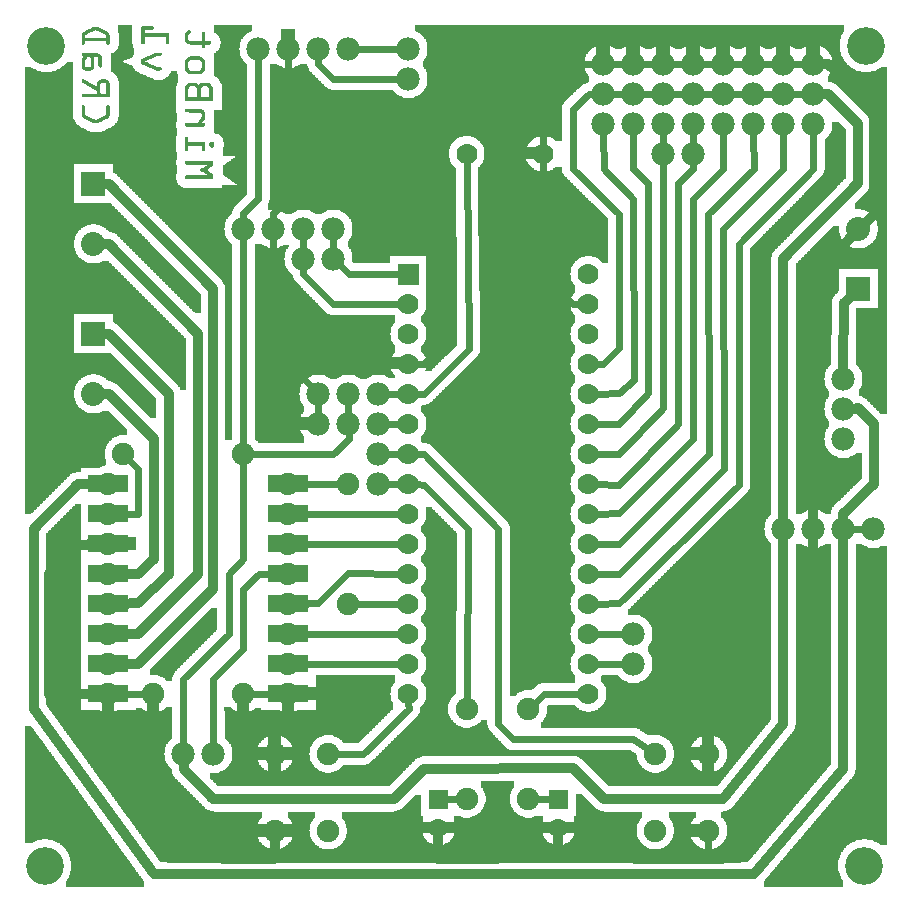
<source format=gbr>
%TF.GenerationSoftware,Novarm,DipTrace,3.2.0.0*%
%TF.CreationDate,2018-08-20T17:19:41+05:00*%
%FSLAX26Y26*%
%MOIN*%
%TF.FileFunction,Copper,L2,Bot*%
%TF.Part,Single*%
%TA.AperFunction,Nonconductor*%
%ADD13C,0.08*%
%ADD26C,0.07*%
%ADD27C,0.074*%
%ADD28C,0.075*%
%ADD29C,0.078*%
%ADD30C,0.062992*%
%ADD31C,0.024*%
%ADD32C,0.032*%
%TA.AperFunction,ComponentPad*%
%ADD33C,0.125984*%
%ADD34C,0.031497*%
%ADD35C,0.036*%
%ADD36C,0.035433*%
%ADD37C,0.038*%
%ADD38C,0.035*%
%ADD39C,0.04*%
G75*
G01*
%LPD*%
D33*
X104800Y110300D3*
X2837000D3*
X2842100Y2843800D3*
X109800D3*
D34*
X1416900Y234700D3*
X1816900D3*
X1416900Y333100D3*
X1816900D3*
D35*
X1916900Y983100D3*
X1316900Y683100D3*
X1916900Y1183100D3*
X1316900Y1383100D3*
Y1583100D3*
X1916900Y1483100D3*
Y1683100D3*
X1316900D3*
Y1183100D3*
Y983100D3*
X1916900Y883100D3*
X1316900Y1283100D3*
X1916900Y683100D3*
X1316900Y1483100D3*
X1916900Y1083100D3*
X1316900Y2083100D3*
X1916900Y783100D3*
Y1783100D3*
Y1583100D3*
Y1983100D3*
Y2083100D3*
Y1883100D3*
X1316900Y883100D3*
Y1083100D3*
Y783100D3*
Y1783100D3*
X1916900Y1383100D3*
Y1283100D3*
X1316900Y1883100D3*
Y1983100D3*
D36*
X1511000Y2483100D3*
X1766900D3*
D37*
X2166900D3*
X1016900Y1683100D3*
X2766900Y1733100D3*
X2066900Y2683100D3*
X1066900Y2133100D3*
X2266900Y2483100D3*
X2366900Y2683100D3*
X2066900Y2783100D3*
X1216900Y1483100D3*
X2066900Y2583100D3*
X2166900D3*
X2066900Y783100D3*
X2366900Y2583100D3*
X966900Y2133100D3*
X2066900Y883100D3*
X2466900Y2683100D3*
X1116900Y2833100D3*
X2666900Y2683100D3*
X2266900Y2583100D3*
X1316900Y2833100D3*
X2566900Y2583100D3*
X2766900Y1533100D3*
X2866900Y1233100D3*
X2766900Y1633100D3*
X566900Y483100D3*
X2666900Y2783100D3*
X2566900D3*
X1116900Y1683100D3*
X1216900Y1583100D3*
X1316900Y2733100D3*
X816900Y2833100D3*
X866900Y2233100D3*
X1966900Y2683100D3*
Y2783100D3*
X916900Y2833100D3*
X2266900Y2783100D3*
X2466900Y2583100D3*
X2666900Y1233100D3*
X2466900Y2783100D3*
X2666900Y2583100D3*
X2166900Y2783100D3*
X2766900Y1233100D3*
X1116900Y1583100D3*
X666900Y483100D3*
X2266900Y2683100D3*
X2566900D3*
Y1233100D3*
X2166900Y2683100D3*
X1966900Y2583100D3*
X766900Y2233100D3*
X1216900Y1683100D3*
Y1383100D3*
X966900Y2233100D3*
X1016900Y2833100D3*
X1066900Y2233100D3*
X1016900Y1583100D3*
X2366900Y2783100D3*
D38*
X466900Y683100D3*
X766900D3*
X1049300Y227200D3*
X366900Y1483100D3*
X2139700Y483100D3*
X872100Y227200D3*
X1116900Y1383100D3*
X1049300Y483100D3*
X1116900Y983100D3*
X766900Y1483100D3*
X1511400Y333100D3*
X872100Y483100D3*
X2316900D3*
X1716900Y333100D3*
Y633100D3*
X1511400D3*
X2139700Y227200D3*
X2316900D3*
D39*
X316900Y1383100D3*
X2816900Y2033100D3*
X266900Y1683100D3*
Y2383100D3*
X916900Y1283100D3*
X316900Y883100D3*
X916900Y783100D3*
X316900Y1183100D3*
X266900Y2183100D3*
X2816900Y2233100D3*
X316900Y1283100D3*
Y683100D3*
X266900Y1883100D3*
X316900Y983100D3*
X916900Y683100D3*
Y1083100D3*
X316900D3*
X916900Y983100D3*
Y1183100D3*
X316900Y783100D3*
X916900Y883100D3*
Y1383100D3*
D28*
X727000Y2595000D3*
X1434000Y2783000D3*
X874000Y2055000D3*
X178000Y1205000D3*
X2841000Y362000D3*
X2462000Y1298000D3*
X114000Y403000D3*
D26*
X1317000Y2083000D3*
Y1983000D3*
Y1883000D3*
Y1783000D3*
Y1683000D3*
Y1583000D3*
Y1483000D3*
Y1383000D3*
Y1283000D3*
Y1183000D3*
Y1083000D3*
Y983000D3*
Y883000D3*
Y783000D3*
Y683000D3*
X1917000Y2083000D3*
Y1983000D3*
Y1883000D3*
Y1783000D3*
Y1683000D3*
Y1583000D3*
Y1483000D3*
Y1383000D3*
Y1283000D3*
Y1183000D3*
Y1083000D3*
Y983000D3*
Y883000D3*
Y783000D3*
Y683000D3*
D27*
X317000D3*
Y783000D3*
Y883000D3*
Y983000D3*
Y1083000D3*
Y1183000D3*
Y1283000D3*
Y1383000D3*
X917000D3*
Y1283000D3*
Y1183000D3*
Y1083000D3*
Y983000D3*
Y883000D3*
Y783000D3*
Y683000D3*
D28*
X767000Y1483000D3*
X367000D3*
X1117000Y983000D3*
Y1383000D3*
D13*
X267000Y2383000D3*
Y2183000D3*
Y1883000D3*
Y1683000D3*
X2817000Y2033000D3*
Y2233000D3*
D29*
X1067000D3*
X967000D3*
X867000D3*
X767000D3*
X667000Y483000D3*
X567000D3*
X2767000Y1733000D3*
Y1633000D3*
Y1533000D3*
X1967000Y2583000D3*
X2067000D3*
X2167000D3*
X2267000D3*
X2367000D3*
X2467000D3*
X2567000D3*
X2667000D3*
X1967000Y2683000D3*
X2067000D3*
X2167000D3*
X2267000D3*
X2367000D3*
X2467000D3*
X2567000D3*
X2667000D3*
X1967000Y2783000D3*
X2067000D3*
X2167000D3*
X2267000D3*
X2367000D3*
X2467000D3*
X2567000D3*
X2667000D3*
X2067000Y883000D3*
Y783000D3*
D28*
X1049000Y483000D3*
Y227000D3*
X872000Y483000D3*
Y227000D3*
X2317000Y483000D3*
Y227000D3*
X2140000Y483000D3*
Y227000D3*
D29*
X1217000Y1683000D3*
Y1583000D3*
Y1483000D3*
Y1383000D3*
X1017000Y1683000D3*
Y1583000D3*
X1117000Y1683000D3*
Y1583000D3*
X2567000Y1233000D3*
X2667000D3*
X2767000D3*
X2867000D3*
D30*
X1817000Y333000D3*
Y235000D3*
X1417000Y333000D3*
Y235000D3*
D28*
X1717000Y333000D3*
Y633000D3*
X1511000Y333000D3*
Y633000D3*
D29*
X2167000Y2483000D3*
X2267000D3*
X967000Y2133000D3*
X1067000D3*
X817000Y2833000D3*
X917000D3*
X1017000D3*
X1117000D3*
X1317000Y2733000D3*
Y2833000D3*
D28*
X467000Y683000D3*
X767000D3*
D26*
X1767000Y2483000D3*
X1511000D3*
X1767000D3*
X1511000D3*
X1767000D3*
X1511000D3*
G36*
X1351986Y2048000D2*
X1282014D1*
Y2118000D1*
X1351986D1*
Y2048000D1*
G37*
G36*
X306993Y2343000D2*
X227007D1*
Y2423000D1*
X306993D1*
Y2343000D1*
G37*
G36*
Y1843000D2*
X227007D1*
Y1923000D1*
X306993D1*
Y1843000D1*
G37*
G36*
X2856993Y1993000D2*
X2777007D1*
Y2073000D1*
X2856993D1*
Y1993000D1*
G37*
G36*
X1848496Y301504D2*
X1785504D1*
Y364496D1*
X1848496D1*
Y301504D1*
G37*
G36*
X1448496D2*
X1385504D1*
Y364496D1*
X1448496D1*
Y301504D1*
G37*
X1416000Y132000D2*
D31*
X868000D1*
X2317000D2*
Y199000D1*
X1288000Y783000D2*
X948000D1*
X1146000Y983000D2*
X1288000D1*
X948000Y1383000D2*
X1088000D1*
X948000Y883000D2*
X1288000D1*
X1015000Y986000D2*
X1114000Y1085000D1*
X1288000Y1083000D1*
X948000Y984000D2*
X1015000Y986000D1*
X1288000Y1183000D2*
X948000D1*
X1288000Y1283000D2*
X948000D1*
X469000Y1132000D2*
D32*
X416000Y1082000D1*
X318000Y1684000D2*
X469000Y1533000D1*
X416000Y1082000D2*
X354000Y1083000D1*
X469000Y1533000D2*
Y1132000D1*
X304000Y1684000D2*
X318000D1*
X416000Y985000D2*
X354000Y984000D1*
X318000Y1884000D2*
X518000Y1684000D1*
Y1083000D2*
X416000Y985000D1*
X518000Y1684000D2*
Y1083000D1*
X304000Y1884000D2*
X318000D1*
X416000Y883000D2*
X354000D1*
X318000Y2183000D2*
X616000Y1884000D1*
Y1083000D2*
X416000Y883000D1*
X616000Y1884000D2*
Y1083000D1*
X304000Y2183000D2*
X318000D1*
X416000Y784000D2*
X665000Y1034000D1*
X318000Y2383000D2*
X304000D1*
X665000Y1034000D2*
Y2032000D1*
X318000Y2383000D1*
X354000Y784000D2*
X416000D1*
X2769000Y1985000D2*
X2791000Y2007000D1*
X2767000Y1769000D2*
X2769000Y1985000D1*
X2868000Y1582000D2*
Y1382000D1*
X2766000Y1283000D1*
Y1269000D1*
X2815000Y1635000D2*
X2868000Y1582000D1*
X2803000Y1634000D2*
X2815000Y1635000D1*
X2791000Y2207000D2*
X2668000Y2081000D1*
X2667000Y1269000D1*
X2844000Y2258000D2*
X2868000Y2282000D1*
X216000Y1382000D2*
X68000Y1234000D1*
Y633000D2*
X469000Y82000D1*
X2468000D1*
X68000Y1234000D2*
Y633000D1*
X280000Y1383000D2*
X216000Y1382000D1*
X118000Y683000D2*
Y1084000D1*
X216000Y1181000D1*
X1818000Y135000D2*
X1416000Y132000D1*
X868000D2*
X518000Y135000D1*
X871000Y193000D2*
X868000Y132000D1*
X518000Y135000D2*
X118000Y683000D1*
X216000Y1181000D2*
X280000Y1183000D1*
X2317000Y132000D2*
X1818000Y135000D1*
X2418000D2*
X2317000Y132000D1*
X665000Y732000D2*
D31*
X667000Y513000D1*
X820000Y1083000D2*
X767000Y1034000D1*
Y834000D2*
X665000Y732000D1*
X767000Y1034000D2*
Y834000D1*
X886000Y1083000D2*
X820000D1*
X1968000Y2434000D2*
X2067000Y2332000D1*
X2069000Y1731000D1*
X2018000Y1685000D2*
X1946000Y1684000D1*
X2069000Y1731000D2*
X2018000Y1685000D1*
X1967000Y2553000D2*
X1968000Y2434000D1*
X2067000D2*
X2117000Y2385000D1*
X2115000Y1685000D1*
X2018000Y1584000D2*
X1946000Y1583000D1*
X2115000Y1685000D2*
X2018000Y1584000D1*
X2067000Y2553000D2*
Y2434000D1*
X2266000Y2332000D2*
X2267000Y1533000D1*
X2365000Y2434000D2*
X2266000Y2332000D1*
X2367000Y2553000D2*
X2365000Y2434000D1*
X2267000Y1533000D2*
X2018000Y1285000D1*
X1946000Y1284000D1*
X2468000Y2434000D2*
X2316000Y2282000D1*
X2318000Y1483000D2*
X2018000Y1183000D1*
X2467000Y2553000D2*
X2468000Y2434000D1*
X2316000Y2282000D2*
X2318000Y1483000D1*
X2018000Y1183000D2*
X1946000D1*
X2567000Y2434000D2*
X2365000Y2232000D1*
X2368000Y1432000D2*
X2018000Y1082000D1*
X2567000Y2553000D2*
Y2434000D1*
X2365000Y2232000D2*
X2368000Y1432000D1*
X2018000Y1082000D2*
X1946000Y1083000D1*
X2666000Y2434000D2*
X2418000Y2183000D1*
X2419000Y1381000D2*
X2018000Y985000D1*
X2418000Y2183000D2*
X2419000Y1381000D1*
X2667000Y2553000D2*
X2666000Y2434000D1*
X2018000Y985000D2*
X1946000Y984000D1*
X1766000Y2682000D2*
X1865000Y2782000D1*
X1937000Y2783000D1*
X2716000Y2782000D2*
D32*
X2868000Y2633000D1*
Y2282000D1*
X1767000Y2512000D2*
D31*
X1766000Y2682000D1*
X2703000Y2782000D2*
D32*
X2716000D1*
X1867000Y1982000D2*
D31*
X1766000Y2083000D1*
X1888000Y1983000D2*
X1867000Y1982000D1*
X2437000Y2783000D2*
X2397000D1*
X2337000D2*
X2297000D1*
X2237000D2*
X2197000D1*
X2137000D2*
X2097000D1*
X2037000D2*
X1997000D1*
X2037000Y2683000D2*
X1997000D1*
X2097000D2*
X2137000D1*
X2197000D2*
X2237000D1*
X2297000D2*
X2337000D1*
X2397000D2*
X2437000D1*
X2716000Y2682000D2*
D32*
X2815000Y2583000D1*
Y2385000D1*
X2567000Y2133000D2*
Y1269000D1*
X2815000Y2385000D2*
X2567000Y2133000D1*
X2703000Y2683000D2*
X2716000Y2682000D1*
X1965000Y1782000D2*
D31*
X1946000Y1783000D1*
X1865000Y2633000D2*
Y2434000D1*
X2018000Y2284000D1*
X1919000Y2682000D2*
X1865000Y2633000D1*
X2018000Y2284000D2*
Y1835000D1*
X1965000Y1782000D1*
X1937000Y2683000D2*
X1919000Y2682000D1*
X2497000Y2783000D2*
X2537000D1*
X2597000D2*
X2637000D1*
X2497000Y2683000D2*
X2537000D1*
X2597000D2*
X2637000D1*
X2018000Y1483000D2*
X1946000D1*
X2166000Y1635000D2*
X2018000Y1483000D1*
X2167000Y2453000D2*
X2166000Y1635000D1*
X2266000Y2434000D2*
X2216000Y2385000D1*
Y1584000D1*
X2266000Y2453000D2*
Y2434000D1*
X2216000Y1584000D2*
X2018000Y1381000D1*
X1946000Y1383000D1*
Y883000D2*
X2037000D1*
X1946000Y783000D2*
X2037000D1*
X1617000Y584000D2*
Y1234000D1*
X1369000Y1483000D1*
X1667000Y532000D2*
X1617000Y584000D1*
X1369000Y1483000D2*
X1346000D1*
X1119000Y2084000D2*
X1089000Y2112000D1*
X1288000Y2083000D2*
X1119000Y2084000D1*
X967000D2*
Y2103000D1*
X1066000Y1982000D2*
X967000Y2084000D1*
X1288000Y1983000D2*
X1066000Y1982000D1*
X866000Y2285000D2*
Y2263000D1*
X1417000Y2133000D2*
X1266000Y2334000D1*
X1368000Y1782000D2*
X1417000Y1835000D1*
X918000Y2334000D2*
X866000Y2285000D1*
X1417000Y1835000D2*
Y2133000D1*
X1266000Y2334000D2*
X918000D1*
X1346000Y1783000D2*
X1368000Y1782000D1*
X767000Y2285000D2*
X816000Y2334000D1*
X817000Y2803000D1*
X767000Y2263000D2*
Y2285000D1*
X1288000Y1683000D2*
X1247000D1*
X1288000Y1583000D2*
X1247000D1*
X1117000Y1613000D2*
Y1653000D1*
X1017000Y1613000D2*
Y1653000D1*
X866000Y1835000D2*
X867000Y2203000D1*
X996000Y1705000D2*
X866000Y1835000D1*
X767000Y1512000D2*
Y2203000D1*
X1119000Y1533000D2*
X1066000Y1484000D1*
X796000Y1483000D1*
X1118000Y1553000D2*
X1119000Y1533000D1*
X2366000Y333000D2*
D32*
X2566000Y582000D1*
X2567000Y1198000D1*
X2668000Y433000D2*
X2667000Y1198000D1*
X2418000Y135000D2*
X2668000Y433000D1*
X2766000D2*
X2767000Y1198000D1*
X2468000Y82000D2*
X2766000Y433000D1*
X1368000D2*
X1269000Y333000D1*
X1968000D2*
X1866000Y435000D1*
X1368000Y433000D1*
X2366000Y333000D2*
X1968000D1*
X2067000Y533000D2*
D31*
X2116000Y499000D1*
X1667000Y532000D2*
X2067000Y533000D1*
X568000Y432000D2*
D32*
Y448000D1*
X667000Y333000D2*
X568000Y432000D1*
X1269000Y333000D2*
X667000D1*
X416000Y1434000D2*
D31*
X387000Y1463000D1*
X416000Y1283000D2*
Y1434000D1*
X348000Y1283000D2*
X416000D1*
X1318000Y632000D2*
X1317000Y654000D1*
X1167000Y484000D2*
X1318000Y632000D1*
X1078000Y483000D2*
X1167000Y484000D1*
X1416000Y132000D2*
D32*
X1417000Y202000D1*
X1818000Y135000D2*
X1817000Y202000D1*
X1444000Y333000D2*
D31*
X1483000D1*
X1790000D2*
X1746000D1*
X1768000Y683000D2*
X1738000Y653000D1*
X1888000Y683000D2*
X1768000D1*
X1369000Y1381000D2*
X1516000Y1234000D1*
X1512000Y662000D1*
X1346000Y1382000D2*
X1369000Y1381000D1*
X2167000Y2513000D2*
Y2553000D1*
X2267000Y2513000D2*
Y2553000D1*
X1067000Y2203000D2*
Y2163000D1*
X967000Y2203000D2*
Y2163000D1*
X1147000Y2833000D2*
X1287000D1*
X1017000Y2783000D2*
X1066000Y2734000D1*
X1287000Y2733000D1*
X1017000Y2803000D2*
Y2783000D1*
X918000Y2334000D2*
X917000Y2803000D1*
X767000Y1132000D2*
X718000Y1083000D1*
X567000Y732000D2*
Y513000D1*
X718000Y1083000D2*
Y883000D1*
X767000Y1455000D2*
Y1132000D1*
X718000Y883000D2*
X567000Y732000D1*
X118000Y683000D2*
D32*
X280000D1*
X886000D2*
D31*
X796000D1*
X348000D2*
X438000D1*
X1766000Y2083000D2*
X1767000Y2454000D1*
X1368000Y1684000D2*
X1346000D1*
X1518000Y1832000D2*
X1368000Y1684000D1*
X1511000Y2454000D2*
X1518000Y1832000D1*
X1288000Y1483000D2*
X1247000D1*
X1288000Y1383000D2*
X1247000D1*
X2797000Y1233000D2*
X2837000D1*
G36*
X348000Y2913000D2*
Y2893000D1*
X350000D1*
Y2887000D1*
X352000D1*
Y2843000D1*
X350000D1*
Y2837000D1*
X348000D1*
Y2833000D1*
X346000D1*
Y2831000D1*
X344000D1*
Y2829000D1*
X342000D1*
Y2827000D1*
X340000D1*
Y2825000D1*
X338000D1*
Y2823000D1*
X336000D1*
Y2821000D1*
X332000D1*
Y2819000D1*
X326000D1*
Y2757000D1*
X328000D1*
Y2755000D1*
X332000D1*
Y2753000D1*
X334000D1*
Y2751000D1*
X336000D1*
Y2749000D1*
X338000D1*
Y2747000D1*
X340000D1*
Y2745000D1*
X342000D1*
Y2743000D1*
X344000D1*
Y2739000D1*
X346000D1*
Y2737000D1*
X348000D1*
Y2733000D1*
X350000D1*
Y2731000D1*
X470000D1*
Y2733000D1*
X464000D1*
Y2735000D1*
X460000D1*
Y2737000D1*
X454000D1*
Y2739000D1*
X450000D1*
Y2741000D1*
X446000D1*
Y2743000D1*
X442000D1*
Y2745000D1*
X436000D1*
Y2747000D1*
X432000D1*
Y2749000D1*
X428000D1*
Y2751000D1*
X422000D1*
Y2753000D1*
X418000D1*
Y2755000D1*
X414000D1*
Y2757000D1*
X412000D1*
Y2759000D1*
X408000D1*
Y2761000D1*
X406000D1*
Y2763000D1*
X404000D1*
Y2767000D1*
X402000D1*
Y2769000D1*
X400000D1*
Y2773000D1*
X398000D1*
Y2777000D1*
X394000D1*
Y2779000D1*
X388000D1*
Y2781000D1*
X384000D1*
Y2783000D1*
X380000D1*
Y2785000D1*
X374000D1*
Y2787000D1*
X370000D1*
Y2789000D1*
X366000D1*
Y2793000D1*
X370000D1*
Y2795000D1*
X376000D1*
Y2797000D1*
X380000D1*
Y2799000D1*
X384000D1*
Y2801000D1*
X388000D1*
Y2803000D1*
X394000D1*
Y2805000D1*
X398000D1*
Y2809000D1*
X400000D1*
Y2813000D1*
X402000D1*
Y2837000D1*
X400000D1*
Y2841000D1*
X398000D1*
Y2849000D1*
X396000D1*
Y2913000D1*
X348000D1*
G37*
G36*
X670000D2*
Y2887000D1*
X672000D1*
Y2885000D1*
X674000D1*
Y2883000D1*
X678000D1*
Y2881000D1*
X680000D1*
Y2879000D1*
X682000D1*
Y2877000D1*
X684000D1*
Y2873000D1*
X686000D1*
Y2871000D1*
X688000D1*
Y2867000D1*
X690000D1*
Y2859000D1*
X692000D1*
Y2849000D1*
X690000D1*
Y2841000D1*
X688000D1*
Y2837000D1*
X686000D1*
Y2833000D1*
X684000D1*
Y2831000D1*
X682000D1*
Y2827000D1*
X678000D1*
Y2825000D1*
X676000D1*
Y2823000D1*
X674000D1*
Y2821000D1*
X670000D1*
Y2819000D1*
X668000D1*
Y2799000D1*
X670000D1*
Y2743000D1*
X672000D1*
Y2741000D1*
X674000D1*
Y2739000D1*
X678000D1*
Y2737000D1*
X680000D1*
Y2735000D1*
X682000D1*
Y2733000D1*
X684000D1*
Y2729000D1*
X686000D1*
Y2727000D1*
X688000D1*
Y2723000D1*
X690000D1*
Y2721000D1*
X692000D1*
Y2717000D1*
X694000D1*
Y2709000D1*
X696000D1*
Y2631000D1*
X670000D1*
Y2553000D1*
X672000D1*
Y2551000D1*
X680000D1*
Y2549000D1*
X684000D1*
Y2547000D1*
X686000D1*
Y2545000D1*
X688000D1*
Y2543000D1*
X692000D1*
Y2539000D1*
X694000D1*
Y2537000D1*
X696000D1*
Y2535000D1*
X698000D1*
Y2531000D1*
X700000D1*
Y2523000D1*
X702000D1*
Y2505000D1*
X700000D1*
Y2497000D1*
X698000D1*
Y2477000D1*
X744000D1*
Y2475000D1*
X740000D1*
Y2473000D1*
X738000D1*
Y2471000D1*
X734000D1*
Y2469000D1*
X732000D1*
Y2467000D1*
X730000D1*
Y2465000D1*
X726000D1*
Y2463000D1*
X724000D1*
Y2461000D1*
X720000D1*
Y2459000D1*
X718000D1*
Y2457000D1*
X714000D1*
Y2455000D1*
X712000D1*
Y2453000D1*
X710000D1*
Y2451000D1*
X706000D1*
Y2449000D1*
X704000D1*
Y2447000D1*
X700000D1*
Y2445000D1*
X698000D1*
Y2413000D1*
X702000D1*
Y2411000D1*
X704000D1*
Y2409000D1*
X706000D1*
Y2407000D1*
X710000D1*
Y2405000D1*
X712000D1*
Y2403000D1*
X716000D1*
Y2401000D1*
X718000D1*
Y2399000D1*
X722000D1*
Y2397000D1*
X724000D1*
Y2395000D1*
X726000D1*
Y2393000D1*
X730000D1*
Y2391000D1*
X732000D1*
Y2389000D1*
X736000D1*
Y2387000D1*
X738000D1*
Y2385000D1*
X740000D1*
Y2383000D1*
X744000D1*
Y2381000D1*
X696000D1*
Y2369000D1*
X780000D1*
Y2783000D1*
X776000D1*
Y2785000D1*
X774000D1*
Y2787000D1*
X772000D1*
Y2789000D1*
X770000D1*
Y2791000D1*
X768000D1*
Y2793000D1*
X766000D1*
Y2797000D1*
X764000D1*
Y2799000D1*
X762000D1*
Y2803000D1*
X760000D1*
Y2807000D1*
X758000D1*
Y2811000D1*
X756000D1*
Y2817000D1*
X754000D1*
Y2831000D1*
X752000D1*
Y2835000D1*
X754000D1*
Y2849000D1*
X756000D1*
Y2855000D1*
X758000D1*
Y2861000D1*
X760000D1*
Y2865000D1*
X762000D1*
Y2867000D1*
X764000D1*
Y2871000D1*
X766000D1*
Y2873000D1*
X768000D1*
Y2875000D1*
X770000D1*
Y2877000D1*
X772000D1*
Y2879000D1*
X774000D1*
Y2881000D1*
X776000D1*
Y2883000D1*
X778000D1*
Y2885000D1*
X780000D1*
Y2887000D1*
X784000D1*
Y2889000D1*
X788000D1*
Y2891000D1*
X792000D1*
Y2893000D1*
X796000D1*
Y2913000D1*
X670000D1*
G37*
G36*
X178000Y2789000D2*
Y2787000D1*
X176000D1*
Y2785000D1*
X174000D1*
Y2783000D1*
X172000D1*
Y2781000D1*
X170000D1*
Y2779000D1*
X168000D1*
Y2777000D1*
X166000D1*
Y2775000D1*
X162000D1*
Y2773000D1*
X160000D1*
Y2771000D1*
X158000D1*
Y2769000D1*
X154000D1*
Y2767000D1*
X150000D1*
Y2765000D1*
X146000D1*
Y2763000D1*
X142000D1*
Y2761000D1*
X136000D1*
Y2759000D1*
X128000D1*
Y2757000D1*
X200000D1*
Y2767000D1*
X198000D1*
Y2789000D1*
X178000D1*
G37*
G36*
X40000Y2773000D2*
Y2757000D1*
X92000D1*
Y2759000D1*
X84000D1*
Y2761000D1*
X78000D1*
Y2763000D1*
X74000D1*
Y2765000D1*
X70000D1*
Y2767000D1*
X66000D1*
Y2769000D1*
X62000D1*
Y2771000D1*
X60000D1*
Y2773000D1*
X40000D1*
G37*
G36*
X524000Y2759000D2*
Y2753000D1*
X522000D1*
Y2749000D1*
X520000D1*
Y2747000D1*
X518000D1*
Y2743000D1*
X516000D1*
Y2741000D1*
X514000D1*
Y2739000D1*
X510000D1*
Y2737000D1*
X508000D1*
Y2735000D1*
X504000D1*
Y2733000D1*
X498000D1*
Y2731000D1*
X550000D1*
Y2745000D1*
X548000D1*
Y2749000D1*
X546000D1*
Y2753000D1*
X544000D1*
Y2759000D1*
X524000D1*
G37*
G36*
X40000Y2757000D2*
Y2755000D1*
X200000D1*
Y2757000D1*
X40000D1*
G37*
G36*
D2*
Y2755000D1*
X200000D1*
Y2757000D1*
X40000D1*
G37*
G36*
Y2755000D2*
Y2555000D1*
X264000D1*
Y2557000D1*
X256000D1*
Y2559000D1*
X250000D1*
Y2561000D1*
X246000D1*
Y2563000D1*
X242000D1*
Y2565000D1*
X238000D1*
Y2567000D1*
X234000D1*
Y2569000D1*
X230000D1*
Y2571000D1*
X226000D1*
Y2573000D1*
X222000D1*
Y2575000D1*
X220000D1*
Y2577000D1*
X218000D1*
Y2579000D1*
X214000D1*
Y2581000D1*
X212000D1*
Y2583000D1*
X210000D1*
Y2585000D1*
X208000D1*
Y2589000D1*
X206000D1*
Y2591000D1*
X204000D1*
Y2595000D1*
X202000D1*
Y2599000D1*
X200000D1*
Y2605000D1*
X198000D1*
Y2649000D1*
X200000D1*
Y2669000D1*
X198000D1*
Y2687000D1*
X200000D1*
Y2717000D1*
X198000D1*
Y2735000D1*
X200000D1*
Y2755000D1*
X40000D1*
G37*
G36*
X350000Y2731000D2*
Y2729000D1*
X550000D1*
Y2731000D1*
X350000D1*
G37*
G36*
D2*
Y2729000D1*
X550000D1*
Y2731000D1*
X350000D1*
G37*
G36*
Y2729000D2*
Y2725000D1*
X352000D1*
Y2605000D1*
X350000D1*
Y2599000D1*
X348000D1*
Y2593000D1*
X346000D1*
Y2591000D1*
X344000D1*
Y2587000D1*
X342000D1*
Y2585000D1*
X340000D1*
Y2583000D1*
X338000D1*
Y2581000D1*
X336000D1*
Y2579000D1*
X334000D1*
Y2577000D1*
X332000D1*
Y2575000D1*
X328000D1*
Y2573000D1*
X324000D1*
Y2571000D1*
X320000D1*
Y2569000D1*
X316000D1*
Y2567000D1*
X312000D1*
Y2565000D1*
X308000D1*
Y2563000D1*
X304000D1*
Y2561000D1*
X300000D1*
Y2559000D1*
X294000D1*
Y2557000D1*
X286000D1*
Y2555000D1*
X544000D1*
Y2571000D1*
X542000D1*
Y2589000D1*
X544000D1*
Y2619000D1*
X542000D1*
Y2709000D1*
X544000D1*
Y2715000D1*
X546000D1*
Y2719000D1*
X548000D1*
Y2723000D1*
X550000D1*
Y2729000D1*
X350000D1*
G37*
G36*
X40000Y2555000D2*
Y2553000D1*
X544000D1*
Y2555000D1*
X40000D1*
G37*
G36*
D2*
Y2553000D1*
X544000D1*
Y2555000D1*
X40000D1*
G37*
G36*
Y2553000D2*
Y2449000D1*
X332000D1*
Y2421000D1*
X336000D1*
Y2419000D1*
X338000D1*
Y2417000D1*
X342000D1*
Y2415000D1*
X344000D1*
Y2413000D1*
X346000D1*
Y2411000D1*
X348000D1*
Y2409000D1*
X350000D1*
Y2407000D1*
X352000D1*
Y2405000D1*
X354000D1*
Y2403000D1*
X356000D1*
Y2401000D1*
X358000D1*
Y2399000D1*
X360000D1*
Y2397000D1*
X362000D1*
Y2395000D1*
X364000D1*
Y2393000D1*
X366000D1*
Y2391000D1*
X368000D1*
Y2389000D1*
X370000D1*
Y2387000D1*
X372000D1*
Y2385000D1*
X374000D1*
Y2383000D1*
X376000D1*
Y2381000D1*
X378000D1*
Y2379000D1*
X380000D1*
Y2377000D1*
X382000D1*
Y2375000D1*
X384000D1*
Y2373000D1*
X386000D1*
Y2371000D1*
X388000D1*
Y2369000D1*
X570000D1*
Y2371000D1*
X564000D1*
Y2373000D1*
X560000D1*
Y2375000D1*
X556000D1*
Y2377000D1*
X554000D1*
Y2379000D1*
X552000D1*
Y2381000D1*
X550000D1*
Y2383000D1*
X548000D1*
Y2387000D1*
X546000D1*
Y2391000D1*
X544000D1*
Y2397000D1*
X542000D1*
Y2415000D1*
X544000D1*
Y2445000D1*
X542000D1*
Y2463000D1*
X544000D1*
Y2489000D1*
X542000D1*
Y2543000D1*
X544000D1*
Y2553000D1*
X40000D1*
G37*
G36*
Y2449000D2*
Y2249000D1*
X274000D1*
Y2247000D1*
X284000D1*
Y2245000D1*
X290000D1*
Y2243000D1*
X294000D1*
Y2241000D1*
X298000D1*
Y2239000D1*
X302000D1*
Y2237000D1*
X304000D1*
Y2235000D1*
X308000D1*
Y2233000D1*
X310000D1*
Y2231000D1*
X312000D1*
Y2229000D1*
X314000D1*
Y2227000D1*
X316000D1*
Y2225000D1*
X318000D1*
Y2223000D1*
X330000D1*
Y2221000D1*
X334000D1*
Y2219000D1*
X338000D1*
Y2217000D1*
X342000D1*
Y2215000D1*
X344000D1*
Y2213000D1*
X346000D1*
Y2211000D1*
X348000D1*
Y2209000D1*
X350000D1*
Y2207000D1*
X352000D1*
Y2205000D1*
X354000D1*
Y2203000D1*
X356000D1*
Y2201000D1*
X358000D1*
Y2199000D1*
X360000D1*
Y2197000D1*
X362000D1*
Y2195000D1*
X364000D1*
Y2193000D1*
X366000D1*
Y2191000D1*
X368000D1*
Y2189000D1*
X370000D1*
Y2187000D1*
X372000D1*
Y2185000D1*
X374000D1*
Y2183000D1*
X376000D1*
Y2181000D1*
X378000D1*
Y2179000D1*
X380000D1*
Y2177000D1*
X382000D1*
Y2175000D1*
X384000D1*
Y2173000D1*
X386000D1*
Y2171000D1*
X388000D1*
Y2169000D1*
X390000D1*
Y2167000D1*
X392000D1*
Y2165000D1*
X394000D1*
Y2163000D1*
X396000D1*
Y2161000D1*
X398000D1*
Y2159000D1*
X400000D1*
Y2157000D1*
X402000D1*
Y2155000D1*
X404000D1*
Y2153000D1*
X406000D1*
Y2151000D1*
X408000D1*
Y2149000D1*
X410000D1*
Y2147000D1*
X412000D1*
Y2145000D1*
X414000D1*
Y2143000D1*
X416000D1*
Y2141000D1*
X418000D1*
Y2139000D1*
X420000D1*
Y2137000D1*
X422000D1*
Y2135000D1*
X424000D1*
Y2133000D1*
X426000D1*
Y2131000D1*
X428000D1*
Y2129000D1*
X430000D1*
Y2127000D1*
X432000D1*
Y2125000D1*
X434000D1*
Y2123000D1*
X436000D1*
Y2121000D1*
X438000D1*
Y2119000D1*
X440000D1*
Y2117000D1*
X442000D1*
Y2115000D1*
X444000D1*
Y2113000D1*
X446000D1*
Y2111000D1*
X448000D1*
Y2109000D1*
X450000D1*
Y2107000D1*
X452000D1*
Y2105000D1*
X454000D1*
Y2103000D1*
X456000D1*
Y2101000D1*
X458000D1*
Y2099000D1*
X460000D1*
Y2097000D1*
X462000D1*
Y2095000D1*
X464000D1*
Y2093000D1*
X466000D1*
Y2091000D1*
X468000D1*
Y2089000D1*
X470000D1*
Y2087000D1*
X472000D1*
Y2085000D1*
X474000D1*
Y2083000D1*
X476000D1*
Y2081000D1*
X478000D1*
Y2079000D1*
X480000D1*
Y2077000D1*
X482000D1*
Y2075000D1*
X484000D1*
Y2073000D1*
X486000D1*
Y2071000D1*
X488000D1*
Y2069000D1*
X490000D1*
Y2067000D1*
X492000D1*
Y2065000D1*
X494000D1*
Y2063000D1*
X496000D1*
Y2061000D1*
X498000D1*
Y2059000D1*
X500000D1*
Y2057000D1*
X502000D1*
Y2055000D1*
X504000D1*
Y2053000D1*
X506000D1*
Y2051000D1*
X508000D1*
Y2049000D1*
X510000D1*
Y2047000D1*
X512000D1*
Y2045000D1*
X514000D1*
Y2043000D1*
X516000D1*
Y2041000D1*
X518000D1*
Y2039000D1*
X520000D1*
Y2037000D1*
X522000D1*
Y2035000D1*
X524000D1*
Y2033000D1*
X526000D1*
Y2031000D1*
X528000D1*
Y2029000D1*
X530000D1*
Y2027000D1*
X532000D1*
Y2025000D1*
X534000D1*
Y2023000D1*
X536000D1*
Y2021000D1*
X538000D1*
Y2019000D1*
X540000D1*
Y2017000D1*
X542000D1*
Y2015000D1*
X544000D1*
Y2013000D1*
X546000D1*
Y2011000D1*
X548000D1*
Y2009000D1*
X550000D1*
Y2007000D1*
X552000D1*
Y2005000D1*
X554000D1*
Y2003000D1*
X556000D1*
Y2001000D1*
X558000D1*
Y1999000D1*
X560000D1*
Y1997000D1*
X562000D1*
Y1995000D1*
X564000D1*
Y1993000D1*
X566000D1*
Y1991000D1*
X568000D1*
Y1989000D1*
X570000D1*
Y1987000D1*
X572000D1*
Y1985000D1*
X574000D1*
Y1983000D1*
X576000D1*
Y1981000D1*
X578000D1*
Y1979000D1*
X580000D1*
Y1977000D1*
X582000D1*
Y1975000D1*
X584000D1*
Y1973000D1*
X586000D1*
Y1971000D1*
X588000D1*
Y1969000D1*
X590000D1*
Y1967000D1*
X592000D1*
Y1965000D1*
X594000D1*
Y1963000D1*
X596000D1*
Y1961000D1*
X598000D1*
Y1959000D1*
X600000D1*
Y1957000D1*
X602000D1*
Y1955000D1*
X604000D1*
Y1953000D1*
X624000D1*
Y2017000D1*
X622000D1*
Y2019000D1*
X620000D1*
Y2021000D1*
X618000D1*
Y2023000D1*
X616000D1*
Y2025000D1*
X614000D1*
Y2027000D1*
X612000D1*
Y2029000D1*
X610000D1*
Y2031000D1*
X608000D1*
Y2033000D1*
X606000D1*
Y2035000D1*
X604000D1*
Y2037000D1*
X602000D1*
Y2039000D1*
X600000D1*
Y2041000D1*
X598000D1*
Y2043000D1*
X596000D1*
Y2045000D1*
X594000D1*
Y2047000D1*
X592000D1*
Y2049000D1*
X590000D1*
Y2051000D1*
X588000D1*
Y2053000D1*
X586000D1*
Y2055000D1*
X584000D1*
Y2057000D1*
X582000D1*
Y2059000D1*
X580000D1*
Y2061000D1*
X578000D1*
Y2063000D1*
X576000D1*
Y2065000D1*
X574000D1*
Y2067000D1*
X572000D1*
Y2069000D1*
X570000D1*
Y2071000D1*
X568000D1*
Y2073000D1*
X566000D1*
Y2075000D1*
X564000D1*
Y2077000D1*
X562000D1*
Y2079000D1*
X560000D1*
Y2081000D1*
X558000D1*
Y2083000D1*
X556000D1*
Y2085000D1*
X554000D1*
Y2087000D1*
X552000D1*
Y2089000D1*
X550000D1*
Y2091000D1*
X548000D1*
Y2093000D1*
X546000D1*
Y2095000D1*
X544000D1*
Y2097000D1*
X542000D1*
Y2099000D1*
X540000D1*
Y2101000D1*
X538000D1*
Y2103000D1*
X536000D1*
Y2105000D1*
X534000D1*
Y2107000D1*
X532000D1*
Y2109000D1*
X530000D1*
Y2111000D1*
X528000D1*
Y2113000D1*
X526000D1*
Y2115000D1*
X524000D1*
Y2117000D1*
X522000D1*
Y2119000D1*
X520000D1*
Y2121000D1*
X518000D1*
Y2123000D1*
X516000D1*
Y2125000D1*
X514000D1*
Y2127000D1*
X512000D1*
Y2129000D1*
X510000D1*
Y2131000D1*
X508000D1*
Y2133000D1*
X506000D1*
Y2135000D1*
X504000D1*
Y2137000D1*
X502000D1*
Y2139000D1*
X500000D1*
Y2141000D1*
X498000D1*
Y2143000D1*
X496000D1*
Y2145000D1*
X494000D1*
Y2147000D1*
X492000D1*
Y2149000D1*
X490000D1*
Y2151000D1*
X488000D1*
Y2153000D1*
X486000D1*
Y2155000D1*
X484000D1*
Y2157000D1*
X482000D1*
Y2159000D1*
X480000D1*
Y2161000D1*
X478000D1*
Y2163000D1*
X476000D1*
Y2165000D1*
X474000D1*
Y2167000D1*
X472000D1*
Y2169000D1*
X470000D1*
Y2171000D1*
X468000D1*
Y2173000D1*
X466000D1*
Y2175000D1*
X464000D1*
Y2177000D1*
X462000D1*
Y2179000D1*
X460000D1*
Y2181000D1*
X458000D1*
Y2183000D1*
X456000D1*
Y2187000D1*
X454000D1*
Y2189000D1*
X452000D1*
Y2191000D1*
X450000D1*
Y2193000D1*
X448000D1*
Y2195000D1*
X446000D1*
Y2197000D1*
X444000D1*
Y2199000D1*
X442000D1*
Y2201000D1*
X440000D1*
Y2203000D1*
X438000D1*
Y2205000D1*
X436000D1*
Y2207000D1*
X434000D1*
Y2209000D1*
X432000D1*
Y2211000D1*
X430000D1*
Y2213000D1*
X428000D1*
Y2215000D1*
X426000D1*
Y2217000D1*
X424000D1*
Y2219000D1*
X422000D1*
Y2221000D1*
X420000D1*
Y2223000D1*
X418000D1*
Y2225000D1*
X416000D1*
Y2227000D1*
X414000D1*
Y2229000D1*
X412000D1*
Y2231000D1*
X410000D1*
Y2233000D1*
X408000D1*
Y2235000D1*
X406000D1*
Y2237000D1*
X404000D1*
Y2239000D1*
X402000D1*
Y2241000D1*
X400000D1*
Y2243000D1*
X398000D1*
Y2245000D1*
X396000D1*
Y2247000D1*
X394000D1*
Y2249000D1*
X392000D1*
Y2251000D1*
X390000D1*
Y2253000D1*
X388000D1*
Y2255000D1*
X386000D1*
Y2257000D1*
X384000D1*
Y2259000D1*
X382000D1*
Y2261000D1*
X380000D1*
Y2263000D1*
X378000D1*
Y2265000D1*
X376000D1*
Y2267000D1*
X374000D1*
Y2269000D1*
X372000D1*
Y2271000D1*
X370000D1*
Y2273000D1*
X368000D1*
Y2275000D1*
X366000D1*
Y2277000D1*
X364000D1*
Y2279000D1*
X362000D1*
Y2281000D1*
X360000D1*
Y2283000D1*
X358000D1*
Y2285000D1*
X356000D1*
Y2287000D1*
X354000D1*
Y2289000D1*
X352000D1*
Y2291000D1*
X350000D1*
Y2293000D1*
X348000D1*
Y2295000D1*
X346000D1*
Y2297000D1*
X344000D1*
Y2299000D1*
X342000D1*
Y2301000D1*
X340000D1*
Y2303000D1*
X338000D1*
Y2305000D1*
X336000D1*
Y2307000D1*
X334000D1*
Y2309000D1*
X332000D1*
Y2311000D1*
X330000D1*
Y2313000D1*
X328000D1*
Y2315000D1*
X326000D1*
Y2317000D1*
X324000D1*
Y2319000D1*
X202000D1*
Y2449000D1*
X40000D1*
G37*
G36*
X390000Y2369000D2*
Y2367000D1*
X780000D1*
Y2369000D1*
X390000D1*
G37*
G36*
D2*
Y2367000D1*
X780000D1*
Y2369000D1*
X390000D1*
G37*
G36*
X392000Y2367000D2*
Y2365000D1*
X394000D1*
Y2363000D1*
X396000D1*
Y2361000D1*
X398000D1*
Y2359000D1*
X400000D1*
Y2357000D1*
X402000D1*
Y2355000D1*
X404000D1*
Y2353000D1*
X406000D1*
Y2351000D1*
X408000D1*
Y2349000D1*
X410000D1*
Y2347000D1*
X412000D1*
Y2345000D1*
X414000D1*
Y2343000D1*
X416000D1*
Y2341000D1*
X418000D1*
Y2339000D1*
X420000D1*
Y2337000D1*
X422000D1*
Y2335000D1*
X424000D1*
Y2333000D1*
X426000D1*
Y2331000D1*
X428000D1*
Y2329000D1*
X430000D1*
Y2327000D1*
X432000D1*
Y2325000D1*
X434000D1*
Y2323000D1*
X436000D1*
Y2321000D1*
X438000D1*
Y2319000D1*
X440000D1*
Y2317000D1*
X442000D1*
Y2315000D1*
X444000D1*
Y2313000D1*
X446000D1*
Y2311000D1*
X448000D1*
Y2309000D1*
X450000D1*
Y2307000D1*
X452000D1*
Y2305000D1*
X454000D1*
Y2303000D1*
X456000D1*
Y2301000D1*
X458000D1*
Y2299000D1*
X460000D1*
Y2297000D1*
X462000D1*
Y2295000D1*
X464000D1*
Y2293000D1*
X466000D1*
Y2291000D1*
X468000D1*
Y2289000D1*
X470000D1*
Y2287000D1*
X472000D1*
Y2285000D1*
X474000D1*
Y2283000D1*
X476000D1*
Y2281000D1*
X478000D1*
Y2279000D1*
X480000D1*
Y2277000D1*
X482000D1*
Y2275000D1*
X484000D1*
Y2273000D1*
X486000D1*
Y2271000D1*
X488000D1*
Y2269000D1*
X490000D1*
Y2267000D1*
X492000D1*
Y2265000D1*
X494000D1*
Y2263000D1*
X496000D1*
Y2261000D1*
X498000D1*
Y2259000D1*
X500000D1*
Y2257000D1*
X502000D1*
Y2255000D1*
X504000D1*
Y2253000D1*
X506000D1*
Y2251000D1*
X508000D1*
Y2249000D1*
X510000D1*
Y2247000D1*
X512000D1*
Y2245000D1*
X514000D1*
Y2241000D1*
X516000D1*
Y2239000D1*
X518000D1*
Y2237000D1*
X520000D1*
Y2235000D1*
X522000D1*
Y2233000D1*
X524000D1*
Y2231000D1*
X526000D1*
Y2229000D1*
X528000D1*
Y2227000D1*
X530000D1*
Y2225000D1*
X532000D1*
Y2223000D1*
X534000D1*
Y2221000D1*
X536000D1*
Y2219000D1*
X538000D1*
Y2217000D1*
X540000D1*
Y2215000D1*
X542000D1*
Y2213000D1*
X544000D1*
Y2211000D1*
X546000D1*
Y2209000D1*
X548000D1*
Y2207000D1*
X550000D1*
Y2205000D1*
X552000D1*
Y2203000D1*
X554000D1*
Y2201000D1*
X556000D1*
Y2199000D1*
X558000D1*
Y2197000D1*
X560000D1*
Y2195000D1*
X562000D1*
Y2193000D1*
X564000D1*
Y2191000D1*
X566000D1*
Y2189000D1*
X568000D1*
Y2187000D1*
X570000D1*
Y2185000D1*
X572000D1*
Y2183000D1*
X574000D1*
Y2181000D1*
X576000D1*
Y2179000D1*
X578000D1*
Y2177000D1*
X580000D1*
Y2175000D1*
X582000D1*
Y2173000D1*
X584000D1*
Y2171000D1*
X586000D1*
Y2169000D1*
X588000D1*
Y2167000D1*
X590000D1*
Y2165000D1*
X592000D1*
Y2163000D1*
X594000D1*
Y2161000D1*
X596000D1*
Y2159000D1*
X598000D1*
Y2157000D1*
X600000D1*
Y2155000D1*
X602000D1*
Y2153000D1*
X604000D1*
Y2151000D1*
X606000D1*
Y2149000D1*
X608000D1*
Y2147000D1*
X610000D1*
Y2145000D1*
X612000D1*
Y2143000D1*
X614000D1*
Y2141000D1*
X616000D1*
Y2139000D1*
X618000D1*
Y2137000D1*
X620000D1*
Y2135000D1*
X622000D1*
Y2133000D1*
X624000D1*
Y2131000D1*
X626000D1*
Y2129000D1*
X628000D1*
Y2127000D1*
X630000D1*
Y2125000D1*
X632000D1*
Y2123000D1*
X634000D1*
Y2121000D1*
X636000D1*
Y2119000D1*
X638000D1*
Y2117000D1*
X640000D1*
Y2115000D1*
X642000D1*
Y2113000D1*
X644000D1*
Y2111000D1*
X646000D1*
Y2109000D1*
X648000D1*
Y2107000D1*
X650000D1*
Y2105000D1*
X652000D1*
Y2103000D1*
X654000D1*
Y2101000D1*
X656000D1*
Y2099000D1*
X658000D1*
Y2097000D1*
X660000D1*
Y2095000D1*
X662000D1*
Y2093000D1*
X664000D1*
Y2091000D1*
X666000D1*
Y2089000D1*
X668000D1*
Y2087000D1*
X670000D1*
Y2085000D1*
X672000D1*
Y2083000D1*
X674000D1*
Y2081000D1*
X676000D1*
Y2079000D1*
X678000D1*
Y2077000D1*
X680000D1*
Y2075000D1*
X682000D1*
Y2073000D1*
X684000D1*
Y2071000D1*
X686000D1*
Y2069000D1*
X688000D1*
Y2067000D1*
X690000D1*
Y2065000D1*
X692000D1*
Y2063000D1*
X694000D1*
Y2061000D1*
X696000D1*
Y2057000D1*
X698000D1*
Y2055000D1*
X700000D1*
Y2051000D1*
X702000D1*
Y2047000D1*
X704000D1*
Y2041000D1*
X706000D1*
Y1529000D1*
X726000D1*
Y1531000D1*
X728000D1*
Y1533000D1*
X730000D1*
Y2183000D1*
X726000D1*
Y2185000D1*
X724000D1*
Y2187000D1*
X722000D1*
Y2189000D1*
X720000D1*
Y2191000D1*
X718000D1*
Y2193000D1*
X716000D1*
Y2197000D1*
X714000D1*
Y2199000D1*
X712000D1*
Y2203000D1*
X710000D1*
Y2207000D1*
X708000D1*
Y2211000D1*
X706000D1*
Y2217000D1*
X704000D1*
Y2231000D1*
X702000D1*
Y2235000D1*
X704000D1*
Y2249000D1*
X706000D1*
Y2255000D1*
X708000D1*
Y2261000D1*
X710000D1*
Y2265000D1*
X712000D1*
Y2267000D1*
X714000D1*
Y2271000D1*
X716000D1*
Y2273000D1*
X718000D1*
Y2275000D1*
X720000D1*
Y2277000D1*
X722000D1*
Y2279000D1*
X724000D1*
Y2281000D1*
X726000D1*
Y2283000D1*
X728000D1*
Y2285000D1*
X730000D1*
Y2293000D1*
X732000D1*
Y2299000D1*
X734000D1*
Y2303000D1*
X736000D1*
Y2307000D1*
X738000D1*
Y2309000D1*
X740000D1*
Y2311000D1*
X742000D1*
Y2313000D1*
X744000D1*
Y2315000D1*
X746000D1*
Y2317000D1*
X748000D1*
Y2319000D1*
X750000D1*
Y2321000D1*
X752000D1*
Y2323000D1*
X754000D1*
Y2325000D1*
X756000D1*
Y2327000D1*
X758000D1*
Y2329000D1*
X760000D1*
Y2331000D1*
X762000D1*
Y2333000D1*
X764000D1*
Y2335000D1*
X766000D1*
Y2337000D1*
X768000D1*
Y2339000D1*
X770000D1*
Y2341000D1*
X772000D1*
Y2343000D1*
X774000D1*
Y2345000D1*
X776000D1*
Y2347000D1*
X778000D1*
Y2349000D1*
X780000D1*
Y2367000D1*
X392000D1*
G37*
G36*
X40000Y2249000D2*
Y2119000D1*
X252000D1*
Y2121000D1*
X246000D1*
Y2123000D1*
X240000D1*
Y2125000D1*
X236000D1*
Y2127000D1*
X234000D1*
Y2129000D1*
X230000D1*
Y2131000D1*
X228000D1*
Y2133000D1*
X224000D1*
Y2135000D1*
X222000D1*
Y2137000D1*
X220000D1*
Y2139000D1*
X218000D1*
Y2141000D1*
X216000D1*
Y2145000D1*
X214000D1*
Y2147000D1*
X212000D1*
Y2151000D1*
X210000D1*
Y2155000D1*
X208000D1*
Y2159000D1*
X206000D1*
Y2163000D1*
X204000D1*
Y2171000D1*
X202000D1*
Y2195000D1*
X204000D1*
Y2203000D1*
X206000D1*
Y2209000D1*
X208000D1*
Y2213000D1*
X210000D1*
Y2217000D1*
X212000D1*
Y2219000D1*
X214000D1*
Y2223000D1*
X216000D1*
Y2225000D1*
X218000D1*
Y2227000D1*
X220000D1*
Y2229000D1*
X222000D1*
Y2231000D1*
X224000D1*
Y2233000D1*
X226000D1*
Y2235000D1*
X230000D1*
Y2237000D1*
X232000D1*
Y2239000D1*
X236000D1*
Y2241000D1*
X238000D1*
Y2243000D1*
X244000D1*
Y2245000D1*
X250000D1*
Y2247000D1*
X260000D1*
Y2249000D1*
X40000D1*
G37*
G36*
X294000Y2125000D2*
Y2123000D1*
X288000D1*
Y2121000D1*
X280000D1*
Y2119000D1*
X322000D1*
Y2121000D1*
X320000D1*
Y2123000D1*
X318000D1*
Y2125000D1*
X294000D1*
G37*
G36*
X40000Y2119000D2*
Y2117000D1*
X324000D1*
Y2119000D1*
X40000D1*
G37*
G36*
D2*
Y2117000D1*
X324000D1*
Y2119000D1*
X40000D1*
G37*
G36*
Y2117000D2*
Y1949000D1*
X332000D1*
Y1923000D1*
X334000D1*
Y1921000D1*
X338000D1*
Y1919000D1*
X340000D1*
Y1917000D1*
X344000D1*
Y1915000D1*
X346000D1*
Y1913000D1*
X348000D1*
Y1911000D1*
X350000D1*
Y1909000D1*
X352000D1*
Y1907000D1*
X354000D1*
Y1905000D1*
X356000D1*
Y1903000D1*
X358000D1*
Y1901000D1*
X360000D1*
Y1899000D1*
X362000D1*
Y1897000D1*
X364000D1*
Y1895000D1*
X366000D1*
Y1893000D1*
X368000D1*
Y1891000D1*
X370000D1*
Y1889000D1*
X372000D1*
Y1887000D1*
X374000D1*
Y1885000D1*
X376000D1*
Y1883000D1*
X378000D1*
Y1881000D1*
X380000D1*
Y1879000D1*
X382000D1*
Y1877000D1*
X384000D1*
Y1875000D1*
X386000D1*
Y1873000D1*
X388000D1*
Y1871000D1*
X390000D1*
Y1869000D1*
X392000D1*
Y1867000D1*
X394000D1*
Y1865000D1*
X396000D1*
Y1863000D1*
X398000D1*
Y1861000D1*
X400000D1*
Y1859000D1*
X402000D1*
Y1857000D1*
X404000D1*
Y1855000D1*
X406000D1*
Y1853000D1*
X408000D1*
Y1851000D1*
X410000D1*
Y1849000D1*
X412000D1*
Y1847000D1*
X414000D1*
Y1845000D1*
X416000D1*
Y1843000D1*
X418000D1*
Y1841000D1*
X420000D1*
Y1839000D1*
X422000D1*
Y1837000D1*
X424000D1*
Y1835000D1*
X426000D1*
Y1833000D1*
X428000D1*
Y1831000D1*
X430000D1*
Y1829000D1*
X432000D1*
Y1827000D1*
X434000D1*
Y1825000D1*
X436000D1*
Y1823000D1*
X438000D1*
Y1821000D1*
X440000D1*
Y1819000D1*
X442000D1*
Y1817000D1*
X444000D1*
Y1815000D1*
X446000D1*
Y1813000D1*
X448000D1*
Y1811000D1*
X450000D1*
Y1809000D1*
X452000D1*
Y1807000D1*
X454000D1*
Y1805000D1*
X456000D1*
Y1803000D1*
X458000D1*
Y1801000D1*
X460000D1*
Y1799000D1*
X462000D1*
Y1797000D1*
X464000D1*
Y1795000D1*
X466000D1*
Y1793000D1*
X468000D1*
Y1791000D1*
X470000D1*
Y1789000D1*
X472000D1*
Y1787000D1*
X474000D1*
Y1785000D1*
X476000D1*
Y1783000D1*
X478000D1*
Y1781000D1*
X480000D1*
Y1779000D1*
X482000D1*
Y1777000D1*
X484000D1*
Y1775000D1*
X486000D1*
Y1773000D1*
X488000D1*
Y1771000D1*
X490000D1*
Y1769000D1*
X492000D1*
Y1767000D1*
X494000D1*
Y1765000D1*
X496000D1*
Y1763000D1*
X498000D1*
Y1761000D1*
X500000D1*
Y1759000D1*
X502000D1*
Y1757000D1*
X504000D1*
Y1755000D1*
X506000D1*
Y1753000D1*
X508000D1*
Y1751000D1*
X510000D1*
Y1749000D1*
X512000D1*
Y1747000D1*
X514000D1*
Y1745000D1*
X516000D1*
Y1743000D1*
X518000D1*
Y1741000D1*
X520000D1*
Y1739000D1*
X522000D1*
Y1737000D1*
X524000D1*
Y1735000D1*
X526000D1*
Y1733000D1*
X528000D1*
Y1731000D1*
X530000D1*
Y1729000D1*
X532000D1*
Y1727000D1*
X534000D1*
Y1725000D1*
X536000D1*
Y1723000D1*
X538000D1*
Y1721000D1*
X540000D1*
Y1719000D1*
X542000D1*
Y1717000D1*
X544000D1*
Y1715000D1*
X546000D1*
Y1713000D1*
X548000D1*
Y1711000D1*
X550000D1*
Y1707000D1*
X552000D1*
Y1705000D1*
X554000D1*
Y1701000D1*
X556000D1*
Y1695000D1*
X576000D1*
Y1867000D1*
X574000D1*
Y1869000D1*
X572000D1*
Y1871000D1*
X570000D1*
Y1873000D1*
X568000D1*
Y1875000D1*
X566000D1*
Y1877000D1*
X564000D1*
Y1879000D1*
X562000D1*
Y1881000D1*
X560000D1*
Y1883000D1*
X558000D1*
Y1885000D1*
X556000D1*
Y1887000D1*
X554000D1*
Y1889000D1*
X552000D1*
Y1891000D1*
X550000D1*
Y1893000D1*
X548000D1*
Y1895000D1*
X546000D1*
Y1897000D1*
X544000D1*
Y1899000D1*
X542000D1*
Y1901000D1*
X540000D1*
Y1903000D1*
X538000D1*
Y1905000D1*
X536000D1*
Y1907000D1*
X534000D1*
Y1909000D1*
X532000D1*
Y1911000D1*
X530000D1*
Y1913000D1*
X528000D1*
Y1915000D1*
X526000D1*
Y1917000D1*
X524000D1*
Y1919000D1*
X522000D1*
Y1921000D1*
X520000D1*
Y1923000D1*
X518000D1*
Y1925000D1*
X516000D1*
Y1927000D1*
X514000D1*
Y1929000D1*
X512000D1*
Y1931000D1*
X510000D1*
Y1933000D1*
X508000D1*
Y1935000D1*
X506000D1*
Y1937000D1*
X504000D1*
Y1939000D1*
X502000D1*
Y1941000D1*
X500000D1*
Y1943000D1*
X498000D1*
Y1945000D1*
X496000D1*
Y1947000D1*
X494000D1*
Y1949000D1*
X492000D1*
Y1951000D1*
X490000D1*
Y1953000D1*
X488000D1*
Y1955000D1*
X486000D1*
Y1957000D1*
X484000D1*
Y1959000D1*
X482000D1*
Y1961000D1*
X480000D1*
Y1963000D1*
X478000D1*
Y1965000D1*
X476000D1*
Y1967000D1*
X474000D1*
Y1969000D1*
X472000D1*
Y1971000D1*
X470000D1*
Y1973000D1*
X468000D1*
Y1975000D1*
X466000D1*
Y1977000D1*
X464000D1*
Y1979000D1*
X462000D1*
Y1981000D1*
X460000D1*
Y1983000D1*
X458000D1*
Y1985000D1*
X456000D1*
Y1987000D1*
X454000D1*
Y1989000D1*
X452000D1*
Y1991000D1*
X450000D1*
Y1993000D1*
X448000D1*
Y1995000D1*
X446000D1*
Y1997000D1*
X444000D1*
Y1999000D1*
X442000D1*
Y2001000D1*
X440000D1*
Y2003000D1*
X438000D1*
Y2005000D1*
X436000D1*
Y2007000D1*
X434000D1*
Y2009000D1*
X432000D1*
Y2011000D1*
X430000D1*
Y2013000D1*
X428000D1*
Y2015000D1*
X426000D1*
Y2017000D1*
X424000D1*
Y2019000D1*
X422000D1*
Y2021000D1*
X420000D1*
Y2023000D1*
X418000D1*
Y2025000D1*
X416000D1*
Y2027000D1*
X414000D1*
Y2029000D1*
X412000D1*
Y2031000D1*
X410000D1*
Y2033000D1*
X408000D1*
Y2035000D1*
X406000D1*
Y2037000D1*
X404000D1*
Y2039000D1*
X402000D1*
Y2041000D1*
X400000D1*
Y2043000D1*
X398000D1*
Y2045000D1*
X396000D1*
Y2047000D1*
X394000D1*
Y2049000D1*
X392000D1*
Y2051000D1*
X390000D1*
Y2053000D1*
X388000D1*
Y2055000D1*
X386000D1*
Y2057000D1*
X384000D1*
Y2059000D1*
X382000D1*
Y2061000D1*
X380000D1*
Y2063000D1*
X378000D1*
Y2065000D1*
X376000D1*
Y2067000D1*
X374000D1*
Y2069000D1*
X372000D1*
Y2071000D1*
X370000D1*
Y2073000D1*
X368000D1*
Y2075000D1*
X366000D1*
Y2077000D1*
X364000D1*
Y2079000D1*
X362000D1*
Y2081000D1*
X360000D1*
Y2083000D1*
X358000D1*
Y2085000D1*
X356000D1*
Y2087000D1*
X354000D1*
Y2089000D1*
X352000D1*
Y2091000D1*
X350000D1*
Y2093000D1*
X348000D1*
Y2095000D1*
X346000D1*
Y2097000D1*
X344000D1*
Y2099000D1*
X342000D1*
Y2101000D1*
X340000D1*
Y2103000D1*
X338000D1*
Y2105000D1*
X336000D1*
Y2107000D1*
X334000D1*
Y2109000D1*
X332000D1*
Y2111000D1*
X330000D1*
Y2113000D1*
X328000D1*
Y2115000D1*
X326000D1*
Y2117000D1*
X40000D1*
G37*
G36*
Y1949000D2*
Y1749000D1*
X274000D1*
Y1747000D1*
X284000D1*
Y1745000D1*
X290000D1*
Y1743000D1*
X294000D1*
Y1741000D1*
X298000D1*
Y1739000D1*
X302000D1*
Y1737000D1*
X304000D1*
Y1735000D1*
X308000D1*
Y1733000D1*
X310000D1*
Y1731000D1*
X312000D1*
Y1729000D1*
X314000D1*
Y1727000D1*
X316000D1*
Y1725000D1*
X326000D1*
Y1723000D1*
X332000D1*
Y1721000D1*
X336000D1*
Y1719000D1*
X340000D1*
Y1717000D1*
X342000D1*
Y1715000D1*
X346000D1*
Y1713000D1*
X348000D1*
Y1711000D1*
X350000D1*
Y1709000D1*
X352000D1*
Y1707000D1*
X354000D1*
Y1705000D1*
X356000D1*
Y1703000D1*
X358000D1*
Y1701000D1*
X360000D1*
Y1699000D1*
X362000D1*
Y1697000D1*
X364000D1*
Y1695000D1*
X366000D1*
Y1693000D1*
X368000D1*
Y1691000D1*
X370000D1*
Y1689000D1*
X372000D1*
Y1687000D1*
X374000D1*
Y1685000D1*
X376000D1*
Y1683000D1*
X378000D1*
Y1681000D1*
X380000D1*
Y1679000D1*
X382000D1*
Y1677000D1*
X384000D1*
Y1675000D1*
X386000D1*
Y1673000D1*
X388000D1*
Y1671000D1*
X390000D1*
Y1669000D1*
X392000D1*
Y1667000D1*
X394000D1*
Y1665000D1*
X396000D1*
Y1663000D1*
X398000D1*
Y1661000D1*
X400000D1*
Y1659000D1*
X402000D1*
Y1657000D1*
X404000D1*
Y1655000D1*
X406000D1*
Y1653000D1*
X408000D1*
Y1651000D1*
X410000D1*
Y1649000D1*
X412000D1*
Y1647000D1*
X414000D1*
Y1645000D1*
X416000D1*
Y1643000D1*
X418000D1*
Y1641000D1*
X420000D1*
Y1639000D1*
X422000D1*
Y1637000D1*
X424000D1*
Y1635000D1*
X426000D1*
Y1633000D1*
X428000D1*
Y1631000D1*
X430000D1*
Y1629000D1*
X432000D1*
Y1627000D1*
X434000D1*
Y1625000D1*
X436000D1*
Y1623000D1*
X438000D1*
Y1621000D1*
X440000D1*
Y1619000D1*
X442000D1*
Y1617000D1*
X444000D1*
Y1615000D1*
X446000D1*
Y1613000D1*
X448000D1*
Y1611000D1*
X450000D1*
Y1609000D1*
X452000D1*
Y1607000D1*
X454000D1*
Y1605000D1*
X456000D1*
Y1603000D1*
X476000D1*
Y1669000D1*
X474000D1*
Y1671000D1*
X472000D1*
Y1673000D1*
X470000D1*
Y1675000D1*
X468000D1*
Y1677000D1*
X466000D1*
Y1679000D1*
X464000D1*
Y1681000D1*
X462000D1*
Y1683000D1*
X460000D1*
Y1685000D1*
X458000D1*
Y1687000D1*
X456000D1*
Y1689000D1*
X454000D1*
Y1691000D1*
X452000D1*
Y1693000D1*
X450000D1*
Y1695000D1*
X448000D1*
Y1697000D1*
X446000D1*
Y1699000D1*
X444000D1*
Y1701000D1*
X442000D1*
Y1703000D1*
X440000D1*
Y1705000D1*
X438000D1*
Y1707000D1*
X436000D1*
Y1709000D1*
X434000D1*
Y1711000D1*
X432000D1*
Y1713000D1*
X430000D1*
Y1715000D1*
X428000D1*
Y1717000D1*
X426000D1*
Y1719000D1*
X424000D1*
Y1721000D1*
X422000D1*
Y1723000D1*
X420000D1*
Y1725000D1*
X418000D1*
Y1727000D1*
X416000D1*
Y1729000D1*
X414000D1*
Y1731000D1*
X412000D1*
Y1733000D1*
X410000D1*
Y1735000D1*
X408000D1*
Y1737000D1*
X406000D1*
Y1739000D1*
X404000D1*
Y1741000D1*
X402000D1*
Y1743000D1*
X400000D1*
Y1745000D1*
X398000D1*
Y1747000D1*
X396000D1*
Y1749000D1*
X394000D1*
Y1751000D1*
X392000D1*
Y1753000D1*
X390000D1*
Y1755000D1*
X388000D1*
Y1757000D1*
X386000D1*
Y1759000D1*
X384000D1*
Y1761000D1*
X382000D1*
Y1763000D1*
X380000D1*
Y1765000D1*
X378000D1*
Y1767000D1*
X376000D1*
Y1769000D1*
X374000D1*
Y1771000D1*
X372000D1*
Y1773000D1*
X370000D1*
Y1775000D1*
X368000D1*
Y1777000D1*
X366000D1*
Y1779000D1*
X364000D1*
Y1781000D1*
X362000D1*
Y1783000D1*
X360000D1*
Y1785000D1*
X358000D1*
Y1787000D1*
X356000D1*
Y1789000D1*
X354000D1*
Y1791000D1*
X352000D1*
Y1793000D1*
X350000D1*
Y1795000D1*
X348000D1*
Y1797000D1*
X346000D1*
Y1799000D1*
X344000D1*
Y1801000D1*
X342000D1*
Y1803000D1*
X340000D1*
Y1805000D1*
X338000D1*
Y1807000D1*
X336000D1*
Y1809000D1*
X334000D1*
Y1811000D1*
X332000D1*
Y1813000D1*
X330000D1*
Y1815000D1*
X328000D1*
Y1817000D1*
X326000D1*
Y1819000D1*
X202000D1*
Y1949000D1*
X40000D1*
G37*
G36*
Y1749000D2*
Y1619000D1*
X252000D1*
Y1621000D1*
X246000D1*
Y1623000D1*
X240000D1*
Y1625000D1*
X236000D1*
Y1627000D1*
X234000D1*
Y1629000D1*
X230000D1*
Y1631000D1*
X228000D1*
Y1633000D1*
X224000D1*
Y1635000D1*
X222000D1*
Y1637000D1*
X220000D1*
Y1639000D1*
X218000D1*
Y1641000D1*
X216000D1*
Y1645000D1*
X214000D1*
Y1647000D1*
X212000D1*
Y1651000D1*
X210000D1*
Y1655000D1*
X208000D1*
Y1659000D1*
X206000D1*
Y1663000D1*
X204000D1*
Y1671000D1*
X202000D1*
Y1695000D1*
X204000D1*
Y1703000D1*
X206000D1*
Y1709000D1*
X208000D1*
Y1713000D1*
X210000D1*
Y1717000D1*
X212000D1*
Y1719000D1*
X214000D1*
Y1723000D1*
X216000D1*
Y1725000D1*
X218000D1*
Y1727000D1*
X220000D1*
Y1729000D1*
X222000D1*
Y1731000D1*
X224000D1*
Y1733000D1*
X226000D1*
Y1735000D1*
X230000D1*
Y1737000D1*
X232000D1*
Y1739000D1*
X236000D1*
Y1741000D1*
X238000D1*
Y1743000D1*
X244000D1*
Y1745000D1*
X250000D1*
Y1747000D1*
X260000D1*
Y1749000D1*
X40000D1*
G37*
G36*
X298000Y1627000D2*
Y1625000D1*
X294000D1*
Y1623000D1*
X288000D1*
Y1621000D1*
X280000D1*
Y1619000D1*
X324000D1*
Y1621000D1*
X322000D1*
Y1623000D1*
X320000D1*
Y1625000D1*
X318000D1*
Y1627000D1*
X298000D1*
G37*
G36*
X40000Y1619000D2*
Y1617000D1*
X326000D1*
Y1619000D1*
X40000D1*
G37*
G36*
D2*
Y1617000D1*
X326000D1*
Y1619000D1*
X40000D1*
G37*
G36*
Y1617000D2*
Y1283000D1*
X60000D1*
Y1285000D1*
X62000D1*
Y1287000D1*
X64000D1*
Y1289000D1*
X66000D1*
Y1291000D1*
X68000D1*
Y1293000D1*
X70000D1*
Y1295000D1*
X72000D1*
Y1297000D1*
X74000D1*
Y1299000D1*
X76000D1*
Y1301000D1*
X78000D1*
Y1303000D1*
X80000D1*
Y1305000D1*
X82000D1*
Y1307000D1*
X84000D1*
Y1309000D1*
X86000D1*
Y1311000D1*
X88000D1*
Y1313000D1*
X90000D1*
Y1315000D1*
X92000D1*
Y1317000D1*
X94000D1*
Y1319000D1*
X96000D1*
Y1321000D1*
X98000D1*
Y1323000D1*
X100000D1*
Y1325000D1*
X102000D1*
Y1327000D1*
X104000D1*
Y1329000D1*
X106000D1*
Y1331000D1*
X108000D1*
Y1333000D1*
X110000D1*
Y1335000D1*
X112000D1*
Y1337000D1*
X114000D1*
Y1339000D1*
X116000D1*
Y1341000D1*
X118000D1*
Y1343000D1*
X120000D1*
Y1345000D1*
X122000D1*
Y1347000D1*
X124000D1*
Y1349000D1*
X126000D1*
Y1351000D1*
X128000D1*
Y1353000D1*
X130000D1*
Y1355000D1*
X132000D1*
Y1357000D1*
X134000D1*
Y1359000D1*
X136000D1*
Y1361000D1*
X138000D1*
Y1363000D1*
X140000D1*
Y1365000D1*
X142000D1*
Y1367000D1*
X144000D1*
Y1369000D1*
X146000D1*
Y1371000D1*
X148000D1*
Y1373000D1*
X150000D1*
Y1375000D1*
X152000D1*
Y1377000D1*
X154000D1*
Y1379000D1*
X156000D1*
Y1381000D1*
X158000D1*
Y1383000D1*
X160000D1*
Y1385000D1*
X162000D1*
Y1387000D1*
X164000D1*
Y1389000D1*
X166000D1*
Y1391000D1*
X168000D1*
Y1393000D1*
X170000D1*
Y1395000D1*
X172000D1*
Y1397000D1*
X174000D1*
Y1399000D1*
X176000D1*
Y1401000D1*
X178000D1*
Y1403000D1*
X180000D1*
Y1405000D1*
X182000D1*
Y1407000D1*
X184000D1*
Y1409000D1*
X186000D1*
Y1411000D1*
X188000D1*
Y1413000D1*
X190000D1*
Y1415000D1*
X192000D1*
Y1417000D1*
X196000D1*
Y1419000D1*
X200000D1*
Y1421000D1*
X208000D1*
Y1423000D1*
X226000D1*
Y1437000D1*
X288000D1*
Y1439000D1*
X292000D1*
Y1441000D1*
X296000D1*
Y1443000D1*
X304000D1*
Y1445000D1*
X308000D1*
Y1465000D1*
X306000D1*
Y1475000D1*
X304000D1*
Y1491000D1*
X306000D1*
Y1501000D1*
X308000D1*
Y1507000D1*
X310000D1*
Y1511000D1*
X312000D1*
Y1515000D1*
X314000D1*
Y1517000D1*
X316000D1*
Y1521000D1*
X318000D1*
Y1523000D1*
X320000D1*
Y1525000D1*
X322000D1*
Y1527000D1*
X324000D1*
Y1529000D1*
X326000D1*
Y1531000D1*
X328000D1*
Y1533000D1*
X330000D1*
Y1535000D1*
X334000D1*
Y1537000D1*
X336000D1*
Y1539000D1*
X340000D1*
Y1541000D1*
X346000D1*
Y1543000D1*
X352000D1*
Y1545000D1*
X380000D1*
Y1565000D1*
X378000D1*
Y1567000D1*
X376000D1*
Y1569000D1*
X374000D1*
Y1571000D1*
X372000D1*
Y1573000D1*
X370000D1*
Y1575000D1*
X368000D1*
Y1577000D1*
X366000D1*
Y1579000D1*
X364000D1*
Y1581000D1*
X362000D1*
Y1583000D1*
X360000D1*
Y1585000D1*
X358000D1*
Y1587000D1*
X356000D1*
Y1589000D1*
X354000D1*
Y1591000D1*
X352000D1*
Y1593000D1*
X350000D1*
Y1595000D1*
X348000D1*
Y1597000D1*
X346000D1*
Y1599000D1*
X344000D1*
Y1601000D1*
X342000D1*
Y1603000D1*
X340000D1*
Y1605000D1*
X338000D1*
Y1607000D1*
X336000D1*
Y1609000D1*
X334000D1*
Y1611000D1*
X332000D1*
Y1613000D1*
X330000D1*
Y1615000D1*
X328000D1*
Y1617000D1*
X40000D1*
G37*
G36*
X1338000Y2913000D2*
Y2893000D1*
X1342000D1*
Y2891000D1*
X1346000D1*
Y2889000D1*
X1350000D1*
Y2887000D1*
X1354000D1*
Y2885000D1*
X1356000D1*
Y2883000D1*
X1358000D1*
Y2881000D1*
X1360000D1*
Y2879000D1*
X1362000D1*
Y2877000D1*
X1364000D1*
Y2875000D1*
X1366000D1*
Y2873000D1*
X1368000D1*
Y2871000D1*
X1370000D1*
Y2867000D1*
X1372000D1*
Y2865000D1*
X1374000D1*
Y2861000D1*
X1376000D1*
Y2855000D1*
X1378000D1*
Y2849000D1*
X1380000D1*
Y2847000D1*
X2680000D1*
Y2845000D1*
X2688000D1*
Y2843000D1*
X2692000D1*
Y2841000D1*
X2696000D1*
Y2839000D1*
X2700000D1*
Y2837000D1*
X2704000D1*
Y2835000D1*
X2706000D1*
Y2833000D1*
X2708000D1*
Y2831000D1*
X2710000D1*
Y2829000D1*
X2712000D1*
Y2827000D1*
X2714000D1*
Y2825000D1*
X2716000D1*
Y2823000D1*
X2718000D1*
Y2821000D1*
X2720000D1*
Y2817000D1*
X2722000D1*
Y2813000D1*
X2724000D1*
Y2811000D1*
X2726000D1*
Y2805000D1*
X2728000D1*
Y2799000D1*
X2730000D1*
Y2769000D1*
X2728000D1*
Y2761000D1*
X2726000D1*
Y2757000D1*
X2824000D1*
Y2759000D1*
X2816000D1*
Y2761000D1*
X2810000D1*
Y2763000D1*
X2806000D1*
Y2765000D1*
X2802000D1*
Y2767000D1*
X2798000D1*
Y2769000D1*
X2794000D1*
Y2771000D1*
X2792000D1*
Y2773000D1*
X2790000D1*
Y2775000D1*
X2786000D1*
Y2777000D1*
X2784000D1*
Y2779000D1*
X2782000D1*
Y2781000D1*
X2780000D1*
Y2783000D1*
X2778000D1*
Y2785000D1*
X2776000D1*
Y2787000D1*
X2774000D1*
Y2789000D1*
X2772000D1*
Y2793000D1*
X2770000D1*
Y2795000D1*
X2768000D1*
Y2799000D1*
X2766000D1*
Y2801000D1*
X2764000D1*
Y2805000D1*
X2762000D1*
Y2809000D1*
X2760000D1*
Y2815000D1*
X2758000D1*
Y2823000D1*
X2756000D1*
Y2833000D1*
X2754000D1*
Y2855000D1*
X2756000D1*
Y2865000D1*
X2758000D1*
Y2873000D1*
X2760000D1*
Y2879000D1*
X2762000D1*
Y2883000D1*
X2764000D1*
Y2887000D1*
X2766000D1*
Y2889000D1*
X2768000D1*
Y2893000D1*
X2770000D1*
Y2913000D1*
X1338000D1*
G37*
G36*
X1380000Y2847000D2*
Y2819000D1*
X1378000D1*
Y2811000D1*
X1376000D1*
Y2807000D1*
X1374000D1*
Y2803000D1*
X1372000D1*
Y2799000D1*
X1370000D1*
Y2797000D1*
X1368000D1*
Y2793000D1*
X1366000D1*
Y2773000D1*
X1368000D1*
Y2771000D1*
X1370000D1*
Y2767000D1*
X1372000D1*
Y2765000D1*
X1374000D1*
Y2761000D1*
X1376000D1*
Y2755000D1*
X1378000D1*
Y2749000D1*
X1380000D1*
Y2719000D1*
X1378000D1*
Y2711000D1*
X1376000D1*
Y2707000D1*
X1374000D1*
Y2703000D1*
X1372000D1*
Y2699000D1*
X1370000D1*
Y2697000D1*
X1368000D1*
Y2693000D1*
X1366000D1*
Y2691000D1*
X1364000D1*
Y2689000D1*
X1362000D1*
Y2687000D1*
X1360000D1*
Y2685000D1*
X1358000D1*
Y2683000D1*
X1354000D1*
Y2681000D1*
X1352000D1*
Y2679000D1*
X1348000D1*
Y2677000D1*
X1344000D1*
Y2675000D1*
X1340000D1*
Y2673000D1*
X1334000D1*
Y2671000D1*
X1324000D1*
Y2669000D1*
X1850000D1*
Y2671000D1*
X1852000D1*
Y2673000D1*
X1856000D1*
Y2675000D1*
X1858000D1*
Y2677000D1*
X1860000D1*
Y2679000D1*
X1862000D1*
Y2681000D1*
X1864000D1*
Y2683000D1*
X1866000D1*
Y2685000D1*
X1868000D1*
Y2687000D1*
X1870000D1*
Y2689000D1*
X1872000D1*
Y2691000D1*
X1874000D1*
Y2693000D1*
X1876000D1*
Y2695000D1*
X1878000D1*
Y2697000D1*
X1880000D1*
Y2699000D1*
X1882000D1*
Y2701000D1*
X1886000D1*
Y2703000D1*
X1888000D1*
Y2705000D1*
X1890000D1*
Y2707000D1*
X1892000D1*
Y2709000D1*
X1894000D1*
Y2711000D1*
X1896000D1*
Y2713000D1*
X1900000D1*
Y2715000D1*
X1902000D1*
Y2717000D1*
X1908000D1*
Y2719000D1*
X1914000D1*
Y2721000D1*
X1916000D1*
Y2723000D1*
X1918000D1*
Y2743000D1*
X1916000D1*
Y2747000D1*
X1914000D1*
Y2749000D1*
X1912000D1*
Y2753000D1*
X1910000D1*
Y2757000D1*
X1908000D1*
Y2761000D1*
X1906000D1*
Y2767000D1*
X1904000D1*
Y2781000D1*
X1902000D1*
Y2785000D1*
X1904000D1*
Y2799000D1*
X1906000D1*
Y2805000D1*
X1908000D1*
Y2811000D1*
X1910000D1*
Y2815000D1*
X1912000D1*
Y2817000D1*
X1914000D1*
Y2821000D1*
X1916000D1*
Y2823000D1*
X1918000D1*
Y2825000D1*
X1920000D1*
Y2827000D1*
X1922000D1*
Y2829000D1*
X1924000D1*
Y2831000D1*
X1926000D1*
Y2833000D1*
X1928000D1*
Y2835000D1*
X1930000D1*
Y2837000D1*
X1934000D1*
Y2839000D1*
X1938000D1*
Y2841000D1*
X1942000D1*
Y2843000D1*
X1946000D1*
Y2845000D1*
X1954000D1*
Y2847000D1*
X1380000D1*
G37*
G36*
X1980000D2*
Y2845000D1*
X1988000D1*
Y2843000D1*
X1992000D1*
Y2841000D1*
X1996000D1*
Y2839000D1*
X2000000D1*
Y2837000D1*
X2004000D1*
Y2835000D1*
X2006000D1*
Y2833000D1*
X2028000D1*
Y2835000D1*
X2030000D1*
Y2837000D1*
X2034000D1*
Y2839000D1*
X2038000D1*
Y2841000D1*
X2042000D1*
Y2843000D1*
X2046000D1*
Y2845000D1*
X2054000D1*
Y2847000D1*
X1980000D1*
G37*
G36*
X2080000D2*
Y2845000D1*
X2088000D1*
Y2843000D1*
X2092000D1*
Y2841000D1*
X2096000D1*
Y2839000D1*
X2100000D1*
Y2837000D1*
X2104000D1*
Y2835000D1*
X2106000D1*
Y2833000D1*
X2128000D1*
Y2835000D1*
X2130000D1*
Y2837000D1*
X2134000D1*
Y2839000D1*
X2138000D1*
Y2841000D1*
X2142000D1*
Y2843000D1*
X2146000D1*
Y2845000D1*
X2154000D1*
Y2847000D1*
X2080000D1*
G37*
G36*
X2180000D2*
Y2845000D1*
X2188000D1*
Y2843000D1*
X2192000D1*
Y2841000D1*
X2196000D1*
Y2839000D1*
X2200000D1*
Y2837000D1*
X2204000D1*
Y2835000D1*
X2206000D1*
Y2833000D1*
X2228000D1*
Y2835000D1*
X2230000D1*
Y2837000D1*
X2234000D1*
Y2839000D1*
X2238000D1*
Y2841000D1*
X2242000D1*
Y2843000D1*
X2246000D1*
Y2845000D1*
X2254000D1*
Y2847000D1*
X2180000D1*
G37*
G36*
X2280000D2*
Y2845000D1*
X2288000D1*
Y2843000D1*
X2292000D1*
Y2841000D1*
X2296000D1*
Y2839000D1*
X2300000D1*
Y2837000D1*
X2304000D1*
Y2835000D1*
X2306000D1*
Y2833000D1*
X2328000D1*
Y2835000D1*
X2330000D1*
Y2837000D1*
X2334000D1*
Y2839000D1*
X2338000D1*
Y2841000D1*
X2342000D1*
Y2843000D1*
X2346000D1*
Y2845000D1*
X2354000D1*
Y2847000D1*
X2280000D1*
G37*
G36*
X2380000D2*
Y2845000D1*
X2388000D1*
Y2843000D1*
X2392000D1*
Y2841000D1*
X2396000D1*
Y2839000D1*
X2400000D1*
Y2837000D1*
X2404000D1*
Y2835000D1*
X2406000D1*
Y2833000D1*
X2428000D1*
Y2835000D1*
X2430000D1*
Y2837000D1*
X2434000D1*
Y2839000D1*
X2438000D1*
Y2841000D1*
X2442000D1*
Y2843000D1*
X2446000D1*
Y2845000D1*
X2454000D1*
Y2847000D1*
X2380000D1*
G37*
G36*
X2480000D2*
Y2845000D1*
X2488000D1*
Y2843000D1*
X2492000D1*
Y2841000D1*
X2496000D1*
Y2839000D1*
X2500000D1*
Y2837000D1*
X2504000D1*
Y2835000D1*
X2506000D1*
Y2833000D1*
X2528000D1*
Y2835000D1*
X2530000D1*
Y2837000D1*
X2534000D1*
Y2839000D1*
X2538000D1*
Y2841000D1*
X2542000D1*
Y2843000D1*
X2546000D1*
Y2845000D1*
X2554000D1*
Y2847000D1*
X2480000D1*
G37*
G36*
X2580000D2*
Y2845000D1*
X2588000D1*
Y2843000D1*
X2592000D1*
Y2841000D1*
X2596000D1*
Y2839000D1*
X2600000D1*
Y2837000D1*
X2604000D1*
Y2835000D1*
X2606000D1*
Y2833000D1*
X2628000D1*
Y2835000D1*
X2630000D1*
Y2837000D1*
X2634000D1*
Y2839000D1*
X2638000D1*
Y2841000D1*
X2642000D1*
Y2843000D1*
X2646000D1*
Y2845000D1*
X2654000D1*
Y2847000D1*
X2580000D1*
G37*
G36*
X854000Y2783000D2*
Y2769000D1*
X908000D1*
Y2771000D1*
X900000D1*
Y2773000D1*
X894000D1*
Y2775000D1*
X888000D1*
Y2777000D1*
X886000D1*
Y2779000D1*
X882000D1*
Y2781000D1*
X880000D1*
Y2783000D1*
X854000D1*
G37*
G36*
X954000D2*
Y2781000D1*
X952000D1*
Y2779000D1*
X948000D1*
Y2777000D1*
X944000D1*
Y2775000D1*
X940000D1*
Y2773000D1*
X934000D1*
Y2771000D1*
X924000D1*
Y2769000D1*
X982000D1*
Y2775000D1*
X980000D1*
Y2783000D1*
X954000D1*
G37*
G36*
X2892000Y2773000D2*
Y2771000D1*
X2890000D1*
Y2769000D1*
X2886000D1*
Y2767000D1*
X2882000D1*
Y2765000D1*
X2878000D1*
Y2763000D1*
X2874000D1*
Y2761000D1*
X2868000D1*
Y2759000D1*
X2860000D1*
Y2757000D1*
X2912000D1*
Y2773000D1*
X2892000D1*
G37*
G36*
X854000Y2769000D2*
Y2767000D1*
X984000D1*
Y2769000D1*
X854000D1*
G37*
G36*
D2*
Y2767000D1*
X984000D1*
Y2769000D1*
X854000D1*
G37*
G36*
Y2767000D2*
Y2669000D1*
X1308000D1*
Y2671000D1*
X1300000D1*
Y2673000D1*
X1294000D1*
Y2675000D1*
X1288000D1*
Y2677000D1*
X1286000D1*
Y2679000D1*
X1282000D1*
Y2681000D1*
X1280000D1*
Y2683000D1*
X1276000D1*
Y2685000D1*
X1274000D1*
Y2687000D1*
X1272000D1*
Y2689000D1*
X1270000D1*
Y2691000D1*
X1268000D1*
Y2693000D1*
X1266000D1*
Y2697000D1*
X1060000D1*
Y2699000D1*
X1052000D1*
Y2701000D1*
X1048000D1*
Y2703000D1*
X1044000D1*
Y2705000D1*
X1042000D1*
Y2707000D1*
X1040000D1*
Y2709000D1*
X1038000D1*
Y2711000D1*
X1036000D1*
Y2713000D1*
X1034000D1*
Y2715000D1*
X1032000D1*
Y2717000D1*
X1030000D1*
Y2719000D1*
X1028000D1*
Y2721000D1*
X1026000D1*
Y2723000D1*
X1024000D1*
Y2725000D1*
X1022000D1*
Y2727000D1*
X1020000D1*
Y2729000D1*
X1018000D1*
Y2731000D1*
X1016000D1*
Y2733000D1*
X1014000D1*
Y2735000D1*
X1012000D1*
Y2737000D1*
X1010000D1*
Y2739000D1*
X1008000D1*
Y2741000D1*
X1006000D1*
Y2743000D1*
X1004000D1*
Y2745000D1*
X1002000D1*
Y2747000D1*
X1000000D1*
Y2749000D1*
X998000D1*
Y2751000D1*
X996000D1*
Y2753000D1*
X994000D1*
Y2755000D1*
X992000D1*
Y2757000D1*
X990000D1*
Y2759000D1*
X988000D1*
Y2761000D1*
X986000D1*
Y2765000D1*
X984000D1*
Y2767000D1*
X854000D1*
G37*
G36*
X2724000Y2757000D2*
Y2755000D1*
X2912000D1*
Y2757000D1*
X2724000D1*
G37*
G36*
D2*
Y2755000D1*
X2912000D1*
Y2757000D1*
X2724000D1*
G37*
G36*
Y2755000D2*
Y2753000D1*
X2722000D1*
Y2749000D1*
X2720000D1*
Y2747000D1*
X2718000D1*
Y2743000D1*
X2716000D1*
Y2723000D1*
X2728000D1*
Y2721000D1*
X2732000D1*
Y2719000D1*
X2736000D1*
Y2717000D1*
X2740000D1*
Y2715000D1*
X2742000D1*
Y2713000D1*
X2744000D1*
Y2711000D1*
X2746000D1*
Y2709000D1*
X2748000D1*
Y2707000D1*
X2750000D1*
Y2705000D1*
X2752000D1*
Y2703000D1*
X2754000D1*
Y2701000D1*
X2756000D1*
Y2699000D1*
X2758000D1*
Y2697000D1*
X2760000D1*
Y2695000D1*
X2762000D1*
Y2693000D1*
X2764000D1*
Y2691000D1*
X2766000D1*
Y2689000D1*
X2768000D1*
Y2687000D1*
X2770000D1*
Y2685000D1*
X2772000D1*
Y2683000D1*
X2774000D1*
Y2681000D1*
X2776000D1*
Y2679000D1*
X2778000D1*
Y2677000D1*
X2780000D1*
Y2675000D1*
X2782000D1*
Y2673000D1*
X2784000D1*
Y2671000D1*
X2786000D1*
Y2669000D1*
X2788000D1*
Y2667000D1*
X2790000D1*
Y2665000D1*
X2792000D1*
Y2663000D1*
X2794000D1*
Y2661000D1*
X2796000D1*
Y2659000D1*
X2798000D1*
Y2657000D1*
X2800000D1*
Y2655000D1*
X2802000D1*
Y2653000D1*
X2804000D1*
Y2651000D1*
X2806000D1*
Y2649000D1*
X2808000D1*
Y2647000D1*
X2810000D1*
Y2645000D1*
X2812000D1*
Y2643000D1*
X2814000D1*
Y2641000D1*
X2816000D1*
Y2639000D1*
X2818000D1*
Y2637000D1*
X2820000D1*
Y2635000D1*
X2822000D1*
Y2633000D1*
X2824000D1*
Y2631000D1*
X2826000D1*
Y2629000D1*
X2828000D1*
Y2627000D1*
X2830000D1*
Y2625000D1*
X2832000D1*
Y2623000D1*
X2834000D1*
Y2621000D1*
X2836000D1*
Y2619000D1*
X2838000D1*
Y2617000D1*
X2840000D1*
Y2615000D1*
X2842000D1*
Y2613000D1*
X2844000D1*
Y2611000D1*
X2846000D1*
Y2609000D1*
X2848000D1*
Y2607000D1*
X2850000D1*
Y2603000D1*
X2852000D1*
Y2599000D1*
X2854000D1*
Y2593000D1*
X2856000D1*
Y2375000D1*
X2854000D1*
Y2369000D1*
X2852000D1*
Y2365000D1*
X2850000D1*
Y2361000D1*
X2848000D1*
Y2359000D1*
X2846000D1*
Y2357000D1*
X2844000D1*
Y2355000D1*
X2842000D1*
Y2353000D1*
X2840000D1*
Y2351000D1*
X2838000D1*
Y2349000D1*
X2836000D1*
Y2347000D1*
X2834000D1*
Y2345000D1*
X2832000D1*
Y2343000D1*
X2830000D1*
Y2341000D1*
X2828000D1*
Y2339000D1*
X2826000D1*
Y2337000D1*
X2824000D1*
Y2335000D1*
X2822000D1*
Y2333000D1*
X2820000D1*
Y2331000D1*
X2818000D1*
Y2329000D1*
X2816000D1*
Y2327000D1*
X2814000D1*
Y2325000D1*
X2812000D1*
Y2323000D1*
X2810000D1*
Y2321000D1*
X2808000D1*
Y2319000D1*
X2806000D1*
Y2317000D1*
X2804000D1*
Y2299000D1*
X2824000D1*
Y2297000D1*
X2834000D1*
Y2295000D1*
X2840000D1*
Y2293000D1*
X2844000D1*
Y2291000D1*
X2848000D1*
Y2289000D1*
X2852000D1*
Y2287000D1*
X2854000D1*
Y2285000D1*
X2858000D1*
Y2283000D1*
X2860000D1*
Y2281000D1*
X2862000D1*
Y2279000D1*
X2864000D1*
Y2277000D1*
X2866000D1*
Y2275000D1*
X2868000D1*
Y2271000D1*
X2870000D1*
Y2269000D1*
X2872000D1*
Y2265000D1*
X2874000D1*
Y2263000D1*
X2876000D1*
Y2259000D1*
X2878000D1*
Y2253000D1*
X2880000D1*
Y2243000D1*
X2882000D1*
Y2223000D1*
X2880000D1*
Y2215000D1*
X2878000D1*
Y2209000D1*
X2876000D1*
Y2205000D1*
X2874000D1*
Y2201000D1*
X2872000D1*
Y2197000D1*
X2870000D1*
Y2195000D1*
X2868000D1*
Y2193000D1*
X2866000D1*
Y2189000D1*
X2864000D1*
Y2187000D1*
X2862000D1*
Y2185000D1*
X2858000D1*
Y2183000D1*
X2856000D1*
Y2181000D1*
X2854000D1*
Y2179000D1*
X2850000D1*
Y2177000D1*
X2848000D1*
Y2175000D1*
X2844000D1*
Y2173000D1*
X2838000D1*
Y2171000D1*
X2830000D1*
Y2169000D1*
X2912000D1*
Y2755000D1*
X2724000D1*
G37*
G36*
X854000Y2669000D2*
Y2667000D1*
X1848000D1*
Y2669000D1*
X854000D1*
G37*
G36*
D2*
Y2667000D1*
X1848000D1*
Y2669000D1*
X854000D1*
G37*
G36*
Y2667000D2*
Y2543000D1*
X1780000D1*
Y2541000D1*
X1786000D1*
Y2539000D1*
X1792000D1*
Y2537000D1*
X1796000D1*
Y2535000D1*
X1798000D1*
Y2533000D1*
X1802000D1*
Y2531000D1*
X1804000D1*
Y2529000D1*
X1806000D1*
Y2527000D1*
X1828000D1*
Y2639000D1*
X1830000D1*
Y2647000D1*
X1832000D1*
Y2651000D1*
X1834000D1*
Y2653000D1*
X1836000D1*
Y2657000D1*
X1838000D1*
Y2659000D1*
X1840000D1*
Y2661000D1*
X1842000D1*
Y2663000D1*
X1844000D1*
Y2665000D1*
X1846000D1*
Y2667000D1*
X854000D1*
G37*
G36*
Y2543000D2*
Y2329000D1*
X852000D1*
Y2321000D1*
X850000D1*
Y2317000D1*
X848000D1*
Y2297000D1*
X1080000D1*
Y2295000D1*
X1088000D1*
Y2293000D1*
X1092000D1*
Y2291000D1*
X1096000D1*
Y2289000D1*
X1100000D1*
Y2287000D1*
X1104000D1*
Y2285000D1*
X1106000D1*
Y2283000D1*
X1108000D1*
Y2281000D1*
X1110000D1*
Y2279000D1*
X1112000D1*
Y2277000D1*
X1114000D1*
Y2275000D1*
X1116000D1*
Y2273000D1*
X1118000D1*
Y2271000D1*
X1120000D1*
Y2267000D1*
X1122000D1*
Y2265000D1*
X1124000D1*
Y2261000D1*
X1126000D1*
Y2255000D1*
X1128000D1*
Y2249000D1*
X1130000D1*
Y2219000D1*
X1128000D1*
Y2211000D1*
X1126000D1*
Y2207000D1*
X1124000D1*
Y2203000D1*
X1122000D1*
Y2199000D1*
X1120000D1*
Y2197000D1*
X1118000D1*
Y2193000D1*
X1116000D1*
Y2173000D1*
X1118000D1*
Y2171000D1*
X1120000D1*
Y2167000D1*
X1122000D1*
Y2165000D1*
X1124000D1*
Y2161000D1*
X1126000D1*
Y2155000D1*
X1128000D1*
Y2149000D1*
X1130000D1*
Y2143000D1*
X1376000D1*
Y2023000D1*
X1374000D1*
Y1999000D1*
X1376000D1*
Y1969000D1*
X1374000D1*
Y1963000D1*
X1372000D1*
Y1957000D1*
X1370000D1*
Y1953000D1*
X1368000D1*
Y1951000D1*
X1366000D1*
Y1949000D1*
X1364000D1*
Y1945000D1*
X1362000D1*
Y1943000D1*
X1360000D1*
Y1923000D1*
X1362000D1*
Y1921000D1*
X1364000D1*
Y1919000D1*
X1366000D1*
Y1917000D1*
X1368000D1*
Y1913000D1*
X1370000D1*
Y1909000D1*
X1372000D1*
Y1905000D1*
X1374000D1*
Y1899000D1*
X1376000D1*
Y1869000D1*
X1374000D1*
Y1863000D1*
X1372000D1*
Y1857000D1*
X1370000D1*
Y1853000D1*
X1368000D1*
Y1851000D1*
X1366000D1*
Y1849000D1*
X1364000D1*
Y1845000D1*
X1362000D1*
Y1843000D1*
X1360000D1*
Y1823000D1*
X1362000D1*
Y1821000D1*
X1364000D1*
Y1819000D1*
X1366000D1*
Y1817000D1*
X1368000D1*
Y1813000D1*
X1370000D1*
Y1809000D1*
X1372000D1*
Y1805000D1*
X1374000D1*
Y1799000D1*
X1376000D1*
Y1769000D1*
X1374000D1*
Y1763000D1*
X1372000D1*
Y1759000D1*
X1392000D1*
Y1761000D1*
X1394000D1*
Y1763000D1*
X1396000D1*
Y1765000D1*
X1398000D1*
Y1767000D1*
X1400000D1*
Y1769000D1*
X1402000D1*
Y1771000D1*
X1404000D1*
Y1773000D1*
X1406000D1*
Y1775000D1*
X1408000D1*
Y1777000D1*
X1410000D1*
Y1779000D1*
X1412000D1*
Y1781000D1*
X1414000D1*
Y1783000D1*
X1416000D1*
Y1785000D1*
X1418000D1*
Y1787000D1*
X1420000D1*
Y1789000D1*
X1422000D1*
Y1791000D1*
X1424000D1*
Y1793000D1*
X1426000D1*
Y1795000D1*
X1428000D1*
Y1797000D1*
X1430000D1*
Y1799000D1*
X1432000D1*
Y1801000D1*
X1434000D1*
Y1803000D1*
X1436000D1*
Y1805000D1*
X1438000D1*
Y1807000D1*
X1440000D1*
Y1809000D1*
X1442000D1*
Y1811000D1*
X1446000D1*
Y1813000D1*
X1448000D1*
Y1815000D1*
X1450000D1*
Y1817000D1*
X1452000D1*
Y1819000D1*
X1454000D1*
Y1821000D1*
X1456000D1*
Y1823000D1*
X1458000D1*
Y1825000D1*
X1460000D1*
Y1827000D1*
X1462000D1*
Y1829000D1*
X1464000D1*
Y1831000D1*
X1466000D1*
Y1833000D1*
X1468000D1*
Y1835000D1*
X1470000D1*
Y1837000D1*
X1472000D1*
Y1839000D1*
X1474000D1*
Y1841000D1*
X1476000D1*
Y1843000D1*
X1478000D1*
Y1845000D1*
X1480000D1*
Y2023000D1*
X1478000D1*
Y2207000D1*
X1476000D1*
Y2391000D1*
X1474000D1*
Y2437000D1*
X1472000D1*
Y2439000D1*
X1470000D1*
Y2441000D1*
X1468000D1*
Y2443000D1*
X1466000D1*
Y2445000D1*
X1464000D1*
Y2447000D1*
X1462000D1*
Y2451000D1*
X1460000D1*
Y2453000D1*
X1458000D1*
Y2457000D1*
X1456000D1*
Y2463000D1*
X1454000D1*
Y2469000D1*
X1452000D1*
Y2499000D1*
X1454000D1*
Y2505000D1*
X1456000D1*
Y2509000D1*
X1458000D1*
Y2513000D1*
X1460000D1*
Y2517000D1*
X1462000D1*
Y2519000D1*
X1464000D1*
Y2521000D1*
X1466000D1*
Y2523000D1*
X1468000D1*
Y2527000D1*
X1472000D1*
Y2529000D1*
X1474000D1*
Y2531000D1*
X1476000D1*
Y2533000D1*
X1480000D1*
Y2535000D1*
X1482000D1*
Y2537000D1*
X1486000D1*
Y2539000D1*
X1492000D1*
Y2541000D1*
X1498000D1*
Y2543000D1*
X854000D1*
G37*
G36*
X1524000D2*
Y2541000D1*
X1530000D1*
Y2539000D1*
X1536000D1*
Y2537000D1*
X1540000D1*
Y2535000D1*
X1542000D1*
Y2533000D1*
X1546000D1*
Y2531000D1*
X1548000D1*
Y2529000D1*
X1550000D1*
Y2527000D1*
X1554000D1*
Y2523000D1*
X1556000D1*
Y2521000D1*
X1558000D1*
Y2519000D1*
X1560000D1*
Y2517000D1*
X1562000D1*
Y2513000D1*
X1564000D1*
Y2509000D1*
X1566000D1*
Y2505000D1*
X1568000D1*
Y2499000D1*
X1570000D1*
Y2469000D1*
X1568000D1*
Y2463000D1*
X1566000D1*
Y2457000D1*
X1564000D1*
Y2453000D1*
X1562000D1*
Y2451000D1*
X1560000D1*
Y2447000D1*
X1558000D1*
Y2445000D1*
X1556000D1*
Y2443000D1*
X1554000D1*
Y2441000D1*
X1552000D1*
Y2439000D1*
X1550000D1*
Y2437000D1*
X1548000D1*
Y2423000D1*
X1760000D1*
Y2425000D1*
X1750000D1*
Y2427000D1*
X1744000D1*
Y2429000D1*
X1740000D1*
Y2431000D1*
X1736000D1*
Y2433000D1*
X1734000D1*
Y2435000D1*
X1730000D1*
Y2437000D1*
X1728000D1*
Y2439000D1*
X1726000D1*
Y2441000D1*
X1724000D1*
Y2443000D1*
X1722000D1*
Y2445000D1*
X1720000D1*
Y2447000D1*
X1718000D1*
Y2451000D1*
X1716000D1*
Y2453000D1*
X1714000D1*
Y2457000D1*
X1712000D1*
Y2461000D1*
X1710000D1*
Y2469000D1*
X1708000D1*
Y2481000D1*
X1706000D1*
Y2485000D1*
X1708000D1*
Y2499000D1*
X1710000D1*
Y2505000D1*
X1712000D1*
Y2509000D1*
X1714000D1*
Y2513000D1*
X1716000D1*
Y2517000D1*
X1718000D1*
Y2519000D1*
X1720000D1*
Y2521000D1*
X1722000D1*
Y2523000D1*
X1724000D1*
Y2527000D1*
X1728000D1*
Y2529000D1*
X1730000D1*
Y2531000D1*
X1732000D1*
Y2533000D1*
X1734000D1*
Y2535000D1*
X1738000D1*
Y2537000D1*
X1742000D1*
Y2539000D1*
X1748000D1*
Y2541000D1*
X1754000D1*
Y2543000D1*
X1524000D1*
G37*
G36*
X1808000Y2441000D2*
Y2439000D1*
X1806000D1*
Y2437000D1*
X1804000D1*
Y2435000D1*
X1800000D1*
Y2433000D1*
X1798000D1*
Y2431000D1*
X1794000D1*
Y2429000D1*
X1790000D1*
Y2427000D1*
X1784000D1*
Y2425000D1*
X1774000D1*
Y2423000D1*
X1830000D1*
Y2429000D1*
X1828000D1*
Y2441000D1*
X1808000D1*
G37*
G36*
X1548000Y2423000D2*
Y2421000D1*
X1830000D1*
Y2423000D1*
X1548000D1*
G37*
G36*
D2*
Y2421000D1*
X1830000D1*
Y2423000D1*
X1548000D1*
G37*
G36*
Y2421000D2*
Y2393000D1*
X1550000D1*
Y2209000D1*
X1552000D1*
Y2143000D1*
X1930000D1*
Y2141000D1*
X1936000D1*
Y2139000D1*
X1942000D1*
Y2137000D1*
X1946000D1*
Y2135000D1*
X1948000D1*
Y2133000D1*
X1952000D1*
Y2131000D1*
X1954000D1*
Y2129000D1*
X1956000D1*
Y2127000D1*
X1960000D1*
Y2123000D1*
X1962000D1*
Y2121000D1*
X1982000D1*
Y2269000D1*
X1980000D1*
Y2271000D1*
X1978000D1*
Y2273000D1*
X1976000D1*
Y2275000D1*
X1974000D1*
Y2277000D1*
X1972000D1*
Y2279000D1*
X1970000D1*
Y2281000D1*
X1968000D1*
Y2283000D1*
X1966000D1*
Y2285000D1*
X1964000D1*
Y2287000D1*
X1962000D1*
Y2289000D1*
X1960000D1*
Y2291000D1*
X1958000D1*
Y2293000D1*
X1956000D1*
Y2295000D1*
X1954000D1*
Y2297000D1*
X1952000D1*
Y2299000D1*
X1950000D1*
Y2301000D1*
X1948000D1*
Y2303000D1*
X1946000D1*
Y2305000D1*
X1944000D1*
Y2307000D1*
X1942000D1*
Y2309000D1*
X1940000D1*
Y2311000D1*
X1938000D1*
Y2313000D1*
X1936000D1*
Y2315000D1*
X1934000D1*
Y2317000D1*
X1932000D1*
Y2319000D1*
X1928000D1*
Y2321000D1*
X1926000D1*
Y2323000D1*
X1924000D1*
Y2325000D1*
X1922000D1*
Y2327000D1*
X1920000D1*
Y2329000D1*
X1918000D1*
Y2331000D1*
X1916000D1*
Y2333000D1*
X1914000D1*
Y2335000D1*
X1912000D1*
Y2337000D1*
X1910000D1*
Y2339000D1*
X1908000D1*
Y2341000D1*
X1906000D1*
Y2343000D1*
X1904000D1*
Y2345000D1*
X1902000D1*
Y2347000D1*
X1900000D1*
Y2349000D1*
X1898000D1*
Y2351000D1*
X1896000D1*
Y2353000D1*
X1894000D1*
Y2355000D1*
X1892000D1*
Y2357000D1*
X1890000D1*
Y2359000D1*
X1888000D1*
Y2361000D1*
X1886000D1*
Y2363000D1*
X1884000D1*
Y2365000D1*
X1882000D1*
Y2367000D1*
X1880000D1*
Y2369000D1*
X1878000D1*
Y2371000D1*
X1876000D1*
Y2373000D1*
X1874000D1*
Y2375000D1*
X1872000D1*
Y2377000D1*
X1870000D1*
Y2379000D1*
X1868000D1*
Y2381000D1*
X1866000D1*
Y2383000D1*
X1864000D1*
Y2385000D1*
X1862000D1*
Y2387000D1*
X1860000D1*
Y2389000D1*
X1858000D1*
Y2391000D1*
X1856000D1*
Y2393000D1*
X1854000D1*
Y2395000D1*
X1852000D1*
Y2397000D1*
X1850000D1*
Y2399000D1*
X1848000D1*
Y2401000D1*
X1846000D1*
Y2403000D1*
X1844000D1*
Y2405000D1*
X1842000D1*
Y2407000D1*
X1840000D1*
Y2409000D1*
X1838000D1*
Y2411000D1*
X1836000D1*
Y2413000D1*
X1834000D1*
Y2417000D1*
X1832000D1*
Y2421000D1*
X1548000D1*
G37*
G36*
X880000Y2297000D2*
Y2295000D1*
X888000D1*
Y2293000D1*
X892000D1*
Y2291000D1*
X896000D1*
Y2289000D1*
X900000D1*
Y2287000D1*
X904000D1*
Y2285000D1*
X906000D1*
Y2283000D1*
X928000D1*
Y2285000D1*
X930000D1*
Y2287000D1*
X934000D1*
Y2289000D1*
X938000D1*
Y2291000D1*
X942000D1*
Y2293000D1*
X946000D1*
Y2295000D1*
X954000D1*
Y2297000D1*
X880000D1*
G37*
G36*
X980000D2*
Y2295000D1*
X988000D1*
Y2293000D1*
X992000D1*
Y2291000D1*
X996000D1*
Y2289000D1*
X1000000D1*
Y2287000D1*
X1004000D1*
Y2285000D1*
X1006000D1*
Y2283000D1*
X1028000D1*
Y2285000D1*
X1030000D1*
Y2287000D1*
X1034000D1*
Y2289000D1*
X1038000D1*
Y2291000D1*
X1042000D1*
Y2293000D1*
X1046000D1*
Y2295000D1*
X1054000D1*
Y2297000D1*
X980000D1*
G37*
G36*
X2732000Y2243000D2*
Y2241000D1*
X2730000D1*
Y2239000D1*
X2728000D1*
Y2237000D1*
X2726000D1*
Y2235000D1*
X2724000D1*
Y2233000D1*
X2722000D1*
Y2231000D1*
X2720000D1*
Y2229000D1*
X2718000D1*
Y2227000D1*
X2716000D1*
Y2225000D1*
X2714000D1*
Y2223000D1*
X2712000D1*
Y2221000D1*
X2710000D1*
Y2219000D1*
X2708000D1*
Y2217000D1*
X2706000D1*
Y2215000D1*
X2704000D1*
Y2213000D1*
X2702000D1*
Y2211000D1*
X2700000D1*
Y2209000D1*
X2698000D1*
Y2207000D1*
X2696000D1*
Y2205000D1*
X2694000D1*
Y2203000D1*
X2692000D1*
Y2201000D1*
X2690000D1*
Y2199000D1*
X2688000D1*
Y2197000D1*
X2686000D1*
Y2195000D1*
X2684000D1*
Y2193000D1*
X2682000D1*
Y2191000D1*
X2680000D1*
Y2189000D1*
X2678000D1*
Y2187000D1*
X2676000D1*
Y2185000D1*
X2674000D1*
Y2183000D1*
X2672000D1*
Y2181000D1*
X2670000D1*
Y2179000D1*
X2668000D1*
Y2177000D1*
X2666000D1*
Y2175000D1*
X2664000D1*
Y2173000D1*
X2662000D1*
Y2171000D1*
X2660000D1*
Y2169000D1*
X2802000D1*
Y2171000D1*
X2796000D1*
Y2173000D1*
X2790000D1*
Y2175000D1*
X2786000D1*
Y2177000D1*
X2784000D1*
Y2179000D1*
X2780000D1*
Y2181000D1*
X2778000D1*
Y2183000D1*
X2774000D1*
Y2185000D1*
X2772000D1*
Y2187000D1*
X2770000D1*
Y2189000D1*
X2768000D1*
Y2191000D1*
X2766000D1*
Y2195000D1*
X2764000D1*
Y2197000D1*
X2762000D1*
Y2201000D1*
X2760000D1*
Y2205000D1*
X2758000D1*
Y2209000D1*
X2756000D1*
Y2213000D1*
X2754000D1*
Y2221000D1*
X2752000D1*
Y2243000D1*
X2732000D1*
G37*
G36*
X2658000Y2169000D2*
Y2167000D1*
X2912000D1*
Y2169000D1*
X2658000D1*
G37*
G36*
D2*
Y2167000D1*
X2912000D1*
Y2169000D1*
X2658000D1*
G37*
G36*
X2656000Y2167000D2*
Y2163000D1*
X2654000D1*
Y2161000D1*
X2652000D1*
Y2159000D1*
X2650000D1*
Y2157000D1*
X2648000D1*
Y2155000D1*
X2646000D1*
Y2153000D1*
X2644000D1*
Y2151000D1*
X2642000D1*
Y2149000D1*
X2640000D1*
Y2147000D1*
X2638000D1*
Y2145000D1*
X2636000D1*
Y2143000D1*
X2634000D1*
Y2141000D1*
X2632000D1*
Y2139000D1*
X2630000D1*
Y2137000D1*
X2628000D1*
Y2135000D1*
X2626000D1*
Y2133000D1*
X2624000D1*
Y2131000D1*
X2622000D1*
Y2129000D1*
X2620000D1*
Y2127000D1*
X2618000D1*
Y2125000D1*
X2616000D1*
Y2123000D1*
X2614000D1*
Y2121000D1*
X2612000D1*
Y2119000D1*
X2610000D1*
Y2117000D1*
X2608000D1*
Y2099000D1*
X2882000D1*
Y1969000D1*
X2810000D1*
Y1877000D1*
X2808000D1*
Y1781000D1*
X2810000D1*
Y1779000D1*
X2812000D1*
Y1777000D1*
X2814000D1*
Y1775000D1*
X2816000D1*
Y1773000D1*
X2818000D1*
Y1771000D1*
X2820000D1*
Y1767000D1*
X2822000D1*
Y1763000D1*
X2824000D1*
Y1761000D1*
X2826000D1*
Y1755000D1*
X2828000D1*
Y1749000D1*
X2830000D1*
Y1719000D1*
X2828000D1*
Y1711000D1*
X2826000D1*
Y1707000D1*
X2824000D1*
Y1703000D1*
X2822000D1*
Y1699000D1*
X2820000D1*
Y1697000D1*
X2818000D1*
Y1675000D1*
X2828000D1*
Y1673000D1*
X2832000D1*
Y1671000D1*
X2836000D1*
Y1669000D1*
X2840000D1*
Y1667000D1*
X2842000D1*
Y1665000D1*
X2844000D1*
Y1663000D1*
X2846000D1*
Y1661000D1*
X2848000D1*
Y1659000D1*
X2850000D1*
Y1657000D1*
X2852000D1*
Y1655000D1*
X2854000D1*
Y1653000D1*
X2856000D1*
Y1651000D1*
X2858000D1*
Y1649000D1*
X2860000D1*
Y1647000D1*
X2862000D1*
Y1645000D1*
X2864000D1*
Y1643000D1*
X2866000D1*
Y1641000D1*
X2868000D1*
Y1639000D1*
X2870000D1*
Y1637000D1*
X2872000D1*
Y1635000D1*
X2874000D1*
Y1633000D1*
X2876000D1*
Y1631000D1*
X2878000D1*
Y1629000D1*
X2880000D1*
Y1627000D1*
X2882000D1*
Y1625000D1*
X2884000D1*
Y1623000D1*
X2886000D1*
Y1621000D1*
X2888000D1*
Y1619000D1*
X2890000D1*
Y1617000D1*
X2892000D1*
Y1615000D1*
X2912000D1*
Y2167000D1*
X2656000D1*
G37*
G36*
X1130000Y2143000D2*
Y2123000D1*
X1132000D1*
Y2121000D1*
X1256000D1*
Y2143000D1*
X1130000D1*
G37*
G36*
X1552000D2*
Y2025000D1*
X1554000D1*
Y1841000D1*
X1556000D1*
Y1831000D1*
X1554000D1*
Y1821000D1*
X1552000D1*
Y1815000D1*
X1550000D1*
Y1811000D1*
X1548000D1*
Y1809000D1*
X1546000D1*
Y1807000D1*
X1544000D1*
Y1805000D1*
X1542000D1*
Y1803000D1*
X1540000D1*
Y1801000D1*
X1538000D1*
Y1799000D1*
X1536000D1*
Y1797000D1*
X1534000D1*
Y1795000D1*
X1532000D1*
Y1793000D1*
X1530000D1*
Y1791000D1*
X1528000D1*
Y1789000D1*
X1526000D1*
Y1787000D1*
X1524000D1*
Y1785000D1*
X1522000D1*
Y1783000D1*
X1520000D1*
Y1781000D1*
X1518000D1*
Y1779000D1*
X1516000D1*
Y1777000D1*
X1514000D1*
Y1775000D1*
X1512000D1*
Y1773000D1*
X1510000D1*
Y1771000D1*
X1508000D1*
Y1769000D1*
X1506000D1*
Y1767000D1*
X1504000D1*
Y1765000D1*
X1502000D1*
Y1763000D1*
X1500000D1*
Y1761000D1*
X1498000D1*
Y1759000D1*
X1496000D1*
Y1757000D1*
X1494000D1*
Y1755000D1*
X1492000D1*
Y1753000D1*
X1490000D1*
Y1751000D1*
X1488000D1*
Y1749000D1*
X1486000D1*
Y1747000D1*
X1484000D1*
Y1745000D1*
X1482000D1*
Y1743000D1*
X1480000D1*
Y1741000D1*
X1478000D1*
Y1739000D1*
X1476000D1*
Y1737000D1*
X1474000D1*
Y1735000D1*
X1472000D1*
Y1733000D1*
X1470000D1*
Y1731000D1*
X1468000D1*
Y1729000D1*
X1466000D1*
Y1727000D1*
X1464000D1*
Y1725000D1*
X1462000D1*
Y1723000D1*
X1460000D1*
Y1721000D1*
X1458000D1*
Y1719000D1*
X1456000D1*
Y1717000D1*
X1454000D1*
Y1715000D1*
X1452000D1*
Y1713000D1*
X1448000D1*
Y1711000D1*
X1446000D1*
Y1709000D1*
X1444000D1*
Y1707000D1*
X1442000D1*
Y1705000D1*
X1440000D1*
Y1703000D1*
X1438000D1*
Y1701000D1*
X1436000D1*
Y1699000D1*
X1434000D1*
Y1697000D1*
X1432000D1*
Y1695000D1*
X1430000D1*
Y1693000D1*
X1428000D1*
Y1691000D1*
X1426000D1*
Y1689000D1*
X1424000D1*
Y1687000D1*
X1422000D1*
Y1685000D1*
X1420000D1*
Y1683000D1*
X1418000D1*
Y1681000D1*
X1416000D1*
Y1679000D1*
X1414000D1*
Y1677000D1*
X1412000D1*
Y1675000D1*
X1410000D1*
Y1673000D1*
X1408000D1*
Y1671000D1*
X1406000D1*
Y1669000D1*
X1404000D1*
Y1667000D1*
X1402000D1*
Y1665000D1*
X1400000D1*
Y1663000D1*
X1398000D1*
Y1661000D1*
X1396000D1*
Y1659000D1*
X1394000D1*
Y1657000D1*
X1392000D1*
Y1655000D1*
X1390000D1*
Y1653000D1*
X1386000D1*
Y1651000D1*
X1382000D1*
Y1649000D1*
X1376000D1*
Y1647000D1*
X1364000D1*
Y1645000D1*
X1362000D1*
Y1643000D1*
X1360000D1*
Y1623000D1*
X1362000D1*
Y1621000D1*
X1364000D1*
Y1619000D1*
X1366000D1*
Y1617000D1*
X1368000D1*
Y1613000D1*
X1370000D1*
Y1609000D1*
X1372000D1*
Y1605000D1*
X1374000D1*
Y1599000D1*
X1376000D1*
Y1569000D1*
X1374000D1*
Y1563000D1*
X1372000D1*
Y1557000D1*
X1370000D1*
Y1553000D1*
X1368000D1*
Y1551000D1*
X1366000D1*
Y1549000D1*
X1364000D1*
Y1545000D1*
X1362000D1*
Y1543000D1*
X1360000D1*
Y1523000D1*
X1362000D1*
Y1521000D1*
X1364000D1*
Y1519000D1*
X1380000D1*
Y1517000D1*
X1384000D1*
Y1515000D1*
X1388000D1*
Y1513000D1*
X1392000D1*
Y1511000D1*
X1394000D1*
Y1509000D1*
X1396000D1*
Y1507000D1*
X1398000D1*
Y1505000D1*
X1400000D1*
Y1503000D1*
X1402000D1*
Y1501000D1*
X1404000D1*
Y1499000D1*
X1406000D1*
Y1497000D1*
X1408000D1*
Y1495000D1*
X1410000D1*
Y1493000D1*
X1412000D1*
Y1491000D1*
X1414000D1*
Y1489000D1*
X1416000D1*
Y1487000D1*
X1418000D1*
Y1485000D1*
X1420000D1*
Y1483000D1*
X1422000D1*
Y1481000D1*
X1424000D1*
Y1479000D1*
X1426000D1*
Y1477000D1*
X1428000D1*
Y1475000D1*
X1430000D1*
Y1473000D1*
X1432000D1*
Y1471000D1*
X1434000D1*
Y1469000D1*
X1436000D1*
Y1467000D1*
X1438000D1*
Y1465000D1*
X1440000D1*
Y1463000D1*
X1442000D1*
Y1461000D1*
X1444000D1*
Y1459000D1*
X1446000D1*
Y1457000D1*
X1448000D1*
Y1455000D1*
X1450000D1*
Y1453000D1*
X1452000D1*
Y1451000D1*
X1454000D1*
Y1449000D1*
X1456000D1*
Y1447000D1*
X1458000D1*
Y1445000D1*
X1460000D1*
Y1443000D1*
X1462000D1*
Y1441000D1*
X1464000D1*
Y1439000D1*
X1466000D1*
Y1437000D1*
X1468000D1*
Y1435000D1*
X1470000D1*
Y1433000D1*
X1472000D1*
Y1431000D1*
X1474000D1*
Y1429000D1*
X1476000D1*
Y1427000D1*
X1478000D1*
Y1425000D1*
X1480000D1*
Y1423000D1*
X1482000D1*
Y1421000D1*
X1484000D1*
Y1419000D1*
X1486000D1*
Y1417000D1*
X1488000D1*
Y1415000D1*
X1490000D1*
Y1413000D1*
X1492000D1*
Y1411000D1*
X1494000D1*
Y1409000D1*
X1496000D1*
Y1407000D1*
X1498000D1*
Y1405000D1*
X1500000D1*
Y1403000D1*
X1502000D1*
Y1401000D1*
X1504000D1*
Y1399000D1*
X1506000D1*
Y1397000D1*
X1508000D1*
Y1395000D1*
X1510000D1*
Y1393000D1*
X1512000D1*
Y1391000D1*
X1514000D1*
Y1389000D1*
X1516000D1*
Y1387000D1*
X1518000D1*
Y1385000D1*
X1520000D1*
Y1383000D1*
X1522000D1*
Y1381000D1*
X1524000D1*
Y1379000D1*
X1526000D1*
Y1377000D1*
X1528000D1*
Y1375000D1*
X1530000D1*
Y1373000D1*
X1532000D1*
Y1371000D1*
X1534000D1*
Y1369000D1*
X1536000D1*
Y1367000D1*
X1538000D1*
Y1365000D1*
X1540000D1*
Y1363000D1*
X1542000D1*
Y1361000D1*
X1544000D1*
Y1359000D1*
X1546000D1*
Y1357000D1*
X1548000D1*
Y1355000D1*
X1550000D1*
Y1353000D1*
X1552000D1*
Y1351000D1*
X1554000D1*
Y1349000D1*
X1556000D1*
Y1347000D1*
X1558000D1*
Y1345000D1*
X1560000D1*
Y1343000D1*
X1562000D1*
Y1341000D1*
X1564000D1*
Y1339000D1*
X1566000D1*
Y1337000D1*
X1568000D1*
Y1335000D1*
X1570000D1*
Y1333000D1*
X1572000D1*
Y1331000D1*
X1574000D1*
Y1329000D1*
X1576000D1*
Y1327000D1*
X1578000D1*
Y1325000D1*
X1580000D1*
Y1323000D1*
X1582000D1*
Y1321000D1*
X1584000D1*
Y1319000D1*
X1586000D1*
Y1317000D1*
X1588000D1*
Y1315000D1*
X1590000D1*
Y1313000D1*
X1592000D1*
Y1311000D1*
X1594000D1*
Y1309000D1*
X1596000D1*
Y1307000D1*
X1598000D1*
Y1305000D1*
X1600000D1*
Y1303000D1*
X1602000D1*
Y1301000D1*
X1604000D1*
Y1299000D1*
X1606000D1*
Y1297000D1*
X1608000D1*
Y1295000D1*
X1610000D1*
Y1293000D1*
X1612000D1*
Y1291000D1*
X1614000D1*
Y1289000D1*
X1616000D1*
Y1287000D1*
X1618000D1*
Y1285000D1*
X1620000D1*
Y1283000D1*
X1622000D1*
Y1281000D1*
X1624000D1*
Y1279000D1*
X1626000D1*
Y1277000D1*
X1628000D1*
Y1275000D1*
X1630000D1*
Y1273000D1*
X1632000D1*
Y1271000D1*
X1634000D1*
Y1269000D1*
X1636000D1*
Y1267000D1*
X1638000D1*
Y1265000D1*
X1640000D1*
Y1263000D1*
X1642000D1*
Y1261000D1*
X1644000D1*
Y1259000D1*
X1646000D1*
Y1257000D1*
X1648000D1*
Y1253000D1*
X1650000D1*
Y1249000D1*
X1652000D1*
Y1243000D1*
X1654000D1*
Y677000D1*
X1674000D1*
Y679000D1*
X1676000D1*
Y681000D1*
X1678000D1*
Y683000D1*
X1680000D1*
Y685000D1*
X1684000D1*
Y687000D1*
X1686000D1*
Y689000D1*
X1690000D1*
Y691000D1*
X1696000D1*
Y693000D1*
X1702000D1*
Y695000D1*
X1728000D1*
Y697000D1*
X1730000D1*
Y699000D1*
X1732000D1*
Y701000D1*
X1734000D1*
Y703000D1*
X1738000D1*
Y705000D1*
X1740000D1*
Y707000D1*
X1742000D1*
Y709000D1*
X1744000D1*
Y711000D1*
X1746000D1*
Y713000D1*
X1748000D1*
Y715000D1*
X1752000D1*
Y717000D1*
X1758000D1*
Y719000D1*
X1810000D1*
Y721000D1*
X1872000D1*
Y745000D1*
X1870000D1*
Y747000D1*
X1868000D1*
Y751000D1*
X1866000D1*
Y753000D1*
X1864000D1*
Y757000D1*
X1862000D1*
Y761000D1*
X1860000D1*
Y769000D1*
X1858000D1*
Y781000D1*
X1856000D1*
Y785000D1*
X1858000D1*
Y799000D1*
X1860000D1*
Y805000D1*
X1862000D1*
Y809000D1*
X1864000D1*
Y813000D1*
X1866000D1*
Y817000D1*
X1868000D1*
Y819000D1*
X1870000D1*
Y821000D1*
X1872000D1*
Y845000D1*
X1870000D1*
Y847000D1*
X1868000D1*
Y851000D1*
X1866000D1*
Y853000D1*
X1864000D1*
Y857000D1*
X1862000D1*
Y861000D1*
X1860000D1*
Y869000D1*
X1858000D1*
Y881000D1*
X1856000D1*
Y885000D1*
X1858000D1*
Y899000D1*
X1860000D1*
Y905000D1*
X1862000D1*
Y909000D1*
X1864000D1*
Y913000D1*
X1866000D1*
Y917000D1*
X1868000D1*
Y919000D1*
X1870000D1*
Y921000D1*
X1872000D1*
Y945000D1*
X1870000D1*
Y947000D1*
X1868000D1*
Y951000D1*
X1866000D1*
Y953000D1*
X1864000D1*
Y957000D1*
X1862000D1*
Y961000D1*
X1860000D1*
Y969000D1*
X1858000D1*
Y981000D1*
X1856000D1*
Y985000D1*
X1858000D1*
Y999000D1*
X1860000D1*
Y1005000D1*
X1862000D1*
Y1009000D1*
X1864000D1*
Y1013000D1*
X1866000D1*
Y1017000D1*
X1868000D1*
Y1019000D1*
X1870000D1*
Y1021000D1*
X1872000D1*
Y1045000D1*
X1870000D1*
Y1047000D1*
X1868000D1*
Y1051000D1*
X1866000D1*
Y1053000D1*
X1864000D1*
Y1057000D1*
X1862000D1*
Y1061000D1*
X1860000D1*
Y1069000D1*
X1858000D1*
Y1081000D1*
X1856000D1*
Y1085000D1*
X1858000D1*
Y1099000D1*
X1860000D1*
Y1105000D1*
X1862000D1*
Y1109000D1*
X1864000D1*
Y1113000D1*
X1866000D1*
Y1117000D1*
X1868000D1*
Y1119000D1*
X1870000D1*
Y1121000D1*
X1872000D1*
Y1145000D1*
X1870000D1*
Y1147000D1*
X1868000D1*
Y1151000D1*
X1866000D1*
Y1153000D1*
X1864000D1*
Y1157000D1*
X1862000D1*
Y1161000D1*
X1860000D1*
Y1169000D1*
X1858000D1*
Y1181000D1*
X1856000D1*
Y1185000D1*
X1858000D1*
Y1199000D1*
X1860000D1*
Y1205000D1*
X1862000D1*
Y1209000D1*
X1864000D1*
Y1213000D1*
X1866000D1*
Y1217000D1*
X1868000D1*
Y1219000D1*
X1870000D1*
Y1221000D1*
X1872000D1*
Y1245000D1*
X1870000D1*
Y1247000D1*
X1868000D1*
Y1251000D1*
X1866000D1*
Y1253000D1*
X1864000D1*
Y1257000D1*
X1862000D1*
Y1261000D1*
X1860000D1*
Y1269000D1*
X1858000D1*
Y1281000D1*
X1856000D1*
Y1285000D1*
X1858000D1*
Y1299000D1*
X1860000D1*
Y1305000D1*
X1862000D1*
Y1309000D1*
X1864000D1*
Y1313000D1*
X1866000D1*
Y1317000D1*
X1868000D1*
Y1319000D1*
X1870000D1*
Y1321000D1*
X1872000D1*
Y1345000D1*
X1870000D1*
Y1347000D1*
X1868000D1*
Y1351000D1*
X1866000D1*
Y1353000D1*
X1864000D1*
Y1357000D1*
X1862000D1*
Y1361000D1*
X1860000D1*
Y1369000D1*
X1858000D1*
Y1381000D1*
X1856000D1*
Y1385000D1*
X1858000D1*
Y1399000D1*
X1860000D1*
Y1405000D1*
X1862000D1*
Y1409000D1*
X1864000D1*
Y1413000D1*
X1866000D1*
Y1417000D1*
X1868000D1*
Y1419000D1*
X1870000D1*
Y1421000D1*
X1872000D1*
Y1445000D1*
X1870000D1*
Y1447000D1*
X1868000D1*
Y1451000D1*
X1866000D1*
Y1453000D1*
X1864000D1*
Y1457000D1*
X1862000D1*
Y1461000D1*
X1860000D1*
Y1469000D1*
X1858000D1*
Y1481000D1*
X1856000D1*
Y1485000D1*
X1858000D1*
Y1499000D1*
X1860000D1*
Y1505000D1*
X1862000D1*
Y1509000D1*
X1864000D1*
Y1513000D1*
X1866000D1*
Y1517000D1*
X1868000D1*
Y1519000D1*
X1870000D1*
Y1521000D1*
X1872000D1*
Y1545000D1*
X1870000D1*
Y1547000D1*
X1868000D1*
Y1551000D1*
X1866000D1*
Y1553000D1*
X1864000D1*
Y1557000D1*
X1862000D1*
Y1561000D1*
X1860000D1*
Y1569000D1*
X1858000D1*
Y1581000D1*
X1856000D1*
Y1585000D1*
X1858000D1*
Y1599000D1*
X1860000D1*
Y1605000D1*
X1862000D1*
Y1609000D1*
X1864000D1*
Y1613000D1*
X1866000D1*
Y1617000D1*
X1868000D1*
Y1619000D1*
X1870000D1*
Y1621000D1*
X1872000D1*
Y1645000D1*
X1870000D1*
Y1647000D1*
X1868000D1*
Y1651000D1*
X1866000D1*
Y1653000D1*
X1864000D1*
Y1657000D1*
X1862000D1*
Y1661000D1*
X1860000D1*
Y1669000D1*
X1858000D1*
Y1681000D1*
X1856000D1*
Y1685000D1*
X1858000D1*
Y1699000D1*
X1860000D1*
Y1705000D1*
X1862000D1*
Y1709000D1*
X1864000D1*
Y1713000D1*
X1866000D1*
Y1717000D1*
X1868000D1*
Y1719000D1*
X1870000D1*
Y1721000D1*
X1872000D1*
Y1745000D1*
X1870000D1*
Y1747000D1*
X1868000D1*
Y1751000D1*
X1866000D1*
Y1753000D1*
X1864000D1*
Y1757000D1*
X1862000D1*
Y1761000D1*
X1860000D1*
Y1769000D1*
X1858000D1*
Y1781000D1*
X1856000D1*
Y1785000D1*
X1858000D1*
Y1799000D1*
X1860000D1*
Y1805000D1*
X1862000D1*
Y1809000D1*
X1864000D1*
Y1813000D1*
X1866000D1*
Y1817000D1*
X1868000D1*
Y1819000D1*
X1870000D1*
Y1821000D1*
X1872000D1*
Y1845000D1*
X1870000D1*
Y1847000D1*
X1868000D1*
Y1851000D1*
X1866000D1*
Y1853000D1*
X1864000D1*
Y1857000D1*
X1862000D1*
Y1861000D1*
X1860000D1*
Y1869000D1*
X1858000D1*
Y1881000D1*
X1856000D1*
Y1885000D1*
X1858000D1*
Y1899000D1*
X1860000D1*
Y1905000D1*
X1862000D1*
Y1909000D1*
X1864000D1*
Y1913000D1*
X1866000D1*
Y1917000D1*
X1868000D1*
Y1919000D1*
X1870000D1*
Y1921000D1*
X1872000D1*
Y1945000D1*
X1870000D1*
Y1947000D1*
X1868000D1*
Y1951000D1*
X1866000D1*
Y1953000D1*
X1864000D1*
Y1957000D1*
X1862000D1*
Y1961000D1*
X1860000D1*
Y1969000D1*
X1858000D1*
Y1981000D1*
X1856000D1*
Y1985000D1*
X1858000D1*
Y1999000D1*
X1860000D1*
Y2005000D1*
X1862000D1*
Y2009000D1*
X1864000D1*
Y2013000D1*
X1866000D1*
Y2017000D1*
X1868000D1*
Y2019000D1*
X1870000D1*
Y2021000D1*
X1872000D1*
Y2045000D1*
X1870000D1*
Y2047000D1*
X1868000D1*
Y2051000D1*
X1866000D1*
Y2053000D1*
X1864000D1*
Y2057000D1*
X1862000D1*
Y2061000D1*
X1860000D1*
Y2069000D1*
X1858000D1*
Y2081000D1*
X1856000D1*
Y2085000D1*
X1858000D1*
Y2099000D1*
X1860000D1*
Y2105000D1*
X1862000D1*
Y2109000D1*
X1864000D1*
Y2113000D1*
X1866000D1*
Y2117000D1*
X1868000D1*
Y2119000D1*
X1870000D1*
Y2121000D1*
X1872000D1*
Y2125000D1*
X1874000D1*
Y2127000D1*
X1878000D1*
Y2129000D1*
X1880000D1*
Y2131000D1*
X1882000D1*
Y2133000D1*
X1884000D1*
Y2135000D1*
X1888000D1*
Y2137000D1*
X1892000D1*
Y2139000D1*
X1898000D1*
Y2141000D1*
X1904000D1*
Y2143000D1*
X1552000D1*
G37*
G36*
X2608000Y2099000D2*
Y1469000D1*
X2760000D1*
Y1471000D1*
X2750000D1*
Y1473000D1*
X2744000D1*
Y1475000D1*
X2738000D1*
Y1477000D1*
X2736000D1*
Y1479000D1*
X2732000D1*
Y1481000D1*
X2730000D1*
Y1483000D1*
X2726000D1*
Y1485000D1*
X2724000D1*
Y1487000D1*
X2722000D1*
Y1489000D1*
X2720000D1*
Y1491000D1*
X2718000D1*
Y1493000D1*
X2716000D1*
Y1497000D1*
X2714000D1*
Y1499000D1*
X2712000D1*
Y1503000D1*
X2710000D1*
Y1507000D1*
X2708000D1*
Y1511000D1*
X2706000D1*
Y1517000D1*
X2704000D1*
Y1531000D1*
X2702000D1*
Y1535000D1*
X2704000D1*
Y1549000D1*
X2706000D1*
Y1555000D1*
X2708000D1*
Y1561000D1*
X2710000D1*
Y1565000D1*
X2712000D1*
Y1567000D1*
X2714000D1*
Y1571000D1*
X2716000D1*
Y1573000D1*
X2718000D1*
Y1593000D1*
X2716000D1*
Y1597000D1*
X2714000D1*
Y1599000D1*
X2712000D1*
Y1603000D1*
X2710000D1*
Y1607000D1*
X2708000D1*
Y1611000D1*
X2706000D1*
Y1617000D1*
X2704000D1*
Y1631000D1*
X2702000D1*
Y1635000D1*
X2704000D1*
Y1649000D1*
X2706000D1*
Y1655000D1*
X2708000D1*
Y1661000D1*
X2710000D1*
Y1665000D1*
X2712000D1*
Y1667000D1*
X2714000D1*
Y1671000D1*
X2716000D1*
Y1673000D1*
X2718000D1*
Y1693000D1*
X2716000D1*
Y1697000D1*
X2714000D1*
Y1699000D1*
X2712000D1*
Y1703000D1*
X2710000D1*
Y1707000D1*
X2708000D1*
Y1711000D1*
X2706000D1*
Y1717000D1*
X2704000D1*
Y1731000D1*
X2702000D1*
Y1735000D1*
X2704000D1*
Y1749000D1*
X2706000D1*
Y1755000D1*
X2708000D1*
Y1761000D1*
X2710000D1*
Y1765000D1*
X2712000D1*
Y1767000D1*
X2714000D1*
Y1771000D1*
X2716000D1*
Y1773000D1*
X2718000D1*
Y1775000D1*
X2720000D1*
Y1777000D1*
X2722000D1*
Y1779000D1*
X2724000D1*
Y1781000D1*
X2726000D1*
Y1879000D1*
X2728000D1*
Y1995000D1*
X2730000D1*
Y2001000D1*
X2732000D1*
Y2005000D1*
X2734000D1*
Y2007000D1*
X2736000D1*
Y2011000D1*
X2738000D1*
Y2013000D1*
X2740000D1*
Y2015000D1*
X2742000D1*
Y2017000D1*
X2744000D1*
Y2019000D1*
X2746000D1*
Y2021000D1*
X2748000D1*
Y2023000D1*
X2750000D1*
Y2025000D1*
X2752000D1*
Y2099000D1*
X2608000D1*
G37*
G36*
X2808000Y1485000D2*
Y1483000D1*
X2804000D1*
Y1481000D1*
X2802000D1*
Y1479000D1*
X2798000D1*
Y1477000D1*
X2794000D1*
Y1475000D1*
X2790000D1*
Y1473000D1*
X2784000D1*
Y1471000D1*
X2774000D1*
Y1469000D1*
X2828000D1*
Y1485000D1*
X2808000D1*
G37*
G36*
X2608000Y1469000D2*
Y1467000D1*
X2828000D1*
Y1469000D1*
X2608000D1*
G37*
G36*
D2*
Y1467000D1*
X2828000D1*
Y1469000D1*
X2608000D1*
G37*
G36*
Y1467000D2*
Y1297000D1*
X2680000D1*
Y1295000D1*
X2688000D1*
Y1293000D1*
X2692000D1*
Y1291000D1*
X2696000D1*
Y1289000D1*
X2700000D1*
Y1287000D1*
X2704000D1*
Y1285000D1*
X2706000D1*
Y1283000D1*
X2726000D1*
Y1295000D1*
X2728000D1*
Y1301000D1*
X2730000D1*
Y1305000D1*
X2732000D1*
Y1307000D1*
X2734000D1*
Y1309000D1*
X2736000D1*
Y1313000D1*
X2738000D1*
Y1315000D1*
X2740000D1*
Y1317000D1*
X2742000D1*
Y1319000D1*
X2744000D1*
Y1321000D1*
X2746000D1*
Y1323000D1*
X2750000D1*
Y1325000D1*
X2752000D1*
Y1327000D1*
X2754000D1*
Y1329000D1*
X2756000D1*
Y1331000D1*
X2758000D1*
Y1333000D1*
X2760000D1*
Y1335000D1*
X2762000D1*
Y1337000D1*
X2764000D1*
Y1339000D1*
X2766000D1*
Y1341000D1*
X2768000D1*
Y1343000D1*
X2770000D1*
Y1345000D1*
X2772000D1*
Y1347000D1*
X2774000D1*
Y1349000D1*
X2776000D1*
Y1351000D1*
X2778000D1*
Y1353000D1*
X2780000D1*
Y1355000D1*
X2782000D1*
Y1357000D1*
X2784000D1*
Y1359000D1*
X2786000D1*
Y1361000D1*
X2788000D1*
Y1363000D1*
X2790000D1*
Y1365000D1*
X2792000D1*
Y1367000D1*
X2794000D1*
Y1369000D1*
X2796000D1*
Y1371000D1*
X2798000D1*
Y1373000D1*
X2800000D1*
Y1375000D1*
X2802000D1*
Y1377000D1*
X2804000D1*
Y1379000D1*
X2806000D1*
Y1381000D1*
X2810000D1*
Y1383000D1*
X2812000D1*
Y1385000D1*
X2814000D1*
Y1387000D1*
X2816000D1*
Y1389000D1*
X2818000D1*
Y1391000D1*
X2820000D1*
Y1393000D1*
X2822000D1*
Y1395000D1*
X2824000D1*
Y1397000D1*
X2826000D1*
Y1399000D1*
X2828000D1*
Y1467000D1*
X2608000D1*
G37*
G36*
Y1297000D2*
Y1283000D1*
X2628000D1*
Y1285000D1*
X2630000D1*
Y1287000D1*
X2634000D1*
Y1289000D1*
X2638000D1*
Y1291000D1*
X2642000D1*
Y1293000D1*
X2646000D1*
Y1295000D1*
X2654000D1*
Y1297000D1*
X2608000D1*
G37*
G36*
X804000Y2183000D2*
Y2169000D1*
X858000D1*
Y2171000D1*
X850000D1*
Y2173000D1*
X844000D1*
Y2175000D1*
X838000D1*
Y2177000D1*
X836000D1*
Y2179000D1*
X832000D1*
Y2181000D1*
X830000D1*
Y2183000D1*
X804000D1*
G37*
G36*
X898000Y2179000D2*
Y2177000D1*
X894000D1*
Y2175000D1*
X890000D1*
Y2173000D1*
X884000D1*
Y2171000D1*
X874000D1*
Y2169000D1*
X914000D1*
Y2171000D1*
X916000D1*
Y2173000D1*
X918000D1*
Y2179000D1*
X898000D1*
G37*
G36*
X804000Y2169000D2*
Y2167000D1*
X914000D1*
Y2169000D1*
X804000D1*
G37*
G36*
D2*
Y2167000D1*
X914000D1*
Y2169000D1*
X804000D1*
G37*
G36*
Y2167000D2*
Y1945000D1*
X1062000D1*
Y1947000D1*
X1054000D1*
Y1949000D1*
X1048000D1*
Y1951000D1*
X1046000D1*
Y1953000D1*
X1042000D1*
Y1955000D1*
X1040000D1*
Y1957000D1*
X1038000D1*
Y1959000D1*
X1036000D1*
Y1961000D1*
X1034000D1*
Y1963000D1*
X1032000D1*
Y1965000D1*
X1030000D1*
Y1967000D1*
X1028000D1*
Y1969000D1*
X1026000D1*
Y1971000D1*
X1024000D1*
Y1973000D1*
X1022000D1*
Y1975000D1*
X1020000D1*
Y1977000D1*
X1018000D1*
Y1979000D1*
X1016000D1*
Y1983000D1*
X1014000D1*
Y1985000D1*
X1012000D1*
Y1987000D1*
X1010000D1*
Y1989000D1*
X1008000D1*
Y1991000D1*
X1006000D1*
Y1993000D1*
X1004000D1*
Y1995000D1*
X1002000D1*
Y1997000D1*
X1000000D1*
Y1999000D1*
X998000D1*
Y2001000D1*
X996000D1*
Y2003000D1*
X994000D1*
Y2005000D1*
X992000D1*
Y2007000D1*
X990000D1*
Y2009000D1*
X988000D1*
Y2011000D1*
X986000D1*
Y2013000D1*
X984000D1*
Y2015000D1*
X982000D1*
Y2017000D1*
X980000D1*
Y2019000D1*
X978000D1*
Y2021000D1*
X976000D1*
Y2023000D1*
X974000D1*
Y2025000D1*
X972000D1*
Y2027000D1*
X970000D1*
Y2029000D1*
X968000D1*
Y2031000D1*
X966000D1*
Y2033000D1*
X964000D1*
Y2035000D1*
X962000D1*
Y2037000D1*
X960000D1*
Y2039000D1*
X958000D1*
Y2043000D1*
X956000D1*
Y2045000D1*
X954000D1*
Y2047000D1*
X952000D1*
Y2049000D1*
X950000D1*
Y2051000D1*
X948000D1*
Y2053000D1*
X946000D1*
Y2055000D1*
X944000D1*
Y2057000D1*
X942000D1*
Y2059000D1*
X940000D1*
Y2061000D1*
X938000D1*
Y2063000D1*
X936000D1*
Y2067000D1*
X934000D1*
Y2071000D1*
X932000D1*
Y2079000D1*
X930000D1*
Y2083000D1*
X926000D1*
Y2085000D1*
X924000D1*
Y2087000D1*
X922000D1*
Y2089000D1*
X920000D1*
Y2091000D1*
X918000D1*
Y2093000D1*
X916000D1*
Y2097000D1*
X914000D1*
Y2099000D1*
X912000D1*
Y2103000D1*
X910000D1*
Y2107000D1*
X908000D1*
Y2111000D1*
X906000D1*
Y2117000D1*
X904000D1*
Y2131000D1*
X902000D1*
Y2135000D1*
X904000D1*
Y2149000D1*
X906000D1*
Y2155000D1*
X908000D1*
Y2161000D1*
X910000D1*
Y2165000D1*
X912000D1*
Y2167000D1*
X804000D1*
G37*
G36*
X1172000Y1947000D2*
Y1945000D1*
X1270000D1*
Y1947000D1*
X1172000D1*
G37*
G36*
X804000Y1945000D2*
Y1943000D1*
X1272000D1*
Y1945000D1*
X804000D1*
G37*
G36*
D2*
Y1943000D1*
X1272000D1*
Y1945000D1*
X804000D1*
G37*
G36*
Y1943000D2*
Y1747000D1*
X1230000D1*
Y1745000D1*
X1238000D1*
Y1743000D1*
X1242000D1*
Y1741000D1*
X1246000D1*
Y1739000D1*
X1250000D1*
Y1737000D1*
X1272000D1*
Y1745000D1*
X1270000D1*
Y1747000D1*
X1268000D1*
Y1751000D1*
X1266000D1*
Y1753000D1*
X1264000D1*
Y1757000D1*
X1262000D1*
Y1761000D1*
X1260000D1*
Y1769000D1*
X1258000D1*
Y1781000D1*
X1256000D1*
Y1785000D1*
X1258000D1*
Y1799000D1*
X1260000D1*
Y1805000D1*
X1262000D1*
Y1809000D1*
X1264000D1*
Y1813000D1*
X1266000D1*
Y1817000D1*
X1268000D1*
Y1819000D1*
X1270000D1*
Y1821000D1*
X1272000D1*
Y1845000D1*
X1270000D1*
Y1847000D1*
X1268000D1*
Y1851000D1*
X1266000D1*
Y1853000D1*
X1264000D1*
Y1857000D1*
X1262000D1*
Y1861000D1*
X1260000D1*
Y1869000D1*
X1258000D1*
Y1881000D1*
X1256000D1*
Y1885000D1*
X1258000D1*
Y1899000D1*
X1260000D1*
Y1905000D1*
X1262000D1*
Y1909000D1*
X1264000D1*
Y1913000D1*
X1266000D1*
Y1917000D1*
X1268000D1*
Y1919000D1*
X1270000D1*
Y1921000D1*
X1272000D1*
Y1943000D1*
X804000D1*
G37*
G36*
Y1747000D2*
Y1533000D1*
X806000D1*
Y1531000D1*
X808000D1*
Y1529000D1*
X810000D1*
Y1527000D1*
X812000D1*
Y1525000D1*
X814000D1*
Y1523000D1*
X816000D1*
Y1521000D1*
X970000D1*
Y1541000D1*
X968000D1*
Y1543000D1*
X966000D1*
Y1547000D1*
X964000D1*
Y1549000D1*
X962000D1*
Y1553000D1*
X960000D1*
Y1557000D1*
X958000D1*
Y1561000D1*
X956000D1*
Y1567000D1*
X954000D1*
Y1581000D1*
X952000D1*
Y1585000D1*
X954000D1*
Y1599000D1*
X956000D1*
Y1605000D1*
X958000D1*
Y1611000D1*
X960000D1*
Y1615000D1*
X962000D1*
Y1617000D1*
X964000D1*
Y1621000D1*
X966000D1*
Y1623000D1*
X968000D1*
Y1643000D1*
X966000D1*
Y1647000D1*
X964000D1*
Y1649000D1*
X962000D1*
Y1653000D1*
X960000D1*
Y1657000D1*
X958000D1*
Y1661000D1*
X956000D1*
Y1667000D1*
X954000D1*
Y1681000D1*
X952000D1*
Y1685000D1*
X954000D1*
Y1699000D1*
X956000D1*
Y1705000D1*
X958000D1*
Y1711000D1*
X960000D1*
Y1715000D1*
X962000D1*
Y1717000D1*
X964000D1*
Y1721000D1*
X966000D1*
Y1723000D1*
X968000D1*
Y1725000D1*
X970000D1*
Y1727000D1*
X972000D1*
Y1729000D1*
X974000D1*
Y1731000D1*
X976000D1*
Y1733000D1*
X978000D1*
Y1735000D1*
X980000D1*
Y1737000D1*
X984000D1*
Y1739000D1*
X988000D1*
Y1741000D1*
X992000D1*
Y1743000D1*
X996000D1*
Y1745000D1*
X1004000D1*
Y1747000D1*
X804000D1*
G37*
G36*
X1030000D2*
Y1745000D1*
X1038000D1*
Y1743000D1*
X1042000D1*
Y1741000D1*
X1046000D1*
Y1739000D1*
X1050000D1*
Y1737000D1*
X1054000D1*
Y1735000D1*
X1056000D1*
Y1733000D1*
X1078000D1*
Y1735000D1*
X1080000D1*
Y1737000D1*
X1084000D1*
Y1739000D1*
X1088000D1*
Y1741000D1*
X1092000D1*
Y1743000D1*
X1096000D1*
Y1745000D1*
X1104000D1*
Y1747000D1*
X1030000D1*
G37*
G36*
X1130000D2*
Y1745000D1*
X1138000D1*
Y1743000D1*
X1142000D1*
Y1741000D1*
X1146000D1*
Y1739000D1*
X1150000D1*
Y1737000D1*
X1154000D1*
Y1735000D1*
X1156000D1*
Y1733000D1*
X1178000D1*
Y1735000D1*
X1180000D1*
Y1737000D1*
X1184000D1*
Y1739000D1*
X1188000D1*
Y1741000D1*
X1192000D1*
Y1743000D1*
X1196000D1*
Y1745000D1*
X1204000D1*
Y1747000D1*
X1130000D1*
G37*
G36*
X206000Y1315000D2*
Y1313000D1*
X204000D1*
Y1311000D1*
X202000D1*
Y1309000D1*
X200000D1*
Y1307000D1*
X198000D1*
Y1305000D1*
X196000D1*
Y1303000D1*
X194000D1*
Y1301000D1*
X192000D1*
Y1299000D1*
X190000D1*
Y1297000D1*
X188000D1*
Y1295000D1*
X186000D1*
Y1293000D1*
X184000D1*
Y1291000D1*
X182000D1*
Y1289000D1*
X180000D1*
Y1287000D1*
X178000D1*
Y1285000D1*
X176000D1*
Y1283000D1*
X174000D1*
Y1281000D1*
X172000D1*
Y1279000D1*
X170000D1*
Y1277000D1*
X168000D1*
Y1275000D1*
X166000D1*
Y1273000D1*
X164000D1*
Y1271000D1*
X162000D1*
Y1269000D1*
X160000D1*
Y1267000D1*
X158000D1*
Y1265000D1*
X156000D1*
Y1263000D1*
X154000D1*
Y1261000D1*
X152000D1*
Y1259000D1*
X150000D1*
Y1257000D1*
X148000D1*
Y1255000D1*
X146000D1*
Y1253000D1*
X144000D1*
Y1251000D1*
X142000D1*
Y1249000D1*
X140000D1*
Y1247000D1*
X138000D1*
Y1245000D1*
X136000D1*
Y1243000D1*
X134000D1*
Y1241000D1*
X132000D1*
Y1239000D1*
X130000D1*
Y1237000D1*
X128000D1*
Y1235000D1*
X126000D1*
Y1233000D1*
X124000D1*
Y1231000D1*
X122000D1*
Y1229000D1*
X120000D1*
Y1227000D1*
X118000D1*
Y1225000D1*
X116000D1*
Y1223000D1*
X114000D1*
Y1221000D1*
X112000D1*
Y1219000D1*
X110000D1*
Y645000D1*
X112000D1*
Y641000D1*
X114000D1*
Y639000D1*
X116000D1*
Y637000D1*
X118000D1*
Y633000D1*
X120000D1*
Y631000D1*
X122000D1*
Y627000D1*
X124000D1*
Y625000D1*
X126000D1*
Y623000D1*
X128000D1*
Y621000D1*
X310000D1*
Y623000D1*
X300000D1*
Y625000D1*
X294000D1*
Y627000D1*
X290000D1*
Y629000D1*
X228000D1*
Y631000D1*
X226000D1*
Y1315000D1*
X206000D1*
G37*
G36*
X2608000Y1183000D2*
Y1169000D1*
X2660000D1*
Y1171000D1*
X2650000D1*
Y1173000D1*
X2644000D1*
Y1175000D1*
X2638000D1*
Y1177000D1*
X2636000D1*
Y1179000D1*
X2632000D1*
Y1181000D1*
X2630000D1*
Y1183000D1*
X2608000D1*
G37*
G36*
X2704000D2*
Y1181000D1*
X2702000D1*
Y1179000D1*
X2698000D1*
Y1177000D1*
X2694000D1*
Y1175000D1*
X2690000D1*
Y1173000D1*
X2684000D1*
Y1171000D1*
X2674000D1*
Y1169000D1*
X2726000D1*
Y1183000D1*
X2704000D1*
G37*
G36*
X2608000Y1169000D2*
Y1167000D1*
X2726000D1*
Y1169000D1*
X2608000D1*
G37*
G36*
D2*
Y1167000D1*
X2726000D1*
Y1169000D1*
X2608000D1*
G37*
G36*
Y1167000D2*
Y579000D1*
X2606000D1*
Y569000D1*
X2604000D1*
Y565000D1*
X2602000D1*
Y561000D1*
X2600000D1*
Y559000D1*
X2598000D1*
Y555000D1*
X2596000D1*
Y553000D1*
X2594000D1*
Y551000D1*
X2592000D1*
Y549000D1*
X2590000D1*
Y545000D1*
X2588000D1*
Y543000D1*
X2586000D1*
Y541000D1*
X2584000D1*
Y539000D1*
X2582000D1*
Y535000D1*
X2580000D1*
Y533000D1*
X2578000D1*
Y531000D1*
X2576000D1*
Y529000D1*
X2574000D1*
Y525000D1*
X2572000D1*
Y523000D1*
X2570000D1*
Y521000D1*
X2568000D1*
Y519000D1*
X2566000D1*
Y515000D1*
X2564000D1*
Y513000D1*
X2562000D1*
Y511000D1*
X2560000D1*
Y509000D1*
X2558000D1*
Y505000D1*
X2556000D1*
Y503000D1*
X2554000D1*
Y501000D1*
X2552000D1*
Y499000D1*
X2550000D1*
Y495000D1*
X2548000D1*
Y493000D1*
X2546000D1*
Y491000D1*
X2544000D1*
Y489000D1*
X2542000D1*
Y485000D1*
X2540000D1*
Y483000D1*
X2538000D1*
Y481000D1*
X2536000D1*
Y479000D1*
X2534000D1*
Y475000D1*
X2532000D1*
Y473000D1*
X2530000D1*
Y471000D1*
X2528000D1*
Y469000D1*
X2526000D1*
Y465000D1*
X2524000D1*
Y463000D1*
X2522000D1*
Y461000D1*
X2520000D1*
Y459000D1*
X2518000D1*
Y455000D1*
X2516000D1*
Y453000D1*
X2514000D1*
Y451000D1*
X2512000D1*
Y449000D1*
X2510000D1*
Y445000D1*
X2508000D1*
Y443000D1*
X2506000D1*
Y441000D1*
X2504000D1*
Y439000D1*
X2502000D1*
Y435000D1*
X2500000D1*
Y433000D1*
X2498000D1*
Y431000D1*
X2496000D1*
Y429000D1*
X2494000D1*
Y427000D1*
X2492000D1*
Y423000D1*
X2490000D1*
Y421000D1*
X2488000D1*
Y419000D1*
X2486000D1*
Y417000D1*
X2484000D1*
Y413000D1*
X2482000D1*
Y411000D1*
X2480000D1*
Y409000D1*
X2478000D1*
Y407000D1*
X2476000D1*
Y403000D1*
X2474000D1*
Y401000D1*
X2472000D1*
Y399000D1*
X2470000D1*
Y397000D1*
X2468000D1*
Y393000D1*
X2466000D1*
Y391000D1*
X2464000D1*
Y389000D1*
X2462000D1*
Y387000D1*
X2460000D1*
Y383000D1*
X2458000D1*
Y381000D1*
X2456000D1*
Y379000D1*
X2454000D1*
Y377000D1*
X2452000D1*
Y373000D1*
X2450000D1*
Y371000D1*
X2448000D1*
Y369000D1*
X2446000D1*
Y367000D1*
X2444000D1*
Y363000D1*
X2442000D1*
Y361000D1*
X2440000D1*
Y359000D1*
X2438000D1*
Y357000D1*
X2436000D1*
Y353000D1*
X2434000D1*
Y351000D1*
X2432000D1*
Y349000D1*
X2430000D1*
Y347000D1*
X2428000D1*
Y343000D1*
X2426000D1*
Y341000D1*
X2424000D1*
Y339000D1*
X2422000D1*
Y337000D1*
X2420000D1*
Y333000D1*
X2418000D1*
Y331000D1*
X2416000D1*
Y329000D1*
X2414000D1*
Y327000D1*
X2412000D1*
Y323000D1*
X2410000D1*
Y321000D1*
X2408000D1*
Y319000D1*
X2406000D1*
Y317000D1*
X2404000D1*
Y313000D1*
X2402000D1*
Y311000D1*
X2400000D1*
Y309000D1*
X2398000D1*
Y307000D1*
X2396000D1*
Y305000D1*
X2394000D1*
Y303000D1*
X2392000D1*
Y301000D1*
X2390000D1*
Y299000D1*
X2386000D1*
Y297000D1*
X2384000D1*
Y295000D1*
X2378000D1*
Y293000D1*
X2366000D1*
Y291000D1*
X2360000D1*
Y271000D1*
X2362000D1*
Y269000D1*
X2364000D1*
Y267000D1*
X2366000D1*
Y265000D1*
X2368000D1*
Y261000D1*
X2370000D1*
Y259000D1*
X2372000D1*
Y255000D1*
X2374000D1*
Y251000D1*
X2376000D1*
Y245000D1*
X2378000D1*
Y235000D1*
X2380000D1*
Y221000D1*
X2378000D1*
Y211000D1*
X2376000D1*
Y205000D1*
X2374000D1*
Y201000D1*
X2372000D1*
Y197000D1*
X2370000D1*
Y193000D1*
X2368000D1*
Y191000D1*
X2366000D1*
Y187000D1*
X2364000D1*
Y185000D1*
X2362000D1*
Y183000D1*
X2360000D1*
Y181000D1*
X2358000D1*
Y179000D1*
X2354000D1*
Y177000D1*
X2352000D1*
Y175000D1*
X2348000D1*
Y173000D1*
X2346000D1*
Y171000D1*
X2342000D1*
Y169000D1*
X2336000D1*
Y167000D1*
X2328000D1*
Y165000D1*
X2486000D1*
Y169000D1*
X2488000D1*
Y171000D1*
X2490000D1*
Y173000D1*
X2492000D1*
Y175000D1*
X2494000D1*
Y177000D1*
X2496000D1*
Y181000D1*
X2498000D1*
Y183000D1*
X2500000D1*
Y185000D1*
X2502000D1*
Y187000D1*
X2504000D1*
Y189000D1*
X2506000D1*
Y191000D1*
X2508000D1*
Y195000D1*
X2510000D1*
Y197000D1*
X2512000D1*
Y199000D1*
X2514000D1*
Y201000D1*
X2516000D1*
Y203000D1*
X2518000D1*
Y205000D1*
X2520000D1*
Y209000D1*
X2522000D1*
Y211000D1*
X2524000D1*
Y213000D1*
X2526000D1*
Y215000D1*
X2528000D1*
Y217000D1*
X2530000D1*
Y221000D1*
X2532000D1*
Y223000D1*
X2534000D1*
Y225000D1*
X2536000D1*
Y227000D1*
X2538000D1*
Y229000D1*
X2540000D1*
Y231000D1*
X2542000D1*
Y235000D1*
X2544000D1*
Y237000D1*
X2546000D1*
Y239000D1*
X2548000D1*
Y241000D1*
X2550000D1*
Y243000D1*
X2552000D1*
Y245000D1*
X2554000D1*
Y249000D1*
X2556000D1*
Y251000D1*
X2558000D1*
Y253000D1*
X2560000D1*
Y255000D1*
X2562000D1*
Y257000D1*
X2564000D1*
Y261000D1*
X2566000D1*
Y263000D1*
X2568000D1*
Y265000D1*
X2570000D1*
Y267000D1*
X2572000D1*
Y269000D1*
X2574000D1*
Y271000D1*
X2576000D1*
Y275000D1*
X2578000D1*
Y277000D1*
X2580000D1*
Y279000D1*
X2582000D1*
Y281000D1*
X2584000D1*
Y283000D1*
X2586000D1*
Y285000D1*
X2588000D1*
Y289000D1*
X2590000D1*
Y291000D1*
X2592000D1*
Y293000D1*
X2594000D1*
Y295000D1*
X2596000D1*
Y297000D1*
X2598000D1*
Y301000D1*
X2600000D1*
Y303000D1*
X2602000D1*
Y305000D1*
X2604000D1*
Y307000D1*
X2606000D1*
Y309000D1*
X2608000D1*
Y311000D1*
X2610000D1*
Y315000D1*
X2612000D1*
Y317000D1*
X2614000D1*
Y319000D1*
X2616000D1*
Y321000D1*
X2618000D1*
Y323000D1*
X2620000D1*
Y325000D1*
X2622000D1*
Y329000D1*
X2624000D1*
Y331000D1*
X2626000D1*
Y333000D1*
X2628000D1*
Y335000D1*
X2630000D1*
Y337000D1*
X2632000D1*
Y341000D1*
X2634000D1*
Y343000D1*
X2636000D1*
Y345000D1*
X2638000D1*
Y347000D1*
X2640000D1*
Y349000D1*
X2642000D1*
Y351000D1*
X2644000D1*
Y355000D1*
X2646000D1*
Y357000D1*
X2648000D1*
Y359000D1*
X2650000D1*
Y361000D1*
X2652000D1*
Y363000D1*
X2654000D1*
Y365000D1*
X2656000D1*
Y369000D1*
X2658000D1*
Y371000D1*
X2660000D1*
Y373000D1*
X2662000D1*
Y375000D1*
X2664000D1*
Y377000D1*
X2666000D1*
Y381000D1*
X2668000D1*
Y383000D1*
X2670000D1*
Y385000D1*
X2672000D1*
Y387000D1*
X2674000D1*
Y389000D1*
X2676000D1*
Y391000D1*
X2678000D1*
Y395000D1*
X2680000D1*
Y397000D1*
X2682000D1*
Y399000D1*
X2684000D1*
Y401000D1*
X2686000D1*
Y403000D1*
X2688000D1*
Y405000D1*
X2690000D1*
Y409000D1*
X2692000D1*
Y411000D1*
X2694000D1*
Y413000D1*
X2696000D1*
Y415000D1*
X2698000D1*
Y417000D1*
X2700000D1*
Y421000D1*
X2702000D1*
Y423000D1*
X2704000D1*
Y425000D1*
X2706000D1*
Y427000D1*
X2708000D1*
Y429000D1*
X2710000D1*
Y431000D1*
X2712000D1*
Y435000D1*
X2714000D1*
Y437000D1*
X2716000D1*
Y439000D1*
X2718000D1*
Y441000D1*
X2720000D1*
Y443000D1*
X2722000D1*
Y445000D1*
X2724000D1*
Y449000D1*
X2726000D1*
Y1167000D1*
X2608000D1*
G37*
G36*
X510000Y639000D2*
Y637000D1*
X508000D1*
Y635000D1*
X504000D1*
Y633000D1*
X502000D1*
Y631000D1*
X498000D1*
Y629000D1*
X496000D1*
Y627000D1*
X492000D1*
Y625000D1*
X486000D1*
Y623000D1*
X478000D1*
Y621000D1*
X530000D1*
Y639000D1*
X510000D1*
G37*
G36*
X408000Y635000D2*
Y631000D1*
X406000D1*
Y629000D1*
X344000D1*
Y627000D1*
X340000D1*
Y625000D1*
X334000D1*
Y623000D1*
X324000D1*
Y621000D1*
X456000D1*
Y623000D1*
X448000D1*
Y625000D1*
X442000D1*
Y627000D1*
X438000D1*
Y629000D1*
X434000D1*
Y631000D1*
X432000D1*
Y633000D1*
X428000D1*
Y635000D1*
X408000D1*
G37*
G36*
X128000Y621000D2*
Y619000D1*
X530000D1*
Y621000D1*
X128000D1*
G37*
G36*
D2*
Y619000D1*
X530000D1*
Y621000D1*
X128000D1*
G37*
G36*
D2*
Y619000D1*
X530000D1*
Y621000D1*
X128000D1*
G37*
G36*
X130000Y619000D2*
Y617000D1*
X132000D1*
Y613000D1*
X134000D1*
Y611000D1*
X136000D1*
Y609000D1*
X138000D1*
Y605000D1*
X140000D1*
Y603000D1*
X142000D1*
Y601000D1*
X144000D1*
Y597000D1*
X146000D1*
Y595000D1*
X148000D1*
Y591000D1*
X150000D1*
Y589000D1*
X152000D1*
Y587000D1*
X154000D1*
Y583000D1*
X156000D1*
Y581000D1*
X158000D1*
Y579000D1*
X160000D1*
Y575000D1*
X162000D1*
Y573000D1*
X164000D1*
Y569000D1*
X166000D1*
Y567000D1*
X168000D1*
Y565000D1*
X170000D1*
Y561000D1*
X172000D1*
Y559000D1*
X174000D1*
Y557000D1*
X176000D1*
Y553000D1*
X178000D1*
Y551000D1*
X180000D1*
Y547000D1*
X182000D1*
Y545000D1*
X184000D1*
Y543000D1*
X186000D1*
Y539000D1*
X188000D1*
Y537000D1*
X190000D1*
Y535000D1*
X192000D1*
Y531000D1*
X194000D1*
Y529000D1*
X196000D1*
Y525000D1*
X198000D1*
Y523000D1*
X200000D1*
Y521000D1*
X202000D1*
Y517000D1*
X204000D1*
Y515000D1*
X206000D1*
Y513000D1*
X208000D1*
Y509000D1*
X210000D1*
Y507000D1*
X212000D1*
Y503000D1*
X214000D1*
Y501000D1*
X216000D1*
Y499000D1*
X218000D1*
Y495000D1*
X220000D1*
Y493000D1*
X222000D1*
Y491000D1*
X224000D1*
Y487000D1*
X226000D1*
Y485000D1*
X228000D1*
Y481000D1*
X230000D1*
Y479000D1*
X232000D1*
Y477000D1*
X234000D1*
Y473000D1*
X236000D1*
Y471000D1*
X238000D1*
Y469000D1*
X240000D1*
Y465000D1*
X242000D1*
Y463000D1*
X244000D1*
Y459000D1*
X246000D1*
Y457000D1*
X248000D1*
Y455000D1*
X250000D1*
Y451000D1*
X252000D1*
Y449000D1*
X254000D1*
Y445000D1*
X256000D1*
Y443000D1*
X258000D1*
Y441000D1*
X260000D1*
Y437000D1*
X262000D1*
Y435000D1*
X264000D1*
Y433000D1*
X266000D1*
Y429000D1*
X268000D1*
Y427000D1*
X270000D1*
Y423000D1*
X272000D1*
Y421000D1*
X274000D1*
Y419000D1*
X276000D1*
Y415000D1*
X278000D1*
Y413000D1*
X280000D1*
Y411000D1*
X282000D1*
Y407000D1*
X284000D1*
Y405000D1*
X286000D1*
Y401000D1*
X288000D1*
Y399000D1*
X290000D1*
Y397000D1*
X292000D1*
Y393000D1*
X294000D1*
Y391000D1*
X296000D1*
Y389000D1*
X298000D1*
Y385000D1*
X300000D1*
Y383000D1*
X302000D1*
Y379000D1*
X304000D1*
Y377000D1*
X306000D1*
Y375000D1*
X308000D1*
Y371000D1*
X310000D1*
Y369000D1*
X312000D1*
Y367000D1*
X314000D1*
Y363000D1*
X316000D1*
Y361000D1*
X318000D1*
Y357000D1*
X320000D1*
Y355000D1*
X322000D1*
Y353000D1*
X324000D1*
Y349000D1*
X326000D1*
Y347000D1*
X328000D1*
Y345000D1*
X330000D1*
Y341000D1*
X332000D1*
Y339000D1*
X334000D1*
Y335000D1*
X336000D1*
Y333000D1*
X338000D1*
Y331000D1*
X340000D1*
Y327000D1*
X342000D1*
Y325000D1*
X344000D1*
Y323000D1*
X346000D1*
Y319000D1*
X348000D1*
Y317000D1*
X350000D1*
Y313000D1*
X352000D1*
Y311000D1*
X354000D1*
Y309000D1*
X356000D1*
Y305000D1*
X358000D1*
Y303000D1*
X360000D1*
Y299000D1*
X362000D1*
Y297000D1*
X364000D1*
Y295000D1*
X366000D1*
Y291000D1*
X368000D1*
Y289000D1*
X370000D1*
Y287000D1*
X372000D1*
Y283000D1*
X374000D1*
Y281000D1*
X376000D1*
Y277000D1*
X378000D1*
Y275000D1*
X380000D1*
Y273000D1*
X382000D1*
Y269000D1*
X384000D1*
Y267000D1*
X386000D1*
Y265000D1*
X388000D1*
Y261000D1*
X390000D1*
Y259000D1*
X392000D1*
Y255000D1*
X394000D1*
Y253000D1*
X396000D1*
Y251000D1*
X398000D1*
Y247000D1*
X400000D1*
Y245000D1*
X402000D1*
Y243000D1*
X404000D1*
Y239000D1*
X406000D1*
Y237000D1*
X408000D1*
Y233000D1*
X410000D1*
Y231000D1*
X412000D1*
Y229000D1*
X414000D1*
Y225000D1*
X416000D1*
Y223000D1*
X418000D1*
Y221000D1*
X420000D1*
Y217000D1*
X422000D1*
Y215000D1*
X424000D1*
Y211000D1*
X426000D1*
Y209000D1*
X428000D1*
Y207000D1*
X430000D1*
Y203000D1*
X432000D1*
Y201000D1*
X434000D1*
Y199000D1*
X436000D1*
Y195000D1*
X438000D1*
Y193000D1*
X440000D1*
Y189000D1*
X442000D1*
Y187000D1*
X444000D1*
Y185000D1*
X446000D1*
Y181000D1*
X448000D1*
Y179000D1*
X450000D1*
Y177000D1*
X452000D1*
Y173000D1*
X454000D1*
Y171000D1*
X456000D1*
Y167000D1*
X458000D1*
Y165000D1*
X862000D1*
Y167000D1*
X854000D1*
Y169000D1*
X848000D1*
Y171000D1*
X844000D1*
Y173000D1*
X840000D1*
Y175000D1*
X838000D1*
Y177000D1*
X834000D1*
Y179000D1*
X832000D1*
Y181000D1*
X830000D1*
Y183000D1*
X828000D1*
Y185000D1*
X826000D1*
Y187000D1*
X824000D1*
Y189000D1*
X822000D1*
Y191000D1*
X820000D1*
Y195000D1*
X818000D1*
Y199000D1*
X816000D1*
Y203000D1*
X814000D1*
Y207000D1*
X812000D1*
Y215000D1*
X810000D1*
Y241000D1*
X812000D1*
Y247000D1*
X814000D1*
Y253000D1*
X816000D1*
Y257000D1*
X818000D1*
Y259000D1*
X820000D1*
Y263000D1*
X822000D1*
Y265000D1*
X824000D1*
Y269000D1*
X826000D1*
Y271000D1*
X828000D1*
Y291000D1*
X668000D1*
Y293000D1*
X656000D1*
Y295000D1*
X650000D1*
Y297000D1*
X646000D1*
Y299000D1*
X644000D1*
Y301000D1*
X640000D1*
Y303000D1*
X638000D1*
Y305000D1*
X636000D1*
Y307000D1*
X634000D1*
Y309000D1*
X632000D1*
Y311000D1*
X630000D1*
Y313000D1*
X628000D1*
Y315000D1*
X626000D1*
Y317000D1*
X624000D1*
Y319000D1*
X622000D1*
Y321000D1*
X620000D1*
Y323000D1*
X618000D1*
Y325000D1*
X616000D1*
Y327000D1*
X614000D1*
Y329000D1*
X612000D1*
Y331000D1*
X610000D1*
Y333000D1*
X608000D1*
Y335000D1*
X606000D1*
Y337000D1*
X604000D1*
Y339000D1*
X602000D1*
Y341000D1*
X600000D1*
Y343000D1*
X598000D1*
Y345000D1*
X596000D1*
Y347000D1*
X594000D1*
Y349000D1*
X592000D1*
Y351000D1*
X590000D1*
Y353000D1*
X588000D1*
Y355000D1*
X586000D1*
Y357000D1*
X584000D1*
Y359000D1*
X582000D1*
Y361000D1*
X580000D1*
Y363000D1*
X578000D1*
Y365000D1*
X576000D1*
Y367000D1*
X574000D1*
Y369000D1*
X572000D1*
Y371000D1*
X570000D1*
Y373000D1*
X568000D1*
Y375000D1*
X566000D1*
Y377000D1*
X564000D1*
Y379000D1*
X562000D1*
Y381000D1*
X560000D1*
Y383000D1*
X558000D1*
Y385000D1*
X556000D1*
Y387000D1*
X554000D1*
Y389000D1*
X552000D1*
Y391000D1*
X550000D1*
Y393000D1*
X548000D1*
Y395000D1*
X546000D1*
Y397000D1*
X544000D1*
Y399000D1*
X542000D1*
Y401000D1*
X540000D1*
Y403000D1*
X538000D1*
Y405000D1*
X536000D1*
Y409000D1*
X534000D1*
Y411000D1*
X532000D1*
Y415000D1*
X530000D1*
Y421000D1*
X528000D1*
Y433000D1*
X526000D1*
Y435000D1*
X524000D1*
Y437000D1*
X522000D1*
Y439000D1*
X520000D1*
Y441000D1*
X518000D1*
Y443000D1*
X516000D1*
Y447000D1*
X514000D1*
Y449000D1*
X512000D1*
Y453000D1*
X510000D1*
Y457000D1*
X508000D1*
Y461000D1*
X506000D1*
Y467000D1*
X504000D1*
Y481000D1*
X502000D1*
Y485000D1*
X504000D1*
Y499000D1*
X506000D1*
Y505000D1*
X508000D1*
Y511000D1*
X510000D1*
Y515000D1*
X512000D1*
Y517000D1*
X514000D1*
Y521000D1*
X516000D1*
Y523000D1*
X518000D1*
Y525000D1*
X520000D1*
Y527000D1*
X522000D1*
Y529000D1*
X524000D1*
Y531000D1*
X526000D1*
Y533000D1*
X528000D1*
Y535000D1*
X530000D1*
Y619000D1*
X130000D1*
G37*
G36*
X1558000Y393000D2*
Y373000D1*
X1560000D1*
Y371000D1*
X1562000D1*
Y369000D1*
X1564000D1*
Y365000D1*
X1566000D1*
Y361000D1*
X1568000D1*
Y357000D1*
X1570000D1*
Y353000D1*
X1572000D1*
Y343000D1*
X1574000D1*
Y323000D1*
X1572000D1*
Y315000D1*
X1570000D1*
Y309000D1*
X1568000D1*
Y305000D1*
X1566000D1*
Y301000D1*
X1564000D1*
Y299000D1*
X1562000D1*
Y295000D1*
X1560000D1*
Y293000D1*
X1558000D1*
Y291000D1*
X1556000D1*
Y289000D1*
X1554000D1*
Y287000D1*
X1552000D1*
Y285000D1*
X1550000D1*
Y283000D1*
X1546000D1*
Y281000D1*
X1544000D1*
Y279000D1*
X1540000D1*
Y277000D1*
X1536000D1*
Y275000D1*
X1530000D1*
Y273000D1*
X1522000D1*
Y271000D1*
X1706000D1*
Y273000D1*
X1698000D1*
Y275000D1*
X1692000D1*
Y277000D1*
X1688000D1*
Y279000D1*
X1684000D1*
Y281000D1*
X1682000D1*
Y283000D1*
X1678000D1*
Y285000D1*
X1676000D1*
Y287000D1*
X1674000D1*
Y289000D1*
X1672000D1*
Y291000D1*
X1670000D1*
Y293000D1*
X1668000D1*
Y297000D1*
X1666000D1*
Y299000D1*
X1664000D1*
Y303000D1*
X1662000D1*
Y305000D1*
X1660000D1*
Y311000D1*
X1658000D1*
Y315000D1*
X1656000D1*
Y325000D1*
X1654000D1*
Y341000D1*
X1656000D1*
Y351000D1*
X1658000D1*
Y357000D1*
X1660000D1*
Y361000D1*
X1662000D1*
Y365000D1*
X1664000D1*
Y367000D1*
X1666000D1*
Y371000D1*
X1668000D1*
Y373000D1*
X1670000D1*
Y393000D1*
X1558000D1*
G37*
G36*
X1874000Y351000D2*
Y277000D1*
X1868000D1*
Y257000D1*
X1870000D1*
Y251000D1*
X1872000D1*
Y241000D1*
X1874000D1*
Y229000D1*
X1872000D1*
Y219000D1*
X1870000D1*
Y213000D1*
X1868000D1*
Y209000D1*
X1866000D1*
Y205000D1*
X1864000D1*
Y203000D1*
X1862000D1*
Y201000D1*
X1860000D1*
Y197000D1*
X1858000D1*
Y195000D1*
X1856000D1*
Y193000D1*
X1854000D1*
Y191000D1*
X1850000D1*
Y189000D1*
X1848000D1*
Y187000D1*
X1844000D1*
Y185000D1*
X1840000D1*
Y183000D1*
X1836000D1*
Y181000D1*
X1830000D1*
Y179000D1*
X2100000D1*
Y181000D1*
X2098000D1*
Y183000D1*
X2094000D1*
Y187000D1*
X2092000D1*
Y189000D1*
X2090000D1*
Y191000D1*
X2088000D1*
Y195000D1*
X2086000D1*
Y197000D1*
X2084000D1*
Y201000D1*
X2082000D1*
Y207000D1*
X2080000D1*
Y213000D1*
X2078000D1*
Y241000D1*
X2080000D1*
Y249000D1*
X2082000D1*
Y253000D1*
X2084000D1*
Y257000D1*
X2086000D1*
Y261000D1*
X2088000D1*
Y263000D1*
X2090000D1*
Y267000D1*
X2092000D1*
Y269000D1*
X2094000D1*
Y271000D1*
X2096000D1*
Y291000D1*
X1968000D1*
Y293000D1*
X1956000D1*
Y295000D1*
X1950000D1*
Y297000D1*
X1948000D1*
Y299000D1*
X1944000D1*
Y301000D1*
X1942000D1*
Y303000D1*
X1940000D1*
Y305000D1*
X1938000D1*
Y307000D1*
X1936000D1*
Y309000D1*
X1934000D1*
Y311000D1*
X1932000D1*
Y313000D1*
X1930000D1*
Y315000D1*
X1928000D1*
Y317000D1*
X1926000D1*
Y319000D1*
X1924000D1*
Y321000D1*
X1922000D1*
Y323000D1*
X1920000D1*
Y325000D1*
X1918000D1*
Y327000D1*
X1916000D1*
Y329000D1*
X1914000D1*
Y331000D1*
X1912000D1*
Y333000D1*
X1910000D1*
Y335000D1*
X1908000D1*
Y337000D1*
X1906000D1*
Y339000D1*
X1904000D1*
Y341000D1*
X1902000D1*
Y343000D1*
X1900000D1*
Y345000D1*
X1898000D1*
Y347000D1*
X1896000D1*
Y349000D1*
X1894000D1*
Y351000D1*
X1874000D1*
G37*
G36*
X1340000Y347000D2*
Y345000D1*
X1338000D1*
Y343000D1*
X1336000D1*
Y341000D1*
X1334000D1*
Y339000D1*
X1332000D1*
Y337000D1*
X1330000D1*
Y335000D1*
X1328000D1*
Y333000D1*
X1326000D1*
Y331000D1*
X1324000D1*
Y329000D1*
X1322000D1*
Y327000D1*
X1320000D1*
Y325000D1*
X1318000D1*
Y323000D1*
X1316000D1*
Y321000D1*
X1314000D1*
Y319000D1*
X1312000D1*
Y317000D1*
X1310000D1*
Y315000D1*
X1308000D1*
Y313000D1*
X1306000D1*
Y311000D1*
X1304000D1*
Y309000D1*
X1302000D1*
Y307000D1*
X1300000D1*
Y305000D1*
X1298000D1*
Y303000D1*
X1296000D1*
Y301000D1*
X1292000D1*
Y299000D1*
X1290000D1*
Y297000D1*
X1286000D1*
Y295000D1*
X1280000D1*
Y293000D1*
X1268000D1*
Y291000D1*
X1094000D1*
Y271000D1*
X1096000D1*
Y267000D1*
X1098000D1*
Y265000D1*
X1100000D1*
Y263000D1*
X1102000D1*
Y259000D1*
X1104000D1*
Y255000D1*
X1106000D1*
Y251000D1*
X1108000D1*
Y245000D1*
X1110000D1*
Y237000D1*
X1112000D1*
Y217000D1*
X1110000D1*
Y209000D1*
X1108000D1*
Y203000D1*
X1106000D1*
Y199000D1*
X1104000D1*
Y195000D1*
X1102000D1*
Y193000D1*
X1100000D1*
Y189000D1*
X1098000D1*
Y187000D1*
X1096000D1*
Y185000D1*
X1094000D1*
Y183000D1*
X1092000D1*
Y181000D1*
X1090000D1*
Y179000D1*
X1404000D1*
Y181000D1*
X1398000D1*
Y183000D1*
X1394000D1*
Y185000D1*
X1390000D1*
Y187000D1*
X1386000D1*
Y189000D1*
X1384000D1*
Y191000D1*
X1380000D1*
Y193000D1*
X1378000D1*
Y195000D1*
X1376000D1*
Y197000D1*
X1374000D1*
Y199000D1*
X1372000D1*
Y203000D1*
X1370000D1*
Y205000D1*
X1368000D1*
Y209000D1*
X1366000D1*
Y213000D1*
X1364000D1*
Y219000D1*
X1362000D1*
Y227000D1*
X1360000D1*
Y243000D1*
X1362000D1*
Y251000D1*
X1364000D1*
Y257000D1*
X1366000D1*
Y277000D1*
X1360000D1*
Y347000D1*
X1340000D1*
G37*
G36*
X916000Y291000D2*
Y271000D1*
X918000D1*
Y269000D1*
X920000D1*
Y267000D1*
X922000D1*
Y263000D1*
X924000D1*
Y261000D1*
X926000D1*
Y257000D1*
X928000D1*
Y253000D1*
X930000D1*
Y249000D1*
X932000D1*
Y241000D1*
X934000D1*
Y213000D1*
X932000D1*
Y207000D1*
X930000D1*
Y201000D1*
X928000D1*
Y197000D1*
X926000D1*
Y195000D1*
X924000D1*
Y191000D1*
X922000D1*
Y189000D1*
X920000D1*
Y187000D1*
X918000D1*
Y185000D1*
X916000D1*
Y183000D1*
X914000D1*
Y181000D1*
X912000D1*
Y179000D1*
X910000D1*
Y177000D1*
X908000D1*
Y175000D1*
X904000D1*
Y173000D1*
X900000D1*
Y171000D1*
X896000D1*
Y169000D1*
X892000D1*
Y167000D1*
X882000D1*
Y165000D1*
X1038000D1*
Y167000D1*
X1030000D1*
Y169000D1*
X1024000D1*
Y171000D1*
X1020000D1*
Y173000D1*
X1018000D1*
Y175000D1*
X1014000D1*
Y177000D1*
X1012000D1*
Y179000D1*
X1008000D1*
Y181000D1*
X1006000D1*
Y183000D1*
X1004000D1*
Y185000D1*
X1002000D1*
Y189000D1*
X1000000D1*
Y191000D1*
X998000D1*
Y193000D1*
X996000D1*
Y197000D1*
X994000D1*
Y201000D1*
X992000D1*
Y205000D1*
X990000D1*
Y211000D1*
X988000D1*
Y225000D1*
X986000D1*
Y231000D1*
X988000D1*
Y243000D1*
X990000D1*
Y249000D1*
X992000D1*
Y255000D1*
X994000D1*
Y259000D1*
X996000D1*
Y261000D1*
X998000D1*
Y265000D1*
X1000000D1*
Y267000D1*
X1002000D1*
Y269000D1*
X1004000D1*
Y271000D1*
X1006000D1*
Y291000D1*
X916000D1*
G37*
G36*
X2184000D2*
Y271000D1*
X2186000D1*
Y269000D1*
X2188000D1*
Y265000D1*
X2190000D1*
Y263000D1*
X2192000D1*
Y259000D1*
X2194000D1*
Y257000D1*
X2196000D1*
Y253000D1*
X2198000D1*
Y247000D1*
X2200000D1*
Y239000D1*
X2202000D1*
Y215000D1*
X2200000D1*
Y207000D1*
X2198000D1*
Y203000D1*
X2196000D1*
Y199000D1*
X2194000D1*
Y195000D1*
X2192000D1*
Y193000D1*
X2190000D1*
Y189000D1*
X2188000D1*
Y187000D1*
X2186000D1*
Y185000D1*
X2184000D1*
Y183000D1*
X2182000D1*
Y181000D1*
X2180000D1*
Y179000D1*
X2178000D1*
Y177000D1*
X2174000D1*
Y175000D1*
X2172000D1*
Y173000D1*
X2168000D1*
Y171000D1*
X2164000D1*
Y169000D1*
X2158000D1*
Y167000D1*
X2150000D1*
Y165000D1*
X2306000D1*
Y167000D1*
X2298000D1*
Y169000D1*
X2292000D1*
Y171000D1*
X2288000D1*
Y173000D1*
X2284000D1*
Y175000D1*
X2282000D1*
Y177000D1*
X2280000D1*
Y179000D1*
X2276000D1*
Y181000D1*
X2274000D1*
Y183000D1*
X2272000D1*
Y185000D1*
X2270000D1*
Y187000D1*
X2268000D1*
Y191000D1*
X2266000D1*
Y193000D1*
X2264000D1*
Y197000D1*
X2262000D1*
Y199000D1*
X2260000D1*
Y205000D1*
X2258000D1*
Y209000D1*
X2256000D1*
Y219000D1*
X2254000D1*
Y235000D1*
X2256000D1*
Y245000D1*
X2258000D1*
Y251000D1*
X2260000D1*
Y255000D1*
X2262000D1*
Y259000D1*
X2264000D1*
Y263000D1*
X2266000D1*
Y265000D1*
X2268000D1*
Y267000D1*
X2270000D1*
Y269000D1*
X2272000D1*
Y271000D1*
X2274000D1*
Y291000D1*
X2184000D1*
G37*
G36*
X1742000Y277000D2*
Y275000D1*
X1736000D1*
Y273000D1*
X1728000D1*
Y271000D1*
X1766000D1*
Y277000D1*
X1742000D1*
G37*
G36*
X1468000Y275000D2*
Y271000D1*
X1500000D1*
Y273000D1*
X1492000D1*
Y275000D1*
X1468000D1*
G37*
G36*
Y271000D2*
Y269000D1*
X1766000D1*
Y271000D1*
X1468000D1*
G37*
G36*
D2*
Y269000D1*
X1766000D1*
Y271000D1*
X1468000D1*
G37*
G36*
D2*
Y269000D1*
X1766000D1*
Y271000D1*
X1468000D1*
G37*
G36*
Y269000D2*
Y257000D1*
X1470000D1*
Y251000D1*
X1472000D1*
Y241000D1*
X1474000D1*
Y229000D1*
X1472000D1*
Y219000D1*
X1470000D1*
Y213000D1*
X1468000D1*
Y209000D1*
X1466000D1*
Y205000D1*
X1464000D1*
Y203000D1*
X1462000D1*
Y201000D1*
X1460000D1*
Y197000D1*
X1458000D1*
Y195000D1*
X1456000D1*
Y193000D1*
X1454000D1*
Y191000D1*
X1450000D1*
Y189000D1*
X1448000D1*
Y187000D1*
X1444000D1*
Y185000D1*
X1440000D1*
Y183000D1*
X1436000D1*
Y181000D1*
X1430000D1*
Y179000D1*
X1804000D1*
Y181000D1*
X1798000D1*
Y183000D1*
X1794000D1*
Y185000D1*
X1790000D1*
Y187000D1*
X1786000D1*
Y189000D1*
X1784000D1*
Y191000D1*
X1780000D1*
Y193000D1*
X1778000D1*
Y195000D1*
X1776000D1*
Y197000D1*
X1774000D1*
Y199000D1*
X1772000D1*
Y203000D1*
X1770000D1*
Y205000D1*
X1768000D1*
Y209000D1*
X1766000D1*
Y213000D1*
X1764000D1*
Y219000D1*
X1762000D1*
Y227000D1*
X1760000D1*
Y243000D1*
X1762000D1*
Y251000D1*
X1764000D1*
Y257000D1*
X1766000D1*
Y269000D1*
X1468000D1*
G37*
G36*
X1088000Y179000D2*
Y177000D1*
X2102000D1*
Y179000D1*
X1088000D1*
G37*
G36*
D2*
Y177000D1*
X2102000D1*
Y179000D1*
X1088000D1*
G37*
G36*
D2*
Y177000D1*
X2102000D1*
Y179000D1*
X1088000D1*
G37*
G36*
X1084000Y177000D2*
Y175000D1*
X1082000D1*
Y173000D1*
X1078000D1*
Y171000D1*
X1074000D1*
Y169000D1*
X1068000D1*
Y167000D1*
X1060000D1*
Y165000D1*
X2130000D1*
Y167000D1*
X2120000D1*
Y169000D1*
X2116000D1*
Y171000D1*
X2112000D1*
Y173000D1*
X2108000D1*
Y175000D1*
X2104000D1*
Y177000D1*
X1084000D1*
G37*
G36*
X460000Y165000D2*
Y163000D1*
X2484000D1*
Y165000D1*
X460000D1*
G37*
G36*
D2*
Y163000D1*
X2484000D1*
Y165000D1*
X460000D1*
G37*
G36*
D2*
Y163000D1*
X2484000D1*
Y165000D1*
X460000D1*
G37*
G36*
D2*
Y163000D1*
X2484000D1*
Y165000D1*
X460000D1*
G37*
G36*
D2*
Y163000D1*
X2484000D1*
Y165000D1*
X460000D1*
G37*
G36*
X462000Y163000D2*
Y159000D1*
X464000D1*
Y157000D1*
X466000D1*
Y155000D1*
X468000D1*
Y151000D1*
X470000D1*
Y149000D1*
X472000D1*
Y145000D1*
X474000D1*
Y143000D1*
X476000D1*
Y141000D1*
X478000D1*
Y137000D1*
X480000D1*
Y135000D1*
X482000D1*
Y131000D1*
X484000D1*
Y129000D1*
X486000D1*
Y127000D1*
X488000D1*
Y123000D1*
X2450000D1*
Y125000D1*
X2452000D1*
Y129000D1*
X2454000D1*
Y131000D1*
X2456000D1*
Y133000D1*
X2458000D1*
Y135000D1*
X2460000D1*
Y137000D1*
X2462000D1*
Y141000D1*
X2464000D1*
Y143000D1*
X2466000D1*
Y145000D1*
X2468000D1*
Y147000D1*
X2470000D1*
Y149000D1*
X2472000D1*
Y151000D1*
X2474000D1*
Y155000D1*
X2476000D1*
Y157000D1*
X2478000D1*
Y159000D1*
X2480000D1*
Y161000D1*
X2482000D1*
Y163000D1*
X462000D1*
G37*
G36*
X2808000Y1183000D2*
Y1169000D1*
X2860000D1*
Y1171000D1*
X2850000D1*
Y1173000D1*
X2844000D1*
Y1175000D1*
X2838000D1*
Y1177000D1*
X2836000D1*
Y1179000D1*
X2832000D1*
Y1181000D1*
X2830000D1*
Y1183000D1*
X2808000D1*
G37*
G36*
X2890000Y1175000D2*
Y1173000D1*
X2884000D1*
Y1171000D1*
X2874000D1*
Y1169000D1*
X2912000D1*
Y1175000D1*
X2890000D1*
G37*
G36*
X2808000Y1169000D2*
Y1167000D1*
X2912000D1*
Y1169000D1*
X2808000D1*
G37*
G36*
D2*
Y1167000D1*
X2912000D1*
Y1169000D1*
X2808000D1*
G37*
G36*
Y1167000D2*
Y431000D1*
X2806000D1*
Y421000D1*
X2804000D1*
Y415000D1*
X2802000D1*
Y411000D1*
X2800000D1*
Y409000D1*
X2798000D1*
Y407000D1*
X2796000D1*
Y405000D1*
X2794000D1*
Y401000D1*
X2792000D1*
Y399000D1*
X2790000D1*
Y397000D1*
X2788000D1*
Y395000D1*
X2786000D1*
Y393000D1*
X2784000D1*
Y389000D1*
X2782000D1*
Y387000D1*
X2780000D1*
Y385000D1*
X2778000D1*
Y383000D1*
X2776000D1*
Y381000D1*
X2774000D1*
Y379000D1*
X2772000D1*
Y375000D1*
X2770000D1*
Y373000D1*
X2768000D1*
Y371000D1*
X2766000D1*
Y369000D1*
X2764000D1*
Y367000D1*
X2762000D1*
Y365000D1*
X2760000D1*
Y361000D1*
X2758000D1*
Y359000D1*
X2756000D1*
Y357000D1*
X2754000D1*
Y355000D1*
X2752000D1*
Y353000D1*
X2750000D1*
Y349000D1*
X2748000D1*
Y347000D1*
X2746000D1*
Y345000D1*
X2744000D1*
Y343000D1*
X2742000D1*
Y341000D1*
X2740000D1*
Y339000D1*
X2738000D1*
Y335000D1*
X2736000D1*
Y333000D1*
X2734000D1*
Y331000D1*
X2732000D1*
Y329000D1*
X2730000D1*
Y327000D1*
X2728000D1*
Y325000D1*
X2726000D1*
Y321000D1*
X2724000D1*
Y319000D1*
X2722000D1*
Y317000D1*
X2720000D1*
Y315000D1*
X2718000D1*
Y313000D1*
X2716000D1*
Y309000D1*
X2714000D1*
Y307000D1*
X2712000D1*
Y305000D1*
X2710000D1*
Y303000D1*
X2708000D1*
Y301000D1*
X2706000D1*
Y299000D1*
X2704000D1*
Y295000D1*
X2702000D1*
Y293000D1*
X2700000D1*
Y291000D1*
X2698000D1*
Y289000D1*
X2696000D1*
Y287000D1*
X2694000D1*
Y285000D1*
X2692000D1*
Y281000D1*
X2690000D1*
Y279000D1*
X2688000D1*
Y277000D1*
X2686000D1*
Y275000D1*
X2684000D1*
Y273000D1*
X2682000D1*
Y269000D1*
X2680000D1*
Y267000D1*
X2678000D1*
Y265000D1*
X2676000D1*
Y263000D1*
X2674000D1*
Y261000D1*
X2672000D1*
Y259000D1*
X2670000D1*
Y255000D1*
X2668000D1*
Y253000D1*
X2666000D1*
Y251000D1*
X2664000D1*
Y249000D1*
X2662000D1*
Y247000D1*
X2660000D1*
Y245000D1*
X2658000D1*
Y241000D1*
X2656000D1*
Y239000D1*
X2654000D1*
Y237000D1*
X2652000D1*
Y235000D1*
X2650000D1*
Y233000D1*
X2648000D1*
Y229000D1*
X2646000D1*
Y227000D1*
X2644000D1*
Y225000D1*
X2642000D1*
Y223000D1*
X2640000D1*
Y221000D1*
X2638000D1*
Y219000D1*
X2636000D1*
Y215000D1*
X2634000D1*
Y213000D1*
X2632000D1*
Y211000D1*
X2630000D1*
Y209000D1*
X2628000D1*
Y207000D1*
X2626000D1*
Y205000D1*
X2624000D1*
Y201000D1*
X2622000D1*
Y199000D1*
X2846000D1*
Y197000D1*
X2858000D1*
Y195000D1*
X2864000D1*
Y193000D1*
X2870000D1*
Y191000D1*
X2874000D1*
Y189000D1*
X2878000D1*
Y187000D1*
X2882000D1*
Y185000D1*
X2886000D1*
Y183000D1*
X2888000D1*
Y181000D1*
X2890000D1*
Y179000D1*
X2912000D1*
Y1167000D1*
X2808000D1*
G37*
G36*
X2620000Y199000D2*
Y197000D1*
X2618000D1*
Y195000D1*
X2616000D1*
Y193000D1*
X2614000D1*
Y189000D1*
X2612000D1*
Y187000D1*
X2610000D1*
Y185000D1*
X2608000D1*
Y183000D1*
X2606000D1*
Y181000D1*
X2604000D1*
Y179000D1*
X2602000D1*
Y175000D1*
X2600000D1*
Y173000D1*
X2598000D1*
Y171000D1*
X2596000D1*
Y169000D1*
X2594000D1*
Y167000D1*
X2592000D1*
Y165000D1*
X2590000D1*
Y161000D1*
X2588000D1*
Y159000D1*
X2586000D1*
Y157000D1*
X2584000D1*
Y155000D1*
X2582000D1*
Y153000D1*
X2580000D1*
Y149000D1*
X2578000D1*
Y147000D1*
X2576000D1*
Y145000D1*
X2574000D1*
Y143000D1*
X2572000D1*
Y141000D1*
X2570000D1*
Y139000D1*
X2568000D1*
Y135000D1*
X2566000D1*
Y133000D1*
X2564000D1*
Y131000D1*
X2562000D1*
Y129000D1*
X2560000D1*
Y127000D1*
X2558000D1*
Y125000D1*
X2556000D1*
Y121000D1*
X2554000D1*
Y119000D1*
X2552000D1*
Y117000D1*
X2550000D1*
Y115000D1*
X2548000D1*
Y113000D1*
X2546000D1*
Y109000D1*
X2544000D1*
Y107000D1*
X2542000D1*
Y105000D1*
X2540000D1*
Y103000D1*
X2538000D1*
Y101000D1*
X2536000D1*
Y99000D1*
X2534000D1*
Y95000D1*
X2532000D1*
Y93000D1*
X2530000D1*
Y91000D1*
X2528000D1*
Y89000D1*
X2526000D1*
Y87000D1*
X2524000D1*
Y85000D1*
X2522000D1*
Y81000D1*
X2520000D1*
Y79000D1*
X2518000D1*
Y77000D1*
X2516000D1*
Y75000D1*
X2514000D1*
Y73000D1*
X2512000D1*
Y69000D1*
X2510000D1*
Y67000D1*
X2508000D1*
Y65000D1*
X2506000D1*
Y63000D1*
X2504000D1*
Y61000D1*
X2502000D1*
Y41000D1*
X2766000D1*
Y61000D1*
X2764000D1*
Y63000D1*
X2762000D1*
Y67000D1*
X2760000D1*
Y71000D1*
X2758000D1*
Y75000D1*
X2756000D1*
Y79000D1*
X2754000D1*
Y85000D1*
X2752000D1*
Y93000D1*
X2750000D1*
Y129000D1*
X2752000D1*
Y137000D1*
X2754000D1*
Y143000D1*
X2756000D1*
Y147000D1*
X2758000D1*
Y151000D1*
X2760000D1*
Y155000D1*
X2762000D1*
Y157000D1*
X2764000D1*
Y161000D1*
X2766000D1*
Y163000D1*
X2768000D1*
Y167000D1*
X2770000D1*
Y169000D1*
X2772000D1*
Y171000D1*
X2774000D1*
Y173000D1*
X2776000D1*
Y175000D1*
X2778000D1*
Y177000D1*
X2780000D1*
Y179000D1*
X2784000D1*
Y181000D1*
X2786000D1*
Y183000D1*
X2788000D1*
Y185000D1*
X2792000D1*
Y187000D1*
X2796000D1*
Y189000D1*
X2800000D1*
Y191000D1*
X2804000D1*
Y193000D1*
X2810000D1*
Y195000D1*
X2816000D1*
Y197000D1*
X2828000D1*
Y199000D1*
X2620000D1*
G37*
G36*
X660000Y971000D2*
Y969000D1*
X658000D1*
Y967000D1*
X656000D1*
Y965000D1*
X654000D1*
Y963000D1*
X652000D1*
Y961000D1*
X650000D1*
Y959000D1*
X648000D1*
Y957000D1*
X646000D1*
Y955000D1*
X644000D1*
Y953000D1*
X642000D1*
Y951000D1*
X640000D1*
Y949000D1*
X638000D1*
Y947000D1*
X636000D1*
Y945000D1*
X634000D1*
Y943000D1*
X632000D1*
Y941000D1*
X630000D1*
Y939000D1*
X628000D1*
Y937000D1*
X626000D1*
Y935000D1*
X624000D1*
Y933000D1*
X622000D1*
Y931000D1*
X620000D1*
Y929000D1*
X618000D1*
Y927000D1*
X616000D1*
Y925000D1*
X614000D1*
Y923000D1*
X612000D1*
Y921000D1*
X610000D1*
Y919000D1*
X608000D1*
Y917000D1*
X606000D1*
Y915000D1*
X604000D1*
Y913000D1*
X602000D1*
Y911000D1*
X600000D1*
Y909000D1*
X598000D1*
Y907000D1*
X596000D1*
Y905000D1*
X594000D1*
Y903000D1*
X592000D1*
Y901000D1*
X590000D1*
Y899000D1*
X588000D1*
Y897000D1*
X586000D1*
Y895000D1*
X584000D1*
Y893000D1*
X582000D1*
Y891000D1*
X580000D1*
Y889000D1*
X578000D1*
Y887000D1*
X576000D1*
Y885000D1*
X574000D1*
Y883000D1*
X572000D1*
Y881000D1*
X570000D1*
Y879000D1*
X568000D1*
Y877000D1*
X566000D1*
Y875000D1*
X564000D1*
Y873000D1*
X562000D1*
Y871000D1*
X560000D1*
Y869000D1*
X558000D1*
Y867000D1*
X556000D1*
Y865000D1*
X554000D1*
Y863000D1*
X552000D1*
Y861000D1*
X550000D1*
Y859000D1*
X548000D1*
Y857000D1*
X546000D1*
Y855000D1*
X544000D1*
Y853000D1*
X542000D1*
Y851000D1*
X540000D1*
Y849000D1*
X538000D1*
Y847000D1*
X536000D1*
Y845000D1*
X534000D1*
Y843000D1*
X532000D1*
Y841000D1*
X530000D1*
Y839000D1*
X528000D1*
Y837000D1*
X526000D1*
Y835000D1*
X524000D1*
Y833000D1*
X522000D1*
Y831000D1*
X520000D1*
Y829000D1*
X518000D1*
Y827000D1*
X516000D1*
Y825000D1*
X514000D1*
Y823000D1*
X512000D1*
Y821000D1*
X510000D1*
Y819000D1*
X508000D1*
Y817000D1*
X506000D1*
Y815000D1*
X504000D1*
Y813000D1*
X502000D1*
Y811000D1*
X500000D1*
Y809000D1*
X498000D1*
Y807000D1*
X496000D1*
Y805000D1*
X494000D1*
Y803000D1*
X492000D1*
Y801000D1*
X490000D1*
Y799000D1*
X488000D1*
Y797000D1*
X486000D1*
Y795000D1*
X484000D1*
Y793000D1*
X482000D1*
Y791000D1*
X480000D1*
Y789000D1*
X478000D1*
Y787000D1*
X476000D1*
Y785000D1*
X474000D1*
Y783000D1*
X472000D1*
Y781000D1*
X470000D1*
Y779000D1*
X468000D1*
Y777000D1*
X466000D1*
Y775000D1*
X464000D1*
Y773000D1*
X462000D1*
Y771000D1*
X460000D1*
Y769000D1*
X458000D1*
Y767000D1*
X456000D1*
Y765000D1*
X454000D1*
Y745000D1*
X482000D1*
Y743000D1*
X488000D1*
Y741000D1*
X494000D1*
Y739000D1*
X498000D1*
Y737000D1*
X500000D1*
Y735000D1*
X504000D1*
Y733000D1*
X506000D1*
Y731000D1*
X508000D1*
Y729000D1*
X510000D1*
Y727000D1*
X530000D1*
Y741000D1*
X532000D1*
Y747000D1*
X534000D1*
Y751000D1*
X536000D1*
Y753000D1*
X538000D1*
Y757000D1*
X540000D1*
Y759000D1*
X542000D1*
Y761000D1*
X544000D1*
Y763000D1*
X546000D1*
Y765000D1*
X548000D1*
Y767000D1*
X550000D1*
Y769000D1*
X552000D1*
Y771000D1*
X554000D1*
Y773000D1*
X556000D1*
Y775000D1*
X558000D1*
Y777000D1*
X560000D1*
Y779000D1*
X562000D1*
Y781000D1*
X564000D1*
Y783000D1*
X566000D1*
Y785000D1*
X568000D1*
Y787000D1*
X570000D1*
Y789000D1*
X572000D1*
Y791000D1*
X574000D1*
Y793000D1*
X576000D1*
Y795000D1*
X578000D1*
Y797000D1*
X580000D1*
Y799000D1*
X582000D1*
Y801000D1*
X584000D1*
Y803000D1*
X586000D1*
Y805000D1*
X588000D1*
Y807000D1*
X590000D1*
Y809000D1*
X592000D1*
Y811000D1*
X594000D1*
Y813000D1*
X596000D1*
Y815000D1*
X598000D1*
Y817000D1*
X600000D1*
Y819000D1*
X602000D1*
Y821000D1*
X604000D1*
Y823000D1*
X606000D1*
Y825000D1*
X608000D1*
Y827000D1*
X610000D1*
Y829000D1*
X612000D1*
Y831000D1*
X614000D1*
Y833000D1*
X616000D1*
Y835000D1*
X618000D1*
Y837000D1*
X620000D1*
Y839000D1*
X622000D1*
Y841000D1*
X624000D1*
Y843000D1*
X626000D1*
Y845000D1*
X628000D1*
Y847000D1*
X630000D1*
Y849000D1*
X632000D1*
Y851000D1*
X634000D1*
Y853000D1*
X636000D1*
Y855000D1*
X638000D1*
Y857000D1*
X640000D1*
Y859000D1*
X642000D1*
Y861000D1*
X644000D1*
Y863000D1*
X646000D1*
Y865000D1*
X648000D1*
Y867000D1*
X650000D1*
Y869000D1*
X652000D1*
Y871000D1*
X654000D1*
Y873000D1*
X656000D1*
Y875000D1*
X658000D1*
Y877000D1*
X660000D1*
Y879000D1*
X662000D1*
Y881000D1*
X664000D1*
Y883000D1*
X666000D1*
Y885000D1*
X668000D1*
Y887000D1*
X670000D1*
Y889000D1*
X672000D1*
Y891000D1*
X674000D1*
Y893000D1*
X676000D1*
Y895000D1*
X678000D1*
Y897000D1*
X680000D1*
Y971000D1*
X660000D1*
G37*
G36*
X2730000Y2591000D2*
Y2569000D1*
X2728000D1*
Y2561000D1*
X2726000D1*
Y2557000D1*
X2724000D1*
Y2553000D1*
X2722000D1*
Y2549000D1*
X2720000D1*
Y2547000D1*
X2718000D1*
Y2543000D1*
X2716000D1*
Y2541000D1*
X2714000D1*
Y2539000D1*
X2712000D1*
Y2537000D1*
X2710000D1*
Y2535000D1*
X2708000D1*
Y2533000D1*
X2704000D1*
Y2431000D1*
X2702000D1*
Y2421000D1*
X2700000D1*
Y2417000D1*
X2698000D1*
Y2413000D1*
X2696000D1*
Y2411000D1*
X2694000D1*
Y2409000D1*
X2692000D1*
Y2407000D1*
X2690000D1*
Y2405000D1*
X2688000D1*
Y2403000D1*
X2686000D1*
Y2401000D1*
X2684000D1*
Y2399000D1*
X2682000D1*
Y2397000D1*
X2680000D1*
Y2395000D1*
X2678000D1*
Y2393000D1*
X2676000D1*
Y2391000D1*
X2674000D1*
Y2389000D1*
X2672000D1*
Y2387000D1*
X2670000D1*
Y2385000D1*
X2668000D1*
Y2383000D1*
X2666000D1*
Y2381000D1*
X2664000D1*
Y2379000D1*
X2662000D1*
Y2377000D1*
X2660000D1*
Y2375000D1*
X2658000D1*
Y2373000D1*
X2656000D1*
Y2371000D1*
X2654000D1*
Y2369000D1*
X2652000D1*
Y2367000D1*
X2650000D1*
Y2365000D1*
X2648000D1*
Y2363000D1*
X2646000D1*
Y2361000D1*
X2644000D1*
Y2359000D1*
X2642000D1*
Y2357000D1*
X2640000D1*
Y2355000D1*
X2638000D1*
Y2353000D1*
X2636000D1*
Y2351000D1*
X2634000D1*
Y2347000D1*
X2632000D1*
Y2345000D1*
X2630000D1*
Y2343000D1*
X2628000D1*
Y2341000D1*
X2626000D1*
Y2339000D1*
X2624000D1*
Y2337000D1*
X2622000D1*
Y2335000D1*
X2620000D1*
Y2333000D1*
X2618000D1*
Y2331000D1*
X2616000D1*
Y2329000D1*
X2614000D1*
Y2327000D1*
X2612000D1*
Y2325000D1*
X2610000D1*
Y2323000D1*
X2608000D1*
Y2321000D1*
X2606000D1*
Y2319000D1*
X2604000D1*
Y2317000D1*
X2602000D1*
Y2315000D1*
X2600000D1*
Y2313000D1*
X2598000D1*
Y2311000D1*
X2596000D1*
Y2309000D1*
X2594000D1*
Y2307000D1*
X2592000D1*
Y2305000D1*
X2590000D1*
Y2303000D1*
X2588000D1*
Y2301000D1*
X2586000D1*
Y2299000D1*
X2584000D1*
Y2297000D1*
X2582000D1*
Y2295000D1*
X2580000D1*
Y2293000D1*
X2578000D1*
Y2291000D1*
X2576000D1*
Y2289000D1*
X2574000D1*
Y2287000D1*
X2572000D1*
Y2285000D1*
X2570000D1*
Y2283000D1*
X2568000D1*
Y2281000D1*
X2566000D1*
Y2279000D1*
X2564000D1*
Y2277000D1*
X2562000D1*
Y2275000D1*
X2560000D1*
Y2273000D1*
X2558000D1*
Y2271000D1*
X2556000D1*
Y2269000D1*
X2554000D1*
Y2267000D1*
X2552000D1*
Y2265000D1*
X2550000D1*
Y2263000D1*
X2548000D1*
Y2261000D1*
X2546000D1*
Y2259000D1*
X2544000D1*
Y2257000D1*
X2542000D1*
Y2255000D1*
X2540000D1*
Y2253000D1*
X2538000D1*
Y2251000D1*
X2536000D1*
Y2249000D1*
X2534000D1*
Y2247000D1*
X2532000D1*
Y2245000D1*
X2530000D1*
Y2243000D1*
X2528000D1*
Y2241000D1*
X2526000D1*
Y2239000D1*
X2524000D1*
Y2237000D1*
X2522000D1*
Y2235000D1*
X2520000D1*
Y2233000D1*
X2518000D1*
Y2231000D1*
X2516000D1*
Y2229000D1*
X2514000D1*
Y2227000D1*
X2512000D1*
Y2225000D1*
X2510000D1*
Y2223000D1*
X2508000D1*
Y2221000D1*
X2506000D1*
Y2219000D1*
X2504000D1*
Y2217000D1*
X2502000D1*
Y2215000D1*
X2500000D1*
Y2213000D1*
X2498000D1*
Y2211000D1*
X2496000D1*
Y2207000D1*
X2494000D1*
Y2205000D1*
X2492000D1*
Y2203000D1*
X2490000D1*
Y2201000D1*
X2488000D1*
Y2199000D1*
X2486000D1*
Y2197000D1*
X2484000D1*
Y2195000D1*
X2482000D1*
Y2193000D1*
X2480000D1*
Y2191000D1*
X2478000D1*
Y2189000D1*
X2476000D1*
Y2187000D1*
X2474000D1*
Y2185000D1*
X2472000D1*
Y2183000D1*
X2470000D1*
Y2181000D1*
X2468000D1*
Y2179000D1*
X2466000D1*
Y2177000D1*
X2464000D1*
Y2175000D1*
X2462000D1*
Y2173000D1*
X2460000D1*
Y2171000D1*
X2458000D1*
Y2169000D1*
X2456000D1*
Y1373000D1*
X2454000D1*
Y1367000D1*
X2452000D1*
Y1363000D1*
X2450000D1*
Y1361000D1*
X2448000D1*
Y1357000D1*
X2446000D1*
Y1355000D1*
X2444000D1*
Y1353000D1*
X2442000D1*
Y1351000D1*
X2440000D1*
Y1349000D1*
X2438000D1*
Y1347000D1*
X2436000D1*
Y1345000D1*
X2434000D1*
Y1343000D1*
X2432000D1*
Y1341000D1*
X2430000D1*
Y1339000D1*
X2428000D1*
Y1337000D1*
X2426000D1*
Y1335000D1*
X2424000D1*
Y1333000D1*
X2422000D1*
Y1331000D1*
X2420000D1*
Y1329000D1*
X2418000D1*
Y1327000D1*
X2416000D1*
Y1325000D1*
X2414000D1*
Y1323000D1*
X2412000D1*
Y1321000D1*
X2410000D1*
Y1319000D1*
X2408000D1*
Y1317000D1*
X2406000D1*
Y1315000D1*
X2404000D1*
Y1313000D1*
X2402000D1*
Y1311000D1*
X2400000D1*
Y1309000D1*
X2398000D1*
Y1307000D1*
X2396000D1*
Y1305000D1*
X2394000D1*
Y1303000D1*
X2392000D1*
Y1301000D1*
X2390000D1*
Y1299000D1*
X2386000D1*
Y1297000D1*
X2384000D1*
Y1295000D1*
X2382000D1*
Y1293000D1*
X2380000D1*
Y1291000D1*
X2378000D1*
Y1289000D1*
X2376000D1*
Y1287000D1*
X2374000D1*
Y1285000D1*
X2372000D1*
Y1283000D1*
X2370000D1*
Y1281000D1*
X2368000D1*
Y1279000D1*
X2366000D1*
Y1277000D1*
X2364000D1*
Y1275000D1*
X2362000D1*
Y1273000D1*
X2360000D1*
Y1271000D1*
X2358000D1*
Y1269000D1*
X2356000D1*
Y1267000D1*
X2354000D1*
Y1265000D1*
X2352000D1*
Y1263000D1*
X2350000D1*
Y1261000D1*
X2348000D1*
Y1259000D1*
X2346000D1*
Y1257000D1*
X2344000D1*
Y1255000D1*
X2342000D1*
Y1253000D1*
X2340000D1*
Y1251000D1*
X2338000D1*
Y1249000D1*
X2336000D1*
Y1247000D1*
X2334000D1*
Y1245000D1*
X2332000D1*
Y1243000D1*
X2330000D1*
Y1241000D1*
X2328000D1*
Y1239000D1*
X2326000D1*
Y1237000D1*
X2324000D1*
Y1235000D1*
X2322000D1*
Y1233000D1*
X2320000D1*
Y1231000D1*
X2318000D1*
Y1229000D1*
X2316000D1*
Y1227000D1*
X2314000D1*
Y1225000D1*
X2312000D1*
Y1223000D1*
X2310000D1*
Y1221000D1*
X2308000D1*
Y1219000D1*
X2306000D1*
Y1217000D1*
X2304000D1*
Y1215000D1*
X2302000D1*
Y1213000D1*
X2300000D1*
Y1211000D1*
X2298000D1*
Y1209000D1*
X2296000D1*
Y1207000D1*
X2294000D1*
Y1205000D1*
X2292000D1*
Y1203000D1*
X2290000D1*
Y1201000D1*
X2288000D1*
Y1199000D1*
X2286000D1*
Y1197000D1*
X2284000D1*
Y1195000D1*
X2282000D1*
Y1193000D1*
X2280000D1*
Y1191000D1*
X2278000D1*
Y1189000D1*
X2276000D1*
Y1187000D1*
X2274000D1*
Y1185000D1*
X2272000D1*
Y1183000D1*
X2270000D1*
Y1181000D1*
X2268000D1*
Y1179000D1*
X2266000D1*
Y1177000D1*
X2264000D1*
Y1175000D1*
X2262000D1*
Y1173000D1*
X2260000D1*
Y1171000D1*
X2258000D1*
Y1169000D1*
X2256000D1*
Y1167000D1*
X2254000D1*
Y1165000D1*
X2252000D1*
Y1163000D1*
X2250000D1*
Y1161000D1*
X2248000D1*
Y1159000D1*
X2246000D1*
Y1157000D1*
X2244000D1*
Y1155000D1*
X2242000D1*
Y1153000D1*
X2240000D1*
Y1151000D1*
X2238000D1*
Y1149000D1*
X2236000D1*
Y1147000D1*
X2234000D1*
Y1145000D1*
X2232000D1*
Y1143000D1*
X2230000D1*
Y1141000D1*
X2228000D1*
Y1139000D1*
X2226000D1*
Y1137000D1*
X2224000D1*
Y1135000D1*
X2222000D1*
Y1133000D1*
X2220000D1*
Y1131000D1*
X2218000D1*
Y1129000D1*
X2216000D1*
Y1127000D1*
X2214000D1*
Y1125000D1*
X2210000D1*
Y1123000D1*
X2208000D1*
Y1121000D1*
X2206000D1*
Y1119000D1*
X2204000D1*
Y1117000D1*
X2202000D1*
Y1115000D1*
X2200000D1*
Y1113000D1*
X2198000D1*
Y1111000D1*
X2196000D1*
Y1109000D1*
X2194000D1*
Y1107000D1*
X2192000D1*
Y1105000D1*
X2190000D1*
Y1103000D1*
X2188000D1*
Y1101000D1*
X2186000D1*
Y1099000D1*
X2184000D1*
Y1097000D1*
X2182000D1*
Y1095000D1*
X2180000D1*
Y1093000D1*
X2178000D1*
Y1091000D1*
X2176000D1*
Y1089000D1*
X2174000D1*
Y1087000D1*
X2172000D1*
Y1085000D1*
X2170000D1*
Y1083000D1*
X2168000D1*
Y1081000D1*
X2166000D1*
Y1079000D1*
X2164000D1*
Y1077000D1*
X2162000D1*
Y1075000D1*
X2160000D1*
Y1073000D1*
X2158000D1*
Y1071000D1*
X2156000D1*
Y1069000D1*
X2154000D1*
Y1067000D1*
X2152000D1*
Y1065000D1*
X2150000D1*
Y1063000D1*
X2148000D1*
Y1061000D1*
X2146000D1*
Y1059000D1*
X2144000D1*
Y1057000D1*
X2142000D1*
Y1055000D1*
X2140000D1*
Y1053000D1*
X2138000D1*
Y1051000D1*
X2136000D1*
Y1049000D1*
X2134000D1*
Y1047000D1*
X2132000D1*
Y1045000D1*
X2130000D1*
Y1043000D1*
X2128000D1*
Y1041000D1*
X2126000D1*
Y1039000D1*
X2124000D1*
Y1037000D1*
X2122000D1*
Y1035000D1*
X2120000D1*
Y1033000D1*
X2118000D1*
Y1031000D1*
X2116000D1*
Y1029000D1*
X2114000D1*
Y1027000D1*
X2112000D1*
Y1025000D1*
X2110000D1*
Y1023000D1*
X2108000D1*
Y1021000D1*
X2106000D1*
Y1019000D1*
X2104000D1*
Y1017000D1*
X2102000D1*
Y1015000D1*
X2100000D1*
Y1013000D1*
X2098000D1*
Y1011000D1*
X2096000D1*
Y1009000D1*
X2094000D1*
Y1007000D1*
X2092000D1*
Y1005000D1*
X2090000D1*
Y1003000D1*
X2088000D1*
Y1001000D1*
X2086000D1*
Y999000D1*
X2084000D1*
Y997000D1*
X2082000D1*
Y995000D1*
X2080000D1*
Y993000D1*
X2078000D1*
Y991000D1*
X2076000D1*
Y989000D1*
X2074000D1*
Y987000D1*
X2072000D1*
Y985000D1*
X2070000D1*
Y983000D1*
X2068000D1*
Y981000D1*
X2066000D1*
Y979000D1*
X2064000D1*
Y977000D1*
X2062000D1*
Y975000D1*
X2060000D1*
Y973000D1*
X2058000D1*
Y971000D1*
X2056000D1*
Y969000D1*
X2054000D1*
Y967000D1*
X2052000D1*
Y965000D1*
X2050000D1*
Y947000D1*
X2080000D1*
Y945000D1*
X2088000D1*
Y943000D1*
X2092000D1*
Y941000D1*
X2096000D1*
Y939000D1*
X2100000D1*
Y937000D1*
X2104000D1*
Y935000D1*
X2106000D1*
Y933000D1*
X2108000D1*
Y931000D1*
X2110000D1*
Y929000D1*
X2112000D1*
Y927000D1*
X2114000D1*
Y925000D1*
X2116000D1*
Y923000D1*
X2118000D1*
Y921000D1*
X2120000D1*
Y917000D1*
X2122000D1*
Y913000D1*
X2124000D1*
Y911000D1*
X2126000D1*
Y905000D1*
X2128000D1*
Y899000D1*
X2130000D1*
Y869000D1*
X2128000D1*
Y861000D1*
X2126000D1*
Y857000D1*
X2124000D1*
Y853000D1*
X2122000D1*
Y849000D1*
X2120000D1*
Y847000D1*
X2118000D1*
Y843000D1*
X2116000D1*
Y823000D1*
X2118000D1*
Y821000D1*
X2120000D1*
Y817000D1*
X2122000D1*
Y813000D1*
X2124000D1*
Y811000D1*
X2126000D1*
Y805000D1*
X2128000D1*
Y799000D1*
X2130000D1*
Y769000D1*
X2128000D1*
Y761000D1*
X2126000D1*
Y757000D1*
X2124000D1*
Y753000D1*
X2122000D1*
Y749000D1*
X2120000D1*
Y747000D1*
X2118000D1*
Y743000D1*
X2116000D1*
Y741000D1*
X2114000D1*
Y739000D1*
X2112000D1*
Y737000D1*
X2110000D1*
Y735000D1*
X2108000D1*
Y733000D1*
X2104000D1*
Y731000D1*
X2102000D1*
Y729000D1*
X2098000D1*
Y727000D1*
X2094000D1*
Y725000D1*
X2090000D1*
Y723000D1*
X2084000D1*
Y721000D1*
X2074000D1*
Y719000D1*
X2526000D1*
Y1185000D1*
X2524000D1*
Y1187000D1*
X2522000D1*
Y1189000D1*
X2520000D1*
Y1191000D1*
X2518000D1*
Y1193000D1*
X2516000D1*
Y1197000D1*
X2514000D1*
Y1199000D1*
X2512000D1*
Y1203000D1*
X2510000D1*
Y1207000D1*
X2508000D1*
Y1211000D1*
X2506000D1*
Y1217000D1*
X2504000D1*
Y1231000D1*
X2502000D1*
Y1235000D1*
X2504000D1*
Y1249000D1*
X2506000D1*
Y1255000D1*
X2508000D1*
Y1261000D1*
X2510000D1*
Y1265000D1*
X2512000D1*
Y1267000D1*
X2514000D1*
Y1271000D1*
X2516000D1*
Y1273000D1*
X2518000D1*
Y1275000D1*
X2520000D1*
Y1277000D1*
X2522000D1*
Y1279000D1*
X2524000D1*
Y1281000D1*
X2526000D1*
Y2141000D1*
X2528000D1*
Y2149000D1*
X2530000D1*
Y2153000D1*
X2532000D1*
Y2155000D1*
X2534000D1*
Y2159000D1*
X2536000D1*
Y2161000D1*
X2538000D1*
Y2163000D1*
X2540000D1*
Y2165000D1*
X2542000D1*
Y2167000D1*
X2544000D1*
Y2169000D1*
X2546000D1*
Y2171000D1*
X2548000D1*
Y2173000D1*
X2550000D1*
Y2175000D1*
X2552000D1*
Y2177000D1*
X2554000D1*
Y2179000D1*
X2556000D1*
Y2181000D1*
X2558000D1*
Y2183000D1*
X2560000D1*
Y2185000D1*
X2562000D1*
Y2187000D1*
X2564000D1*
Y2189000D1*
X2566000D1*
Y2191000D1*
X2568000D1*
Y2193000D1*
X2570000D1*
Y2195000D1*
X2572000D1*
Y2197000D1*
X2574000D1*
Y2199000D1*
X2576000D1*
Y2201000D1*
X2578000D1*
Y2203000D1*
X2580000D1*
Y2205000D1*
X2582000D1*
Y2207000D1*
X2584000D1*
Y2209000D1*
X2586000D1*
Y2211000D1*
X2588000D1*
Y2213000D1*
X2590000D1*
Y2215000D1*
X2592000D1*
Y2217000D1*
X2594000D1*
Y2219000D1*
X2596000D1*
Y2221000D1*
X2598000D1*
Y2223000D1*
X2600000D1*
Y2227000D1*
X2602000D1*
Y2229000D1*
X2604000D1*
Y2231000D1*
X2606000D1*
Y2233000D1*
X2608000D1*
Y2235000D1*
X2610000D1*
Y2237000D1*
X2612000D1*
Y2239000D1*
X2614000D1*
Y2241000D1*
X2616000D1*
Y2243000D1*
X2618000D1*
Y2245000D1*
X2620000D1*
Y2247000D1*
X2622000D1*
Y2249000D1*
X2624000D1*
Y2251000D1*
X2626000D1*
Y2253000D1*
X2628000D1*
Y2255000D1*
X2630000D1*
Y2257000D1*
X2632000D1*
Y2259000D1*
X2634000D1*
Y2261000D1*
X2636000D1*
Y2263000D1*
X2638000D1*
Y2265000D1*
X2640000D1*
Y2267000D1*
X2642000D1*
Y2269000D1*
X2644000D1*
Y2271000D1*
X2646000D1*
Y2273000D1*
X2648000D1*
Y2275000D1*
X2650000D1*
Y2277000D1*
X2652000D1*
Y2279000D1*
X2654000D1*
Y2281000D1*
X2656000D1*
Y2283000D1*
X2658000D1*
Y2285000D1*
X2660000D1*
Y2287000D1*
X2662000D1*
Y2289000D1*
X2664000D1*
Y2291000D1*
X2666000D1*
Y2293000D1*
X2668000D1*
Y2295000D1*
X2670000D1*
Y2297000D1*
X2672000D1*
Y2299000D1*
X2674000D1*
Y2301000D1*
X2676000D1*
Y2303000D1*
X2678000D1*
Y2305000D1*
X2680000D1*
Y2307000D1*
X2682000D1*
Y2309000D1*
X2684000D1*
Y2311000D1*
X2686000D1*
Y2313000D1*
X2688000D1*
Y2315000D1*
X2690000D1*
Y2317000D1*
X2692000D1*
Y2319000D1*
X2694000D1*
Y2321000D1*
X2696000D1*
Y2323000D1*
X2698000D1*
Y2325000D1*
X2700000D1*
Y2327000D1*
X2702000D1*
Y2329000D1*
X2704000D1*
Y2331000D1*
X2706000D1*
Y2333000D1*
X2708000D1*
Y2335000D1*
X2710000D1*
Y2337000D1*
X2712000D1*
Y2339000D1*
X2714000D1*
Y2341000D1*
X2716000D1*
Y2343000D1*
X2718000D1*
Y2345000D1*
X2720000D1*
Y2347000D1*
X2722000D1*
Y2349000D1*
X2724000D1*
Y2351000D1*
X2726000D1*
Y2353000D1*
X2728000D1*
Y2355000D1*
X2730000D1*
Y2357000D1*
X2732000D1*
Y2359000D1*
X2734000D1*
Y2361000D1*
X2736000D1*
Y2363000D1*
X2738000D1*
Y2365000D1*
X2740000D1*
Y2367000D1*
X2742000D1*
Y2371000D1*
X2744000D1*
Y2373000D1*
X2746000D1*
Y2375000D1*
X2748000D1*
Y2377000D1*
X2750000D1*
Y2379000D1*
X2752000D1*
Y2381000D1*
X2754000D1*
Y2383000D1*
X2756000D1*
Y2385000D1*
X2758000D1*
Y2387000D1*
X2760000D1*
Y2389000D1*
X2762000D1*
Y2391000D1*
X2764000D1*
Y2393000D1*
X2766000D1*
Y2395000D1*
X2768000D1*
Y2397000D1*
X2770000D1*
Y2399000D1*
X2772000D1*
Y2401000D1*
X2774000D1*
Y2567000D1*
X2772000D1*
Y2569000D1*
X2770000D1*
Y2571000D1*
X2768000D1*
Y2573000D1*
X2766000D1*
Y2575000D1*
X2764000D1*
Y2577000D1*
X2762000D1*
Y2579000D1*
X2760000D1*
Y2581000D1*
X2758000D1*
Y2583000D1*
X2756000D1*
Y2585000D1*
X2754000D1*
Y2587000D1*
X2752000D1*
Y2589000D1*
X2750000D1*
Y2591000D1*
X2730000D1*
G37*
G36*
X1372000Y1307000D2*
Y1305000D1*
X1374000D1*
Y1299000D1*
X1376000D1*
Y1269000D1*
X1374000D1*
Y1263000D1*
X1372000D1*
Y1257000D1*
X1370000D1*
Y1253000D1*
X1368000D1*
Y1251000D1*
X1366000D1*
Y1249000D1*
X1364000D1*
Y1245000D1*
X1362000D1*
Y1243000D1*
X1360000D1*
Y1223000D1*
X1362000D1*
Y1221000D1*
X1364000D1*
Y1219000D1*
X1366000D1*
Y1217000D1*
X1368000D1*
Y1213000D1*
X1370000D1*
Y1209000D1*
X1372000D1*
Y1205000D1*
X1374000D1*
Y1199000D1*
X1376000D1*
Y1169000D1*
X1374000D1*
Y1163000D1*
X1372000D1*
Y1157000D1*
X1370000D1*
Y1153000D1*
X1368000D1*
Y1151000D1*
X1366000D1*
Y1149000D1*
X1364000D1*
Y1145000D1*
X1362000D1*
Y1143000D1*
X1360000D1*
Y1123000D1*
X1362000D1*
Y1121000D1*
X1364000D1*
Y1119000D1*
X1366000D1*
Y1117000D1*
X1368000D1*
Y1113000D1*
X1370000D1*
Y1109000D1*
X1372000D1*
Y1105000D1*
X1374000D1*
Y1099000D1*
X1376000D1*
Y1069000D1*
X1374000D1*
Y1063000D1*
X1372000D1*
Y1057000D1*
X1370000D1*
Y1053000D1*
X1368000D1*
Y1051000D1*
X1366000D1*
Y1049000D1*
X1364000D1*
Y1045000D1*
X1362000D1*
Y1043000D1*
X1360000D1*
Y1023000D1*
X1362000D1*
Y1021000D1*
X1364000D1*
Y1019000D1*
X1366000D1*
Y1017000D1*
X1368000D1*
Y1013000D1*
X1370000D1*
Y1009000D1*
X1372000D1*
Y1005000D1*
X1374000D1*
Y999000D1*
X1376000D1*
Y969000D1*
X1374000D1*
Y963000D1*
X1372000D1*
Y957000D1*
X1370000D1*
Y953000D1*
X1368000D1*
Y951000D1*
X1366000D1*
Y949000D1*
X1364000D1*
Y945000D1*
X1362000D1*
Y943000D1*
X1360000D1*
Y923000D1*
X1362000D1*
Y921000D1*
X1364000D1*
Y919000D1*
X1366000D1*
Y917000D1*
X1368000D1*
Y913000D1*
X1370000D1*
Y909000D1*
X1372000D1*
Y905000D1*
X1374000D1*
Y899000D1*
X1376000D1*
Y869000D1*
X1374000D1*
Y863000D1*
X1372000D1*
Y857000D1*
X1370000D1*
Y853000D1*
X1368000D1*
Y851000D1*
X1366000D1*
Y849000D1*
X1364000D1*
Y845000D1*
X1362000D1*
Y843000D1*
X1360000D1*
Y823000D1*
X1362000D1*
Y821000D1*
X1364000D1*
Y819000D1*
X1366000D1*
Y817000D1*
X1368000D1*
Y813000D1*
X1370000D1*
Y809000D1*
X1372000D1*
Y805000D1*
X1374000D1*
Y799000D1*
X1376000D1*
Y769000D1*
X1374000D1*
Y763000D1*
X1372000D1*
Y757000D1*
X1370000D1*
Y753000D1*
X1368000D1*
Y751000D1*
X1366000D1*
Y749000D1*
X1364000D1*
Y745000D1*
X1362000D1*
Y743000D1*
X1360000D1*
Y723000D1*
X1362000D1*
Y721000D1*
X1364000D1*
Y719000D1*
X1366000D1*
Y717000D1*
X1368000D1*
Y713000D1*
X1370000D1*
Y709000D1*
X1372000D1*
Y705000D1*
X1374000D1*
Y699000D1*
X1376000D1*
Y669000D1*
X1374000D1*
Y663000D1*
X1372000D1*
Y657000D1*
X1370000D1*
Y653000D1*
X1368000D1*
Y651000D1*
X1366000D1*
Y649000D1*
X1364000D1*
Y645000D1*
X1362000D1*
Y643000D1*
X1360000D1*
Y641000D1*
X1358000D1*
Y639000D1*
X1356000D1*
Y637000D1*
X1354000D1*
Y621000D1*
X1352000D1*
Y615000D1*
X1350000D1*
Y611000D1*
X1348000D1*
Y609000D1*
X1346000D1*
Y607000D1*
X1344000D1*
Y605000D1*
X1342000D1*
Y603000D1*
X1340000D1*
Y601000D1*
X1338000D1*
Y599000D1*
X1336000D1*
Y597000D1*
X1334000D1*
Y595000D1*
X1332000D1*
Y593000D1*
X1330000D1*
Y591000D1*
X1328000D1*
Y589000D1*
X1326000D1*
Y587000D1*
X1324000D1*
Y585000D1*
X1322000D1*
Y583000D1*
X1320000D1*
Y581000D1*
X1318000D1*
Y579000D1*
X1316000D1*
Y577000D1*
X1314000D1*
Y575000D1*
X1312000D1*
Y573000D1*
X1310000D1*
Y571000D1*
X1500000D1*
Y573000D1*
X1492000D1*
Y575000D1*
X1486000D1*
Y577000D1*
X1482000D1*
Y579000D1*
X1480000D1*
Y581000D1*
X1476000D1*
Y583000D1*
X1474000D1*
Y585000D1*
X1470000D1*
Y587000D1*
X1468000D1*
Y589000D1*
X1466000D1*
Y591000D1*
X1464000D1*
Y595000D1*
X1462000D1*
Y597000D1*
X1460000D1*
Y599000D1*
X1458000D1*
Y603000D1*
X1456000D1*
Y607000D1*
X1454000D1*
Y611000D1*
X1452000D1*
Y617000D1*
X1450000D1*
Y631000D1*
X1448000D1*
Y635000D1*
X1450000D1*
Y649000D1*
X1452000D1*
Y655000D1*
X1454000D1*
Y661000D1*
X1456000D1*
Y663000D1*
X1458000D1*
Y667000D1*
X1460000D1*
Y671000D1*
X1462000D1*
Y673000D1*
X1464000D1*
Y675000D1*
X1466000D1*
Y677000D1*
X1468000D1*
Y679000D1*
X1470000D1*
Y681000D1*
X1472000D1*
Y683000D1*
X1474000D1*
Y711000D1*
X1476000D1*
Y961000D1*
X1478000D1*
Y1221000D1*
X1476000D1*
Y1223000D1*
X1474000D1*
Y1225000D1*
X1472000D1*
Y1227000D1*
X1470000D1*
Y1229000D1*
X1468000D1*
Y1231000D1*
X1466000D1*
Y1233000D1*
X1464000D1*
Y1235000D1*
X1462000D1*
Y1237000D1*
X1460000D1*
Y1239000D1*
X1458000D1*
Y1241000D1*
X1456000D1*
Y1243000D1*
X1454000D1*
Y1245000D1*
X1452000D1*
Y1247000D1*
X1450000D1*
Y1249000D1*
X1448000D1*
Y1251000D1*
X1446000D1*
Y1253000D1*
X1444000D1*
Y1255000D1*
X1442000D1*
Y1257000D1*
X1440000D1*
Y1259000D1*
X1438000D1*
Y1261000D1*
X1436000D1*
Y1263000D1*
X1434000D1*
Y1265000D1*
X1432000D1*
Y1267000D1*
X1430000D1*
Y1269000D1*
X1428000D1*
Y1271000D1*
X1426000D1*
Y1273000D1*
X1424000D1*
Y1275000D1*
X1422000D1*
Y1277000D1*
X1420000D1*
Y1279000D1*
X1418000D1*
Y1281000D1*
X1416000D1*
Y1283000D1*
X1414000D1*
Y1285000D1*
X1412000D1*
Y1287000D1*
X1410000D1*
Y1289000D1*
X1408000D1*
Y1291000D1*
X1406000D1*
Y1293000D1*
X1404000D1*
Y1295000D1*
X1402000D1*
Y1297000D1*
X1400000D1*
Y1299000D1*
X1398000D1*
Y1301000D1*
X1396000D1*
Y1303000D1*
X1394000D1*
Y1305000D1*
X1392000D1*
Y1307000D1*
X1372000D1*
G37*
G36*
X1008000Y747000D2*
Y631000D1*
X1006000D1*
Y629000D1*
X944000D1*
Y627000D1*
X940000D1*
Y625000D1*
X934000D1*
Y623000D1*
X924000D1*
Y621000D1*
X1254000D1*
Y623000D1*
X1256000D1*
Y625000D1*
X1258000D1*
Y627000D1*
X1260000D1*
Y629000D1*
X1262000D1*
Y631000D1*
X1266000D1*
Y653000D1*
X1264000D1*
Y657000D1*
X1262000D1*
Y661000D1*
X1260000D1*
Y669000D1*
X1258000D1*
Y681000D1*
X1256000D1*
Y685000D1*
X1258000D1*
Y699000D1*
X1260000D1*
Y705000D1*
X1262000D1*
Y709000D1*
X1264000D1*
Y713000D1*
X1266000D1*
Y717000D1*
X1268000D1*
Y719000D1*
X1270000D1*
Y721000D1*
X1272000D1*
Y745000D1*
X1270000D1*
Y747000D1*
X1008000D1*
G37*
G36*
X1964000D2*
Y745000D1*
X1962000D1*
Y743000D1*
X1960000D1*
Y723000D1*
X1962000D1*
Y721000D1*
X1964000D1*
Y719000D1*
X2060000D1*
Y721000D1*
X2050000D1*
Y723000D1*
X2044000D1*
Y725000D1*
X2038000D1*
Y727000D1*
X2036000D1*
Y729000D1*
X2032000D1*
Y731000D1*
X2030000D1*
Y733000D1*
X2026000D1*
Y735000D1*
X2024000D1*
Y737000D1*
X2022000D1*
Y739000D1*
X2020000D1*
Y741000D1*
X2018000D1*
Y743000D1*
X2016000D1*
Y747000D1*
X1964000D1*
G37*
G36*
X1966000Y719000D2*
Y717000D1*
X2526000D1*
Y719000D1*
X1966000D1*
G37*
G36*
D2*
Y717000D1*
X2526000D1*
Y719000D1*
X1966000D1*
G37*
G36*
X1968000Y717000D2*
Y713000D1*
X1970000D1*
Y709000D1*
X1972000D1*
Y705000D1*
X1974000D1*
Y699000D1*
X1976000D1*
Y669000D1*
X1974000D1*
Y663000D1*
X1972000D1*
Y657000D1*
X1970000D1*
Y653000D1*
X1968000D1*
Y651000D1*
X1966000D1*
Y649000D1*
X1964000D1*
Y645000D1*
X1962000D1*
Y643000D1*
X1960000D1*
Y641000D1*
X1958000D1*
Y639000D1*
X1956000D1*
Y637000D1*
X1954000D1*
Y635000D1*
X1950000D1*
Y633000D1*
X1948000D1*
Y631000D1*
X1944000D1*
Y629000D1*
X1940000D1*
Y627000D1*
X1934000D1*
Y625000D1*
X1924000D1*
Y623000D1*
X2526000D1*
Y717000D1*
X1968000D1*
G37*
G36*
X1814000Y647000D2*
Y645000D1*
X1782000D1*
Y643000D1*
X1780000D1*
Y627000D1*
X1778000D1*
Y623000D1*
X1910000D1*
Y625000D1*
X1900000D1*
Y627000D1*
X1894000D1*
Y629000D1*
X1890000D1*
Y631000D1*
X1886000D1*
Y633000D1*
X1884000D1*
Y635000D1*
X1880000D1*
Y637000D1*
X1878000D1*
Y639000D1*
X1876000D1*
Y641000D1*
X1874000D1*
Y643000D1*
X1872000D1*
Y645000D1*
X1870000D1*
Y647000D1*
X1814000D1*
G37*
G36*
X702000Y641000D2*
Y625000D1*
X704000D1*
Y621000D1*
X756000D1*
Y623000D1*
X748000D1*
Y625000D1*
X742000D1*
Y627000D1*
X738000D1*
Y629000D1*
X734000D1*
Y631000D1*
X732000D1*
Y633000D1*
X728000D1*
Y635000D1*
X726000D1*
Y637000D1*
X724000D1*
Y639000D1*
X722000D1*
Y641000D1*
X702000D1*
G37*
G36*
X804000Y635000D2*
Y633000D1*
X802000D1*
Y631000D1*
X798000D1*
Y629000D1*
X796000D1*
Y627000D1*
X792000D1*
Y625000D1*
X786000D1*
Y623000D1*
X778000D1*
Y621000D1*
X910000D1*
Y623000D1*
X900000D1*
Y625000D1*
X894000D1*
Y627000D1*
X890000D1*
Y629000D1*
X828000D1*
Y631000D1*
X826000D1*
Y635000D1*
X804000D1*
G37*
G36*
X1778000Y623000D2*
Y621000D1*
X2526000D1*
Y623000D1*
X1778000D1*
G37*
G36*
D2*
Y621000D1*
X2526000D1*
Y623000D1*
X1778000D1*
G37*
G36*
X704000Y621000D2*
Y619000D1*
X1252000D1*
Y621000D1*
X704000D1*
G37*
G36*
D2*
Y619000D1*
X1252000D1*
Y621000D1*
X704000D1*
G37*
G36*
D2*
Y619000D1*
X1252000D1*
Y621000D1*
X704000D1*
G37*
G36*
X1778000D2*
Y617000D1*
X1776000D1*
Y611000D1*
X1774000D1*
Y607000D1*
X1772000D1*
Y603000D1*
X1770000D1*
Y599000D1*
X1768000D1*
Y597000D1*
X1766000D1*
Y593000D1*
X1764000D1*
Y591000D1*
X1762000D1*
Y589000D1*
X1760000D1*
Y571000D1*
X2072000D1*
Y569000D1*
X2080000D1*
Y567000D1*
X2084000D1*
Y565000D1*
X2088000D1*
Y563000D1*
X2090000D1*
Y561000D1*
X2094000D1*
Y559000D1*
X2096000D1*
Y557000D1*
X2100000D1*
Y555000D1*
X2102000D1*
Y553000D1*
X2106000D1*
Y551000D1*
X2108000D1*
Y549000D1*
X2112000D1*
Y547000D1*
X2114000D1*
Y545000D1*
X2332000D1*
Y543000D1*
X2338000D1*
Y541000D1*
X2344000D1*
Y539000D1*
X2348000D1*
Y537000D1*
X2350000D1*
Y535000D1*
X2354000D1*
Y533000D1*
X2356000D1*
Y531000D1*
X2358000D1*
Y529000D1*
X2360000D1*
Y527000D1*
X2362000D1*
Y525000D1*
X2364000D1*
Y523000D1*
X2366000D1*
Y521000D1*
X2368000D1*
Y517000D1*
X2370000D1*
Y515000D1*
X2372000D1*
Y511000D1*
X2374000D1*
Y507000D1*
X2376000D1*
Y501000D1*
X2378000D1*
Y489000D1*
X2380000D1*
Y477000D1*
X2378000D1*
Y467000D1*
X2376000D1*
Y461000D1*
X2374000D1*
Y457000D1*
X2372000D1*
Y453000D1*
X2370000D1*
Y449000D1*
X2368000D1*
Y447000D1*
X2366000D1*
Y443000D1*
X2364000D1*
Y441000D1*
X2362000D1*
Y439000D1*
X2360000D1*
Y437000D1*
X2358000D1*
Y435000D1*
X2354000D1*
Y433000D1*
X2352000D1*
Y431000D1*
X2348000D1*
Y429000D1*
X2346000D1*
Y427000D1*
X2342000D1*
Y425000D1*
X2336000D1*
Y423000D1*
X2328000D1*
Y421000D1*
X2384000D1*
Y423000D1*
X2386000D1*
Y425000D1*
X2388000D1*
Y427000D1*
X2390000D1*
Y429000D1*
X2392000D1*
Y433000D1*
X2394000D1*
Y435000D1*
X2396000D1*
Y437000D1*
X2398000D1*
Y439000D1*
X2400000D1*
Y443000D1*
X2402000D1*
Y445000D1*
X2404000D1*
Y447000D1*
X2406000D1*
Y449000D1*
X2408000D1*
Y453000D1*
X2410000D1*
Y455000D1*
X2412000D1*
Y457000D1*
X2414000D1*
Y459000D1*
X2416000D1*
Y463000D1*
X2418000D1*
Y465000D1*
X2420000D1*
Y467000D1*
X2422000D1*
Y469000D1*
X2424000D1*
Y473000D1*
X2426000D1*
Y475000D1*
X2428000D1*
Y477000D1*
X2430000D1*
Y479000D1*
X2432000D1*
Y483000D1*
X2434000D1*
Y485000D1*
X2436000D1*
Y487000D1*
X2438000D1*
Y489000D1*
X2440000D1*
Y493000D1*
X2442000D1*
Y495000D1*
X2444000D1*
Y497000D1*
X2446000D1*
Y499000D1*
X2448000D1*
Y503000D1*
X2450000D1*
Y505000D1*
X2452000D1*
Y507000D1*
X2454000D1*
Y509000D1*
X2456000D1*
Y513000D1*
X2458000D1*
Y515000D1*
X2460000D1*
Y517000D1*
X2462000D1*
Y519000D1*
X2464000D1*
Y523000D1*
X2466000D1*
Y525000D1*
X2468000D1*
Y527000D1*
X2470000D1*
Y529000D1*
X2472000D1*
Y533000D1*
X2474000D1*
Y535000D1*
X2476000D1*
Y537000D1*
X2478000D1*
Y539000D1*
X2480000D1*
Y543000D1*
X2482000D1*
Y545000D1*
X2484000D1*
Y547000D1*
X2486000D1*
Y549000D1*
X2488000D1*
Y553000D1*
X2490000D1*
Y555000D1*
X2492000D1*
Y557000D1*
X2494000D1*
Y559000D1*
X2496000D1*
Y563000D1*
X2498000D1*
Y565000D1*
X2500000D1*
Y567000D1*
X2502000D1*
Y569000D1*
X2504000D1*
Y571000D1*
X2506000D1*
Y575000D1*
X2508000D1*
Y577000D1*
X2510000D1*
Y579000D1*
X2512000D1*
Y581000D1*
X2514000D1*
Y585000D1*
X2516000D1*
Y587000D1*
X2518000D1*
Y589000D1*
X2520000D1*
Y591000D1*
X2522000D1*
Y595000D1*
X2524000D1*
Y597000D1*
X2526000D1*
Y621000D1*
X1778000D1*
G37*
G36*
X704000Y619000D2*
Y545000D1*
X1064000D1*
Y543000D1*
X1070000D1*
Y541000D1*
X1076000D1*
Y539000D1*
X1080000D1*
Y537000D1*
X1082000D1*
Y535000D1*
X1086000D1*
Y533000D1*
X1088000D1*
Y531000D1*
X1090000D1*
Y529000D1*
X1094000D1*
Y525000D1*
X1096000D1*
Y523000D1*
X1098000D1*
Y521000D1*
X1152000D1*
Y523000D1*
X1154000D1*
Y525000D1*
X1156000D1*
Y527000D1*
X1158000D1*
Y529000D1*
X1160000D1*
Y531000D1*
X1162000D1*
Y533000D1*
X1164000D1*
Y535000D1*
X1166000D1*
Y537000D1*
X1168000D1*
Y539000D1*
X1170000D1*
Y541000D1*
X1172000D1*
Y543000D1*
X1174000D1*
Y545000D1*
X1176000D1*
Y547000D1*
X1180000D1*
Y549000D1*
X1182000D1*
Y551000D1*
X1184000D1*
Y553000D1*
X1186000D1*
Y555000D1*
X1188000D1*
Y557000D1*
X1190000D1*
Y559000D1*
X1192000D1*
Y561000D1*
X1194000D1*
Y563000D1*
X1196000D1*
Y565000D1*
X1198000D1*
Y567000D1*
X1200000D1*
Y569000D1*
X1202000D1*
Y571000D1*
X1204000D1*
Y573000D1*
X1206000D1*
Y575000D1*
X1208000D1*
Y577000D1*
X1210000D1*
Y579000D1*
X1212000D1*
Y581000D1*
X1214000D1*
Y583000D1*
X1216000D1*
Y585000D1*
X1218000D1*
Y587000D1*
X1220000D1*
Y589000D1*
X1222000D1*
Y591000D1*
X1224000D1*
Y593000D1*
X1226000D1*
Y595000D1*
X1228000D1*
Y597000D1*
X1230000D1*
Y599000D1*
X1232000D1*
Y601000D1*
X1234000D1*
Y603000D1*
X1236000D1*
Y605000D1*
X1238000D1*
Y607000D1*
X1240000D1*
Y609000D1*
X1242000D1*
Y611000D1*
X1244000D1*
Y613000D1*
X1246000D1*
Y615000D1*
X1248000D1*
Y617000D1*
X1250000D1*
Y619000D1*
X704000D1*
G37*
G36*
X1560000Y595000D2*
Y593000D1*
X1558000D1*
Y591000D1*
X1556000D1*
Y589000D1*
X1554000D1*
Y587000D1*
X1552000D1*
Y585000D1*
X1550000D1*
Y583000D1*
X1546000D1*
Y581000D1*
X1544000D1*
Y579000D1*
X1540000D1*
Y577000D1*
X1536000D1*
Y575000D1*
X1530000D1*
Y573000D1*
X1522000D1*
Y571000D1*
X1582000D1*
Y579000D1*
X1580000D1*
Y595000D1*
X1560000D1*
G37*
G36*
X1308000Y571000D2*
Y569000D1*
X1584000D1*
Y571000D1*
X1308000D1*
G37*
G36*
D2*
Y569000D1*
X1584000D1*
Y571000D1*
X1308000D1*
G37*
G36*
X1760000D2*
Y569000D1*
X1966000D1*
Y571000D1*
X1760000D1*
G37*
G36*
X1306000Y569000D2*
Y567000D1*
X1304000D1*
Y565000D1*
X1302000D1*
Y563000D1*
X1300000D1*
Y561000D1*
X1298000D1*
Y559000D1*
X1296000D1*
Y557000D1*
X1294000D1*
Y555000D1*
X1292000D1*
Y553000D1*
X1290000D1*
Y551000D1*
X1286000D1*
Y549000D1*
X1284000D1*
Y547000D1*
X1282000D1*
Y545000D1*
X1280000D1*
Y543000D1*
X1278000D1*
Y541000D1*
X1276000D1*
Y539000D1*
X1274000D1*
Y537000D1*
X1272000D1*
Y535000D1*
X1270000D1*
Y533000D1*
X1268000D1*
Y531000D1*
X1266000D1*
Y529000D1*
X1264000D1*
Y527000D1*
X1262000D1*
Y525000D1*
X1260000D1*
Y523000D1*
X1258000D1*
Y521000D1*
X1256000D1*
Y519000D1*
X1254000D1*
Y517000D1*
X1252000D1*
Y515000D1*
X1250000D1*
Y513000D1*
X1248000D1*
Y511000D1*
X1246000D1*
Y509000D1*
X1244000D1*
Y507000D1*
X1242000D1*
Y505000D1*
X1240000D1*
Y503000D1*
X1238000D1*
Y501000D1*
X1236000D1*
Y499000D1*
X1234000D1*
Y497000D1*
X1232000D1*
Y495000D1*
X1658000D1*
Y497000D1*
X1652000D1*
Y499000D1*
X1648000D1*
Y501000D1*
X1644000D1*
Y503000D1*
X1642000D1*
Y505000D1*
X1640000D1*
Y507000D1*
X1638000D1*
Y509000D1*
X1636000D1*
Y511000D1*
X1634000D1*
Y513000D1*
X1632000D1*
Y515000D1*
X1630000D1*
Y517000D1*
X1628000D1*
Y519000D1*
X1626000D1*
Y523000D1*
X1624000D1*
Y525000D1*
X1622000D1*
Y527000D1*
X1620000D1*
Y529000D1*
X1618000D1*
Y531000D1*
X1616000D1*
Y533000D1*
X1614000D1*
Y535000D1*
X1612000D1*
Y537000D1*
X1610000D1*
Y539000D1*
X1608000D1*
Y541000D1*
X1606000D1*
Y543000D1*
X1604000D1*
Y545000D1*
X1602000D1*
Y547000D1*
X1600000D1*
Y549000D1*
X1598000D1*
Y553000D1*
X1596000D1*
Y555000D1*
X1594000D1*
Y557000D1*
X1592000D1*
Y559000D1*
X1590000D1*
Y561000D1*
X1588000D1*
Y563000D1*
X1586000D1*
Y567000D1*
X1584000D1*
Y569000D1*
X1306000D1*
G37*
G36*
X704000Y545000D2*
Y535000D1*
X706000D1*
Y533000D1*
X708000D1*
Y531000D1*
X710000D1*
Y529000D1*
X712000D1*
Y527000D1*
X714000D1*
Y525000D1*
X716000D1*
Y523000D1*
X718000D1*
Y521000D1*
X720000D1*
Y517000D1*
X722000D1*
Y515000D1*
X724000D1*
Y511000D1*
X726000D1*
Y505000D1*
X728000D1*
Y499000D1*
X730000D1*
Y469000D1*
X728000D1*
Y461000D1*
X726000D1*
Y457000D1*
X724000D1*
Y453000D1*
X722000D1*
Y449000D1*
X720000D1*
Y447000D1*
X718000D1*
Y443000D1*
X716000D1*
Y441000D1*
X714000D1*
Y439000D1*
X712000D1*
Y437000D1*
X710000D1*
Y435000D1*
X708000D1*
Y433000D1*
X704000D1*
Y431000D1*
X702000D1*
Y429000D1*
X698000D1*
Y427000D1*
X694000D1*
Y425000D1*
X690000D1*
Y423000D1*
X684000D1*
Y421000D1*
X860000D1*
Y423000D1*
X852000D1*
Y425000D1*
X848000D1*
Y427000D1*
X844000D1*
Y429000D1*
X840000D1*
Y431000D1*
X836000D1*
Y433000D1*
X834000D1*
Y435000D1*
X832000D1*
Y437000D1*
X830000D1*
Y439000D1*
X828000D1*
Y441000D1*
X826000D1*
Y443000D1*
X824000D1*
Y445000D1*
X822000D1*
Y447000D1*
X820000D1*
Y451000D1*
X818000D1*
Y455000D1*
X816000D1*
Y459000D1*
X814000D1*
Y463000D1*
X812000D1*
Y471000D1*
X810000D1*
Y497000D1*
X812000D1*
Y503000D1*
X814000D1*
Y509000D1*
X816000D1*
Y513000D1*
X818000D1*
Y515000D1*
X820000D1*
Y519000D1*
X822000D1*
Y521000D1*
X824000D1*
Y525000D1*
X826000D1*
Y527000D1*
X828000D1*
Y529000D1*
X830000D1*
Y531000D1*
X834000D1*
Y533000D1*
X836000D1*
Y535000D1*
X838000D1*
Y537000D1*
X842000D1*
Y539000D1*
X846000D1*
Y541000D1*
X850000D1*
Y543000D1*
X858000D1*
Y545000D1*
X704000D1*
G37*
G36*
X888000D2*
Y543000D1*
X894000D1*
Y541000D1*
X898000D1*
Y539000D1*
X902000D1*
Y537000D1*
X906000D1*
Y535000D1*
X908000D1*
Y533000D1*
X912000D1*
Y531000D1*
X914000D1*
Y529000D1*
X916000D1*
Y527000D1*
X918000D1*
Y525000D1*
X920000D1*
Y523000D1*
X922000D1*
Y519000D1*
X924000D1*
Y517000D1*
X926000D1*
Y513000D1*
X928000D1*
Y509000D1*
X930000D1*
Y505000D1*
X932000D1*
Y497000D1*
X934000D1*
Y469000D1*
X932000D1*
Y463000D1*
X930000D1*
Y457000D1*
X928000D1*
Y453000D1*
X926000D1*
Y451000D1*
X924000D1*
Y447000D1*
X922000D1*
Y445000D1*
X920000D1*
Y443000D1*
X918000D1*
Y439000D1*
X914000D1*
Y437000D1*
X912000D1*
Y435000D1*
X910000D1*
Y433000D1*
X908000D1*
Y431000D1*
X904000D1*
Y429000D1*
X900000D1*
Y427000D1*
X896000D1*
Y425000D1*
X892000D1*
Y423000D1*
X884000D1*
Y421000D1*
X1038000D1*
Y423000D1*
X1030000D1*
Y425000D1*
X1024000D1*
Y427000D1*
X1020000D1*
Y429000D1*
X1018000D1*
Y431000D1*
X1014000D1*
Y433000D1*
X1012000D1*
Y435000D1*
X1008000D1*
Y437000D1*
X1006000D1*
Y439000D1*
X1004000D1*
Y441000D1*
X1002000D1*
Y445000D1*
X1000000D1*
Y447000D1*
X998000D1*
Y449000D1*
X996000D1*
Y453000D1*
X994000D1*
Y457000D1*
X992000D1*
Y461000D1*
X990000D1*
Y467000D1*
X988000D1*
Y481000D1*
X986000D1*
Y487000D1*
X988000D1*
Y499000D1*
X990000D1*
Y505000D1*
X992000D1*
Y511000D1*
X994000D1*
Y515000D1*
X996000D1*
Y517000D1*
X998000D1*
Y521000D1*
X1000000D1*
Y523000D1*
X1002000D1*
Y525000D1*
X1004000D1*
Y527000D1*
X1006000D1*
Y529000D1*
X1008000D1*
Y531000D1*
X1010000D1*
Y533000D1*
X1012000D1*
Y535000D1*
X1016000D1*
Y537000D1*
X1020000D1*
Y539000D1*
X1022000D1*
Y541000D1*
X1028000D1*
Y543000D1*
X1034000D1*
Y545000D1*
X888000D1*
G37*
G36*
X2154000D2*
Y543000D1*
X2162000D1*
Y541000D1*
X2166000D1*
Y539000D1*
X2170000D1*
Y537000D1*
X2174000D1*
Y535000D1*
X2176000D1*
Y533000D1*
X2178000D1*
Y531000D1*
X2182000D1*
Y529000D1*
X2184000D1*
Y527000D1*
X2186000D1*
Y525000D1*
X2188000D1*
Y521000D1*
X2190000D1*
Y519000D1*
X2192000D1*
Y515000D1*
X2194000D1*
Y513000D1*
X2196000D1*
Y509000D1*
X2198000D1*
Y503000D1*
X2200000D1*
Y495000D1*
X2202000D1*
Y471000D1*
X2200000D1*
Y463000D1*
X2198000D1*
Y459000D1*
X2196000D1*
Y455000D1*
X2194000D1*
Y451000D1*
X2192000D1*
Y447000D1*
X2190000D1*
Y445000D1*
X2188000D1*
Y443000D1*
X2186000D1*
Y441000D1*
X2184000D1*
Y439000D1*
X2182000D1*
Y437000D1*
X2180000D1*
Y435000D1*
X2178000D1*
Y433000D1*
X2174000D1*
Y431000D1*
X2172000D1*
Y429000D1*
X2168000D1*
Y427000D1*
X2164000D1*
Y425000D1*
X2158000D1*
Y423000D1*
X2152000D1*
Y421000D1*
X2306000D1*
Y423000D1*
X2298000D1*
Y425000D1*
X2292000D1*
Y427000D1*
X2288000D1*
Y429000D1*
X2284000D1*
Y431000D1*
X2282000D1*
Y433000D1*
X2278000D1*
Y435000D1*
X2276000D1*
Y437000D1*
X2274000D1*
Y439000D1*
X2272000D1*
Y441000D1*
X2270000D1*
Y443000D1*
X2268000D1*
Y447000D1*
X2266000D1*
Y449000D1*
X2264000D1*
Y453000D1*
X2262000D1*
Y455000D1*
X2260000D1*
Y461000D1*
X2258000D1*
Y465000D1*
X2256000D1*
Y475000D1*
X2254000D1*
Y491000D1*
X2256000D1*
Y501000D1*
X2258000D1*
Y507000D1*
X2260000D1*
Y511000D1*
X2262000D1*
Y515000D1*
X2264000D1*
Y517000D1*
X2266000D1*
Y521000D1*
X2268000D1*
Y523000D1*
X2270000D1*
Y525000D1*
X2272000D1*
Y527000D1*
X2274000D1*
Y529000D1*
X2276000D1*
Y531000D1*
X2278000D1*
Y533000D1*
X2280000D1*
Y535000D1*
X2284000D1*
Y537000D1*
X2286000D1*
Y539000D1*
X2290000D1*
Y541000D1*
X2296000D1*
Y543000D1*
X2302000D1*
Y545000D1*
X2154000D1*
G37*
G36*
X1970000Y497000D2*
Y495000D1*
X2056000D1*
Y497000D1*
X1970000D1*
G37*
G36*
X1230000Y495000D2*
Y493000D1*
X2058000D1*
Y495000D1*
X1230000D1*
G37*
G36*
D2*
Y493000D1*
X2058000D1*
Y495000D1*
X1230000D1*
G37*
G36*
X1228000Y493000D2*
Y491000D1*
X1226000D1*
Y489000D1*
X1224000D1*
Y487000D1*
X1222000D1*
Y485000D1*
X1220000D1*
Y483000D1*
X1218000D1*
Y481000D1*
X1216000D1*
Y479000D1*
X1214000D1*
Y477000D1*
X1212000D1*
Y475000D1*
X1878000D1*
Y473000D1*
X1884000D1*
Y471000D1*
X1888000D1*
Y469000D1*
X1890000D1*
Y467000D1*
X1892000D1*
Y465000D1*
X1896000D1*
Y463000D1*
X1898000D1*
Y461000D1*
X1900000D1*
Y459000D1*
X1902000D1*
Y457000D1*
X1904000D1*
Y455000D1*
X1906000D1*
Y453000D1*
X1908000D1*
Y451000D1*
X1910000D1*
Y449000D1*
X1912000D1*
Y447000D1*
X1914000D1*
Y445000D1*
X1916000D1*
Y443000D1*
X1918000D1*
Y441000D1*
X1920000D1*
Y439000D1*
X1922000D1*
Y437000D1*
X1924000D1*
Y435000D1*
X1926000D1*
Y433000D1*
X1928000D1*
Y431000D1*
X1930000D1*
Y429000D1*
X1932000D1*
Y427000D1*
X1934000D1*
Y425000D1*
X1936000D1*
Y423000D1*
X1938000D1*
Y421000D1*
X2128000D1*
Y423000D1*
X2120000D1*
Y425000D1*
X2116000D1*
Y427000D1*
X2112000D1*
Y429000D1*
X2108000D1*
Y431000D1*
X2104000D1*
Y433000D1*
X2102000D1*
Y435000D1*
X2100000D1*
Y437000D1*
X2096000D1*
Y439000D1*
X2094000D1*
Y443000D1*
X2092000D1*
Y445000D1*
X2090000D1*
Y447000D1*
X2088000D1*
Y451000D1*
X2086000D1*
Y453000D1*
X2084000D1*
Y457000D1*
X2082000D1*
Y463000D1*
X2080000D1*
Y469000D1*
X2078000D1*
Y481000D1*
X2076000D1*
Y483000D1*
X2074000D1*
Y485000D1*
X2070000D1*
Y487000D1*
X2068000D1*
Y489000D1*
X2064000D1*
Y491000D1*
X2062000D1*
Y493000D1*
X1228000D1*
G37*
G36*
X1210000Y475000D2*
Y473000D1*
X1208000D1*
Y471000D1*
X1206000D1*
Y469000D1*
X1204000D1*
Y467000D1*
X1202000D1*
Y465000D1*
X1198000D1*
Y463000D1*
X1196000D1*
Y461000D1*
X1194000D1*
Y459000D1*
X1192000D1*
Y457000D1*
X1190000D1*
Y455000D1*
X1188000D1*
Y453000D1*
X1184000D1*
Y451000D1*
X1180000D1*
Y449000D1*
X1174000D1*
Y447000D1*
X1100000D1*
Y445000D1*
X1098000D1*
Y443000D1*
X1096000D1*
Y441000D1*
X1094000D1*
Y439000D1*
X1092000D1*
Y437000D1*
X1090000D1*
Y435000D1*
X1088000D1*
Y433000D1*
X1084000D1*
Y431000D1*
X1082000D1*
Y429000D1*
X1078000D1*
Y427000D1*
X1074000D1*
Y425000D1*
X1068000D1*
Y423000D1*
X1060000D1*
Y421000D1*
X1298000D1*
Y423000D1*
X1300000D1*
Y425000D1*
X1302000D1*
Y427000D1*
X1304000D1*
Y429000D1*
X1306000D1*
Y431000D1*
X1308000D1*
Y433000D1*
X1310000D1*
Y435000D1*
X1312000D1*
Y437000D1*
X1314000D1*
Y439000D1*
X1316000D1*
Y441000D1*
X1318000D1*
Y443000D1*
X1320000D1*
Y445000D1*
X1322000D1*
Y447000D1*
X1324000D1*
Y449000D1*
X1326000D1*
Y451000D1*
X1328000D1*
Y453000D1*
X1330000D1*
Y455000D1*
X1332000D1*
Y457000D1*
X1334000D1*
Y459000D1*
X1336000D1*
Y461000D1*
X1338000D1*
Y463000D1*
X1340000D1*
Y465000D1*
X1344000D1*
Y467000D1*
X1346000D1*
Y469000D1*
X1350000D1*
Y471000D1*
X1354000D1*
Y473000D1*
X1362000D1*
Y475000D1*
X1210000D1*
G37*
G36*
X674000Y421000D2*
Y419000D1*
X1298000D1*
Y421000D1*
X674000D1*
G37*
G36*
D2*
Y419000D1*
X1298000D1*
Y421000D1*
X674000D1*
G37*
G36*
D2*
Y419000D1*
X1298000D1*
Y421000D1*
X674000D1*
G37*
G36*
X1940000D2*
Y419000D1*
X2382000D1*
Y421000D1*
X1940000D1*
G37*
G36*
D2*
Y419000D1*
X2382000D1*
Y421000D1*
X1940000D1*
G37*
G36*
D2*
Y419000D1*
X2382000D1*
Y421000D1*
X1940000D1*
G37*
G36*
X656000Y419000D2*
Y401000D1*
X658000D1*
Y399000D1*
X660000D1*
Y397000D1*
X662000D1*
Y395000D1*
X664000D1*
Y393000D1*
X666000D1*
Y391000D1*
X668000D1*
Y389000D1*
X670000D1*
Y387000D1*
X672000D1*
Y385000D1*
X674000D1*
Y383000D1*
X676000D1*
Y381000D1*
X678000D1*
Y379000D1*
X680000D1*
Y377000D1*
X682000D1*
Y375000D1*
X1254000D1*
Y377000D1*
X1256000D1*
Y379000D1*
X1258000D1*
Y381000D1*
X1260000D1*
Y383000D1*
X1262000D1*
Y385000D1*
X1264000D1*
Y387000D1*
X1266000D1*
Y389000D1*
X1268000D1*
Y391000D1*
X1270000D1*
Y393000D1*
X1272000D1*
Y395000D1*
X1274000D1*
Y397000D1*
X1276000D1*
Y399000D1*
X1278000D1*
Y401000D1*
X1280000D1*
Y403000D1*
X1282000D1*
Y405000D1*
X1284000D1*
Y407000D1*
X1286000D1*
Y409000D1*
X1288000D1*
Y411000D1*
X1290000D1*
Y413000D1*
X1292000D1*
Y415000D1*
X1294000D1*
Y417000D1*
X1296000D1*
Y419000D1*
X656000D1*
G37*
G36*
X1942000D2*
Y417000D1*
X1944000D1*
Y415000D1*
X1946000D1*
Y413000D1*
X1948000D1*
Y411000D1*
X1950000D1*
Y409000D1*
X1952000D1*
Y407000D1*
X1954000D1*
Y405000D1*
X1956000D1*
Y403000D1*
X1958000D1*
Y401000D1*
X1960000D1*
Y399000D1*
X1962000D1*
Y397000D1*
X1964000D1*
Y395000D1*
X1966000D1*
Y393000D1*
X1968000D1*
Y391000D1*
X1970000D1*
Y389000D1*
X1972000D1*
Y387000D1*
X1974000D1*
Y385000D1*
X1976000D1*
Y383000D1*
X1978000D1*
Y381000D1*
X1980000D1*
Y379000D1*
X1982000D1*
Y377000D1*
X1984000D1*
Y375000D1*
X2348000D1*
Y377000D1*
X2350000D1*
Y381000D1*
X2352000D1*
Y383000D1*
X2354000D1*
Y385000D1*
X2356000D1*
Y387000D1*
X2358000D1*
Y391000D1*
X2360000D1*
Y393000D1*
X2362000D1*
Y395000D1*
X2364000D1*
Y397000D1*
X2366000D1*
Y401000D1*
X2368000D1*
Y403000D1*
X2370000D1*
Y405000D1*
X2372000D1*
Y407000D1*
X2374000D1*
Y411000D1*
X2376000D1*
Y413000D1*
X2378000D1*
Y415000D1*
X2380000D1*
Y417000D1*
X2382000D1*
Y419000D1*
X1942000D1*
G37*
G36*
X40000Y577000D2*
Y199000D1*
X114000D1*
Y197000D1*
X126000D1*
Y195000D1*
X132000D1*
Y193000D1*
X138000D1*
Y191000D1*
X142000D1*
Y189000D1*
X146000D1*
Y187000D1*
X150000D1*
Y185000D1*
X154000D1*
Y183000D1*
X156000D1*
Y181000D1*
X158000D1*
Y179000D1*
X162000D1*
Y177000D1*
X164000D1*
Y175000D1*
X166000D1*
Y173000D1*
X168000D1*
Y171000D1*
X170000D1*
Y169000D1*
X172000D1*
Y167000D1*
X174000D1*
Y163000D1*
X176000D1*
Y161000D1*
X178000D1*
Y157000D1*
X180000D1*
Y155000D1*
X182000D1*
Y151000D1*
X184000D1*
Y147000D1*
X186000D1*
Y141000D1*
X188000D1*
Y135000D1*
X190000D1*
Y127000D1*
X192000D1*
Y93000D1*
X190000D1*
Y85000D1*
X188000D1*
Y79000D1*
X186000D1*
Y75000D1*
X184000D1*
Y71000D1*
X182000D1*
Y67000D1*
X180000D1*
Y63000D1*
X178000D1*
Y61000D1*
X176000D1*
Y41000D1*
X434000D1*
Y61000D1*
X432000D1*
Y65000D1*
X430000D1*
Y67000D1*
X428000D1*
Y69000D1*
X426000D1*
Y73000D1*
X424000D1*
Y75000D1*
X422000D1*
Y77000D1*
X420000D1*
Y81000D1*
X418000D1*
Y83000D1*
X416000D1*
Y87000D1*
X414000D1*
Y89000D1*
X412000D1*
Y91000D1*
X410000D1*
Y95000D1*
X408000D1*
Y97000D1*
X406000D1*
Y99000D1*
X404000D1*
Y103000D1*
X402000D1*
Y105000D1*
X400000D1*
Y109000D1*
X398000D1*
Y111000D1*
X396000D1*
Y113000D1*
X394000D1*
Y117000D1*
X392000D1*
Y119000D1*
X390000D1*
Y121000D1*
X388000D1*
Y125000D1*
X386000D1*
Y127000D1*
X384000D1*
Y131000D1*
X382000D1*
Y133000D1*
X380000D1*
Y135000D1*
X378000D1*
Y139000D1*
X376000D1*
Y141000D1*
X374000D1*
Y143000D1*
X372000D1*
Y147000D1*
X370000D1*
Y149000D1*
X368000D1*
Y153000D1*
X366000D1*
Y155000D1*
X364000D1*
Y157000D1*
X362000D1*
Y161000D1*
X360000D1*
Y163000D1*
X358000D1*
Y165000D1*
X356000D1*
Y169000D1*
X354000D1*
Y171000D1*
X352000D1*
Y175000D1*
X350000D1*
Y177000D1*
X348000D1*
Y179000D1*
X346000D1*
Y183000D1*
X344000D1*
Y185000D1*
X342000D1*
Y187000D1*
X340000D1*
Y191000D1*
X338000D1*
Y193000D1*
X336000D1*
Y197000D1*
X334000D1*
Y199000D1*
X332000D1*
Y201000D1*
X330000D1*
Y205000D1*
X328000D1*
Y207000D1*
X326000D1*
Y211000D1*
X324000D1*
Y213000D1*
X322000D1*
Y215000D1*
X320000D1*
Y219000D1*
X318000D1*
Y221000D1*
X316000D1*
Y223000D1*
X314000D1*
Y227000D1*
X312000D1*
Y229000D1*
X310000D1*
Y233000D1*
X308000D1*
Y235000D1*
X306000D1*
Y237000D1*
X304000D1*
Y241000D1*
X302000D1*
Y243000D1*
X300000D1*
Y245000D1*
X298000D1*
Y249000D1*
X296000D1*
Y251000D1*
X294000D1*
Y255000D1*
X292000D1*
Y257000D1*
X290000D1*
Y259000D1*
X288000D1*
Y263000D1*
X286000D1*
Y265000D1*
X284000D1*
Y267000D1*
X282000D1*
Y271000D1*
X280000D1*
Y273000D1*
X278000D1*
Y277000D1*
X276000D1*
Y279000D1*
X274000D1*
Y281000D1*
X272000D1*
Y285000D1*
X270000D1*
Y287000D1*
X268000D1*
Y289000D1*
X266000D1*
Y293000D1*
X264000D1*
Y295000D1*
X262000D1*
Y299000D1*
X260000D1*
Y301000D1*
X258000D1*
Y303000D1*
X256000D1*
Y307000D1*
X254000D1*
Y309000D1*
X252000D1*
Y311000D1*
X250000D1*
Y315000D1*
X248000D1*
Y317000D1*
X246000D1*
Y321000D1*
X244000D1*
Y323000D1*
X242000D1*
Y325000D1*
X240000D1*
Y329000D1*
X238000D1*
Y331000D1*
X236000D1*
Y333000D1*
X234000D1*
Y337000D1*
X232000D1*
Y339000D1*
X230000D1*
Y343000D1*
X228000D1*
Y345000D1*
X226000D1*
Y347000D1*
X224000D1*
Y351000D1*
X222000D1*
Y353000D1*
X220000D1*
Y355000D1*
X218000D1*
Y359000D1*
X216000D1*
Y361000D1*
X214000D1*
Y365000D1*
X212000D1*
Y367000D1*
X210000D1*
Y369000D1*
X208000D1*
Y373000D1*
X206000D1*
Y375000D1*
X204000D1*
Y379000D1*
X202000D1*
Y381000D1*
X200000D1*
Y383000D1*
X198000D1*
Y387000D1*
X196000D1*
Y389000D1*
X194000D1*
Y391000D1*
X192000D1*
Y395000D1*
X190000D1*
Y397000D1*
X188000D1*
Y401000D1*
X186000D1*
Y403000D1*
X184000D1*
Y405000D1*
X182000D1*
Y409000D1*
X180000D1*
Y411000D1*
X178000D1*
Y413000D1*
X176000D1*
Y417000D1*
X174000D1*
Y419000D1*
X172000D1*
Y423000D1*
X170000D1*
Y425000D1*
X168000D1*
Y427000D1*
X166000D1*
Y431000D1*
X164000D1*
Y433000D1*
X162000D1*
Y435000D1*
X160000D1*
Y439000D1*
X158000D1*
Y441000D1*
X156000D1*
Y445000D1*
X154000D1*
Y447000D1*
X152000D1*
Y449000D1*
X150000D1*
Y453000D1*
X148000D1*
Y455000D1*
X146000D1*
Y457000D1*
X144000D1*
Y461000D1*
X142000D1*
Y463000D1*
X140000D1*
Y467000D1*
X138000D1*
Y469000D1*
X136000D1*
Y471000D1*
X134000D1*
Y475000D1*
X132000D1*
Y477000D1*
X130000D1*
Y479000D1*
X128000D1*
Y483000D1*
X126000D1*
Y485000D1*
X124000D1*
Y489000D1*
X122000D1*
Y491000D1*
X120000D1*
Y493000D1*
X118000D1*
Y497000D1*
X116000D1*
Y499000D1*
X114000D1*
Y501000D1*
X112000D1*
Y505000D1*
X110000D1*
Y507000D1*
X108000D1*
Y511000D1*
X106000D1*
Y513000D1*
X104000D1*
Y515000D1*
X102000D1*
Y519000D1*
X100000D1*
Y521000D1*
X98000D1*
Y525000D1*
X96000D1*
Y527000D1*
X94000D1*
Y529000D1*
X92000D1*
Y533000D1*
X90000D1*
Y535000D1*
X88000D1*
Y537000D1*
X86000D1*
Y541000D1*
X84000D1*
Y543000D1*
X82000D1*
Y547000D1*
X80000D1*
Y549000D1*
X78000D1*
Y551000D1*
X76000D1*
Y555000D1*
X74000D1*
Y557000D1*
X72000D1*
Y559000D1*
X70000D1*
Y563000D1*
X68000D1*
Y565000D1*
X66000D1*
Y569000D1*
X64000D1*
Y571000D1*
X62000D1*
Y573000D1*
X60000D1*
Y577000D1*
X40000D1*
G37*
G36*
Y199000D2*
Y185000D1*
X60000D1*
Y187000D1*
X64000D1*
Y189000D1*
X68000D1*
Y191000D1*
X72000D1*
Y193000D1*
X78000D1*
Y195000D1*
X84000D1*
Y197000D1*
X96000D1*
Y199000D1*
X40000D1*
G37*
G36*
X1756000Y256000D2*
X1800000D1*
Y219000D1*
X1756000D1*
Y256000D1*
G37*
G36*
X1830000D2*
X1874000D1*
Y219000D1*
X1830000D1*
Y256000D1*
G37*
G36*
X1252000Y1806000D2*
X1298000D1*
Y1765000D1*
X1252000D1*
Y1806000D1*
G37*
G36*
X334000Y1207000D2*
X408000D1*
Y1164000D1*
X334000D1*
Y1207000D1*
G37*
G36*
X1356000Y256000D2*
X1400000D1*
Y219000D1*
X1356000D1*
Y256000D1*
G37*
G36*
X1430000D2*
X1474000D1*
Y219000D1*
X1430000D1*
Y256000D1*
G37*
G36*
X893000Y2901000D2*
X938000D1*
Y2855000D1*
X893000D1*
Y2901000D1*
G37*
G36*
X294000Y667000D2*
X337000D1*
Y621000D1*
X294000D1*
Y667000D1*
G37*
G36*
X894000D2*
X937000D1*
Y621000D1*
X894000D1*
Y667000D1*
G37*
G36*
X934000Y707000D2*
X1008000D1*
Y664000D1*
X934000D1*
Y707000D1*
G37*
G36*
X2250000Y251000D2*
X2298000D1*
Y208000D1*
X2250000D1*
Y251000D1*
G37*
G36*
X1702000Y2506000D2*
X1748000D1*
Y2465000D1*
X1702000D1*
Y2506000D1*
G37*
G36*
X2643000Y2851000D2*
X2688000D1*
Y2805000D1*
X2643000D1*
Y2851000D1*
G37*
G36*
X2294000Y549000D2*
X2337000D1*
Y503000D1*
X2294000D1*
Y549000D1*
G37*
G36*
Y469000D2*
X2337000D1*
Y421000D1*
X2294000D1*
Y469000D1*
G37*
G36*
X2250000Y507000D2*
X2298000D1*
Y464000D1*
X2250000D1*
Y507000D1*
G37*
G36*
X948000Y1608000D2*
X996000D1*
Y1563000D1*
X948000D1*
Y1608000D1*
G37*
G36*
X444000Y669000D2*
X487000D1*
Y621000D1*
X444000D1*
Y669000D1*
G37*
G36*
X744000D2*
X787000D1*
Y621000D1*
X744000D1*
Y669000D1*
G37*
G36*
X2543000Y2851000D2*
X2588000D1*
Y2805000D1*
X2543000D1*
Y2851000D1*
G37*
G36*
X848000Y549000D2*
X891000D1*
Y503000D1*
X848000D1*
Y549000D1*
G37*
G36*
Y469000D2*
X891000D1*
Y421000D1*
X848000D1*
Y469000D1*
G37*
G36*
X806000Y507000D2*
X852000D1*
Y464000D1*
X806000D1*
Y507000D1*
G37*
G36*
X886000D2*
X934000D1*
Y464000D1*
X886000D1*
Y507000D1*
G37*
G36*
X806000Y251000D2*
X852000D1*
Y208000D1*
X806000D1*
Y251000D1*
G37*
G36*
X886000D2*
X934000D1*
Y208000D1*
X886000D1*
Y251000D1*
G37*
G36*
X2443000Y2851000D2*
X2488000D1*
Y2805000D1*
X2443000D1*
Y2851000D1*
G37*
G36*
X1943000D2*
X1988000D1*
Y2805000D1*
X1943000D1*
Y2851000D1*
G37*
G36*
X2343000D2*
X2388000D1*
Y2805000D1*
X2343000D1*
Y2851000D1*
G37*
G36*
X2043000D2*
X2088000D1*
Y2805000D1*
X2043000D1*
Y2851000D1*
G37*
G36*
X2243000D2*
X2288000D1*
Y2805000D1*
X2243000D1*
Y2851000D1*
G37*
G36*
X2143000D2*
X2188000D1*
Y2805000D1*
X2143000D1*
Y2851000D1*
G37*
G36*
X431500Y2909500D2*
X464500D1*
Y2908500D1*
X431500D1*
Y2909500D1*
G37*
G36*
X428500Y2908500D2*
X466500D1*
Y2907500D1*
X428500D1*
Y2908500D1*
G37*
G36*
X270500Y2907500D2*
X278500D1*
Y2906500D1*
X270500D1*
Y2907500D1*
G37*
G36*
X427500D2*
X467500D1*
Y2906500D1*
X427500D1*
Y2907500D1*
G37*
G36*
X266500Y2906500D2*
X282500D1*
Y2905500D1*
X266500D1*
Y2906500D1*
G37*
G36*
X426500D2*
X468500D1*
Y2905500D1*
X426500D1*
Y2906500D1*
G37*
G36*
X263500Y2905500D2*
X285500D1*
Y2904500D1*
X263500D1*
Y2905500D1*
G37*
G36*
X426500D2*
X468500D1*
Y2904500D1*
X426500D1*
Y2905500D1*
G37*
G36*
X261500Y2904500D2*
X287500D1*
Y2903500D1*
X261500D1*
Y2904500D1*
G37*
G36*
X426500D2*
X469500D1*
Y2903500D1*
X426500D1*
Y2904500D1*
G37*
G36*
X259500Y2903500D2*
X289500D1*
Y2902500D1*
X259500D1*
Y2903500D1*
G37*
G36*
X426500D2*
X469500D1*
Y2902500D1*
X426500D1*
Y2903500D1*
G37*
G36*
X257500Y2902500D2*
X291500D1*
Y2901500D1*
X257500D1*
Y2902500D1*
G37*
G36*
X426500D2*
X469500D1*
Y2901500D1*
X426500D1*
Y2902500D1*
G37*
G36*
X255500Y2901500D2*
X293500D1*
Y2900500D1*
X255500D1*
Y2901500D1*
G37*
G36*
X426500D2*
X468500D1*
Y2900500D1*
X426500D1*
Y2901500D1*
G37*
G36*
X253500Y2900500D2*
X295500D1*
Y2899500D1*
X253500D1*
Y2900500D1*
G37*
G36*
X426500D2*
X468500D1*
Y2899500D1*
X426500D1*
Y2900500D1*
G37*
G36*
X251500Y2899500D2*
X297500D1*
Y2898500D1*
X251500D1*
Y2899500D1*
G37*
G36*
X426500D2*
X467500D1*
Y2898500D1*
X426500D1*
Y2899500D1*
G37*
G36*
X249500Y2898500D2*
X299500D1*
Y2897500D1*
X249500D1*
Y2898500D1*
G37*
G36*
X426500D2*
X466500D1*
Y2897500D1*
X426500D1*
Y2898500D1*
G37*
G36*
X247500Y2897500D2*
X301500D1*
Y2896500D1*
X247500D1*
Y2897500D1*
G37*
G36*
X426500D2*
X464500D1*
Y2896500D1*
X426500D1*
Y2897500D1*
G37*
G36*
X245500Y2896500D2*
X303500D1*
Y2895500D1*
X245500D1*
Y2896500D1*
G37*
G36*
X426500D2*
X438500D1*
Y2895500D1*
X426500D1*
Y2896500D1*
G37*
G36*
X586500D2*
X588500D1*
Y2895500D1*
X586500D1*
Y2896500D1*
G37*
G36*
X243500Y2895500D2*
X273500D1*
Y2894500D1*
X243500D1*
Y2895500D1*
G37*
G36*
X276500D2*
X305500D1*
Y2894500D1*
X276500D1*
Y2895500D1*
G37*
G36*
X426500D2*
X438500D1*
Y2894500D1*
X426500D1*
Y2895500D1*
G37*
G36*
X582500D2*
X590500D1*
Y2894500D1*
X582500D1*
Y2895500D1*
G37*
G36*
X241500Y2894500D2*
X269500D1*
Y2893500D1*
X241500D1*
Y2894500D1*
G37*
G36*
X280500D2*
X307500D1*
Y2893500D1*
X280500D1*
Y2894500D1*
G37*
G36*
X426500D2*
X438500D1*
Y2893500D1*
X426500D1*
Y2894500D1*
G37*
G36*
X580500D2*
X592500D1*
Y2893500D1*
X580500D1*
Y2894500D1*
G37*
G36*
X239500Y2893500D2*
X266500D1*
Y2892500D1*
X239500D1*
Y2893500D1*
G37*
G36*
X282500D2*
X309500D1*
Y2892500D1*
X282500D1*
Y2893500D1*
G37*
G36*
X426500D2*
X438500D1*
Y2892500D1*
X426500D1*
Y2893500D1*
G37*
G36*
X579500D2*
X592500D1*
Y2892500D1*
X579500D1*
Y2893500D1*
G37*
G36*
X237500Y2892500D2*
X264500D1*
Y2891500D1*
X237500D1*
Y2892500D1*
G37*
G36*
X284500D2*
X311500D1*
Y2891500D1*
X284500D1*
Y2892500D1*
G37*
G36*
X426500D2*
X438500D1*
Y2891500D1*
X426500D1*
Y2892500D1*
G37*
G36*
X578500D2*
X593500D1*
Y2891500D1*
X578500D1*
Y2892500D1*
G37*
G36*
X235500Y2891500D2*
X262500D1*
Y2890500D1*
X235500D1*
Y2891500D1*
G37*
G36*
X286500D2*
X313500D1*
Y2890500D1*
X286500D1*
Y2891500D1*
G37*
G36*
X426500D2*
X438500D1*
Y2890500D1*
X426500D1*
Y2891500D1*
G37*
G36*
X576500D2*
X593500D1*
Y2890500D1*
X576500D1*
Y2891500D1*
G37*
G36*
X233500Y2890500D2*
X260500D1*
Y2889500D1*
X233500D1*
Y2890500D1*
G37*
G36*
X288500D2*
X314500D1*
Y2889500D1*
X288500D1*
Y2890500D1*
G37*
G36*
X426500D2*
X438500D1*
Y2889500D1*
X426500D1*
Y2890500D1*
G37*
G36*
X575500D2*
X593500D1*
Y2889500D1*
X575500D1*
Y2890500D1*
G37*
G36*
X232500Y2889500D2*
X258500D1*
Y2888500D1*
X232500D1*
Y2889500D1*
G37*
G36*
X290500D2*
X315500D1*
Y2888500D1*
X290500D1*
Y2889500D1*
G37*
G36*
X426500D2*
X438500D1*
Y2888500D1*
X426500D1*
Y2889500D1*
G37*
G36*
X575500D2*
X593500D1*
Y2888500D1*
X575500D1*
Y2889500D1*
G37*
G36*
X630500D2*
X637500D1*
Y2888500D1*
X630500D1*
Y2889500D1*
G37*
G36*
X231500Y2888500D2*
X256500D1*
Y2887500D1*
X231500D1*
Y2888500D1*
G37*
G36*
X292500D2*
X316500D1*
Y2887500D1*
X292500D1*
Y2888500D1*
G37*
G36*
X426500D2*
X438500D1*
Y2887500D1*
X426500D1*
Y2888500D1*
G37*
G36*
X574500D2*
X593500D1*
Y2887500D1*
X574500D1*
Y2888500D1*
G37*
G36*
X629500D2*
X638500D1*
Y2887500D1*
X629500D1*
Y2888500D1*
G37*
G36*
X231500Y2887500D2*
X254500D1*
Y2886500D1*
X231500D1*
Y2887500D1*
G37*
G36*
X294500D2*
X317500D1*
Y2886500D1*
X294500D1*
Y2887500D1*
G37*
G36*
X426500D2*
X438500D1*
Y2886500D1*
X426500D1*
Y2887500D1*
G37*
G36*
X573500D2*
X592500D1*
Y2886500D1*
X573500D1*
Y2887500D1*
G37*
G36*
X628500D2*
X639500D1*
Y2886500D1*
X628500D1*
Y2887500D1*
G37*
G36*
X230500Y2886500D2*
X252500D1*
Y2885500D1*
X230500D1*
Y2886500D1*
G37*
G36*
X296500D2*
X318500D1*
Y2885500D1*
X296500D1*
Y2886500D1*
G37*
G36*
X426500D2*
X438500D1*
Y2885500D1*
X426500D1*
Y2886500D1*
G37*
G36*
X573500D2*
X592500D1*
Y2885500D1*
X573500D1*
Y2886500D1*
G37*
G36*
X628500D2*
X639500D1*
Y2885500D1*
X628500D1*
Y2886500D1*
G37*
G36*
X229500Y2885500D2*
X250500D1*
Y2884500D1*
X229500D1*
Y2885500D1*
G37*
G36*
X298500D2*
X319500D1*
Y2884500D1*
X298500D1*
Y2885500D1*
G37*
G36*
X426500D2*
X519500D1*
Y2884500D1*
X426500D1*
Y2885500D1*
G37*
G36*
X572500D2*
X590500D1*
Y2884500D1*
X572500D1*
Y2885500D1*
G37*
G36*
X627500D2*
X639500D1*
Y2884500D1*
X627500D1*
Y2885500D1*
G37*
G36*
X229500Y2884500D2*
X248500D1*
Y2883500D1*
X229500D1*
Y2884500D1*
G37*
G36*
X300500D2*
X319500D1*
Y2883500D1*
X300500D1*
Y2884500D1*
G37*
G36*
X426500D2*
X520500D1*
Y2883500D1*
X426500D1*
Y2884500D1*
G37*
G36*
X572500D2*
X588500D1*
Y2883500D1*
X572500D1*
Y2884500D1*
G37*
G36*
X627500D2*
X639500D1*
Y2883500D1*
X627500D1*
Y2884500D1*
G37*
G36*
X228500Y2883500D2*
X246500D1*
Y2882500D1*
X228500D1*
Y2883500D1*
G37*
G36*
X302500D2*
X320500D1*
Y2882500D1*
X302500D1*
Y2883500D1*
G37*
G36*
X426500D2*
X520500D1*
Y2882500D1*
X426500D1*
Y2883500D1*
G37*
G36*
X571500D2*
X586500D1*
Y2882500D1*
X571500D1*
Y2883500D1*
G37*
G36*
X627500D2*
X640500D1*
Y2882500D1*
X627500D1*
Y2883500D1*
G37*
G36*
X228500Y2882500D2*
X244500D1*
Y2881500D1*
X228500D1*
Y2882500D1*
G37*
G36*
X304500D2*
X320500D1*
Y2881500D1*
X304500D1*
Y2882500D1*
G37*
G36*
X426500D2*
X520500D1*
Y2881500D1*
X426500D1*
Y2882500D1*
G37*
G36*
X571500D2*
X585500D1*
Y2881500D1*
X571500D1*
Y2882500D1*
G37*
G36*
X627500D2*
X640500D1*
Y2881500D1*
X627500D1*
Y2882500D1*
G37*
G36*
X228500Y2881500D2*
X243500D1*
Y2880500D1*
X228500D1*
Y2881500D1*
G37*
G36*
X306500D2*
X320500D1*
Y2880500D1*
X306500D1*
Y2881500D1*
G37*
G36*
X426500D2*
X520500D1*
Y2880500D1*
X426500D1*
Y2881500D1*
G37*
G36*
X571500D2*
X584500D1*
Y2880500D1*
X571500D1*
Y2881500D1*
G37*
G36*
X627500D2*
X640500D1*
Y2880500D1*
X627500D1*
Y2881500D1*
G37*
G36*
X227500Y2880500D2*
X241500D1*
Y2879500D1*
X227500D1*
Y2880500D1*
G37*
G36*
X307500D2*
X321500D1*
Y2879500D1*
X307500D1*
Y2880500D1*
G37*
G36*
X426500D2*
X520500D1*
Y2879500D1*
X426500D1*
Y2880500D1*
G37*
G36*
X571500D2*
X583500D1*
Y2879500D1*
X571500D1*
Y2880500D1*
G37*
G36*
X627500D2*
X640500D1*
Y2879500D1*
X627500D1*
Y2880500D1*
G37*
G36*
X227500Y2879500D2*
X240500D1*
Y2878500D1*
X227500D1*
Y2879500D1*
G37*
G36*
X308500D2*
X321500D1*
Y2878500D1*
X308500D1*
Y2879500D1*
G37*
G36*
X426500D2*
X520500D1*
Y2878500D1*
X426500D1*
Y2879500D1*
G37*
G36*
X571500D2*
X583500D1*
Y2878500D1*
X571500D1*
Y2879500D1*
G37*
G36*
X627500D2*
X640500D1*
Y2878500D1*
X627500D1*
Y2879500D1*
G37*
G36*
X227500Y2878500D2*
X240500D1*
Y2877500D1*
X227500D1*
Y2878500D1*
G37*
G36*
X309500D2*
X321500D1*
Y2877500D1*
X309500D1*
Y2878500D1*
G37*
G36*
X426500D2*
X520500D1*
Y2877500D1*
X426500D1*
Y2878500D1*
G37*
G36*
X571500D2*
X583500D1*
Y2877500D1*
X571500D1*
Y2878500D1*
G37*
G36*
X627500D2*
X640500D1*
Y2877500D1*
X627500D1*
Y2878500D1*
G37*
G36*
X227500Y2877500D2*
X239500D1*
Y2876500D1*
X227500D1*
Y2877500D1*
G37*
G36*
X309500D2*
X321500D1*
Y2876500D1*
X309500D1*
Y2877500D1*
G37*
G36*
X426500D2*
X520500D1*
Y2876500D1*
X426500D1*
Y2877500D1*
G37*
G36*
X571500D2*
X583500D1*
Y2876500D1*
X571500D1*
Y2877500D1*
G37*
G36*
X627500D2*
X640500D1*
Y2876500D1*
X627500D1*
Y2877500D1*
G37*
G36*
X227500Y2876500D2*
X239500D1*
Y2875500D1*
X227500D1*
Y2876500D1*
G37*
G36*
X309500D2*
X321500D1*
Y2875500D1*
X309500D1*
Y2876500D1*
G37*
G36*
X426500D2*
X520500D1*
Y2875500D1*
X426500D1*
Y2876500D1*
G37*
G36*
X571500D2*
X583500D1*
Y2875500D1*
X571500D1*
Y2876500D1*
G37*
G36*
X627500D2*
X640500D1*
Y2875500D1*
X627500D1*
Y2876500D1*
G37*
G36*
X227500Y2875500D2*
X239500D1*
Y2874500D1*
X227500D1*
Y2875500D1*
G37*
G36*
X309500D2*
X321500D1*
Y2874500D1*
X309500D1*
Y2875500D1*
G37*
G36*
X426500D2*
X520500D1*
Y2874500D1*
X426500D1*
Y2875500D1*
G37*
G36*
X571500D2*
X583500D1*
Y2874500D1*
X571500D1*
Y2875500D1*
G37*
G36*
X627500D2*
X640500D1*
Y2874500D1*
X627500D1*
Y2875500D1*
G37*
G36*
X227500Y2874500D2*
X239500D1*
Y2873500D1*
X227500D1*
Y2874500D1*
G37*
G36*
X309500D2*
X321500D1*
Y2873500D1*
X309500D1*
Y2874500D1*
G37*
G36*
X426500D2*
X520500D1*
Y2873500D1*
X426500D1*
Y2874500D1*
G37*
G36*
X571500D2*
X583500D1*
Y2873500D1*
X571500D1*
Y2874500D1*
G37*
G36*
X627500D2*
X640500D1*
Y2873500D1*
X627500D1*
Y2874500D1*
G37*
G36*
X227500Y2873500D2*
X239500D1*
Y2872500D1*
X227500D1*
Y2873500D1*
G37*
G36*
X309500D2*
X321500D1*
Y2872500D1*
X309500D1*
Y2873500D1*
G37*
G36*
X426500D2*
X520500D1*
Y2872500D1*
X426500D1*
Y2873500D1*
G37*
G36*
X571500D2*
X583500D1*
Y2872500D1*
X571500D1*
Y2873500D1*
G37*
G36*
X627500D2*
X640500D1*
Y2872500D1*
X627500D1*
Y2873500D1*
G37*
G36*
X227500Y2872500D2*
X239500D1*
Y2871500D1*
X227500D1*
Y2872500D1*
G37*
G36*
X309500D2*
X321500D1*
Y2871500D1*
X309500D1*
Y2872500D1*
G37*
G36*
X426500D2*
X438500D1*
Y2871500D1*
X426500D1*
Y2872500D1*
G37*
G36*
X508500D2*
X520500D1*
Y2871500D1*
X508500D1*
Y2872500D1*
G37*
G36*
X571500D2*
X583500D1*
Y2871500D1*
X571500D1*
Y2872500D1*
G37*
G36*
X627500D2*
X640500D1*
Y2871500D1*
X627500D1*
Y2872500D1*
G37*
G36*
X227500Y2871500D2*
X321500D1*
Y2870500D1*
X227500D1*
Y2871500D1*
G37*
G36*
X426500D2*
X438500D1*
Y2870500D1*
X426500D1*
Y2871500D1*
G37*
G36*
X508500D2*
X520500D1*
Y2870500D1*
X508500D1*
Y2871500D1*
G37*
G36*
X571500D2*
X583500D1*
Y2870500D1*
X571500D1*
Y2871500D1*
G37*
G36*
X627500D2*
X640500D1*
Y2870500D1*
X627500D1*
Y2871500D1*
G37*
G36*
X227500Y2870500D2*
X321500D1*
Y2869500D1*
X227500D1*
Y2870500D1*
G37*
G36*
X426500D2*
X438500D1*
Y2869500D1*
X426500D1*
Y2870500D1*
G37*
G36*
X508500D2*
X520500D1*
Y2869500D1*
X508500D1*
Y2870500D1*
G37*
G36*
X571500D2*
X583500D1*
Y2869500D1*
X571500D1*
Y2870500D1*
G37*
G36*
X627500D2*
X640500D1*
Y2869500D1*
X627500D1*
Y2870500D1*
G37*
G36*
X227500Y2869500D2*
X321500D1*
Y2868500D1*
X227500D1*
Y2869500D1*
G37*
G36*
X426500D2*
X438500D1*
Y2868500D1*
X426500D1*
Y2869500D1*
G37*
G36*
X508500D2*
X520500D1*
Y2868500D1*
X508500D1*
Y2869500D1*
G37*
G36*
X571500D2*
X583500D1*
Y2868500D1*
X571500D1*
Y2869500D1*
G37*
G36*
X627500D2*
X640500D1*
Y2868500D1*
X627500D1*
Y2869500D1*
G37*
G36*
X227500Y2868500D2*
X321500D1*
Y2867500D1*
X227500D1*
Y2868500D1*
G37*
G36*
X426500D2*
X438500D1*
Y2867500D1*
X426500D1*
Y2868500D1*
G37*
G36*
X508500D2*
X520500D1*
Y2867500D1*
X508500D1*
Y2868500D1*
G37*
G36*
X571500D2*
X583500D1*
Y2867500D1*
X571500D1*
Y2868500D1*
G37*
G36*
X627500D2*
X640500D1*
Y2867500D1*
X627500D1*
Y2868500D1*
G37*
G36*
X227500Y2867500D2*
X321500D1*
Y2866500D1*
X227500D1*
Y2867500D1*
G37*
G36*
X426500D2*
X438500D1*
Y2866500D1*
X426500D1*
Y2867500D1*
G37*
G36*
X508500D2*
X520500D1*
Y2866500D1*
X508500D1*
Y2867500D1*
G37*
G36*
X571500D2*
X583500D1*
Y2866500D1*
X571500D1*
Y2867500D1*
G37*
G36*
X627500D2*
X640500D1*
Y2866500D1*
X627500D1*
Y2867500D1*
G37*
G36*
X227500Y2866500D2*
X321500D1*
Y2865500D1*
X227500D1*
Y2866500D1*
G37*
G36*
X426500D2*
X438500D1*
Y2865500D1*
X426500D1*
Y2866500D1*
G37*
G36*
X508500D2*
X520500D1*
Y2865500D1*
X508500D1*
Y2866500D1*
G37*
G36*
X571500D2*
X583500D1*
Y2865500D1*
X571500D1*
Y2866500D1*
G37*
G36*
X627500D2*
X640500D1*
Y2865500D1*
X627500D1*
Y2866500D1*
G37*
G36*
X227500Y2865500D2*
X321500D1*
Y2864500D1*
X227500D1*
Y2865500D1*
G37*
G36*
X426500D2*
X438500D1*
Y2864500D1*
X426500D1*
Y2865500D1*
G37*
G36*
X508500D2*
X520500D1*
Y2864500D1*
X508500D1*
Y2865500D1*
G37*
G36*
X571500D2*
X583500D1*
Y2864500D1*
X571500D1*
Y2865500D1*
G37*
G36*
X627500D2*
X640500D1*
Y2864500D1*
X627500D1*
Y2865500D1*
G37*
G36*
X227500Y2864500D2*
X321500D1*
Y2863500D1*
X227500D1*
Y2864500D1*
G37*
G36*
X426500D2*
X438500D1*
Y2863500D1*
X426500D1*
Y2864500D1*
G37*
G36*
X508500D2*
X520500D1*
Y2863500D1*
X508500D1*
Y2864500D1*
G37*
G36*
X571500D2*
X583500D1*
Y2863500D1*
X571500D1*
Y2864500D1*
G37*
G36*
X627500D2*
X640500D1*
Y2863500D1*
X627500D1*
Y2864500D1*
G37*
G36*
X227500Y2863500D2*
X321500D1*
Y2862500D1*
X227500D1*
Y2863500D1*
G37*
G36*
X426500D2*
X438500D1*
Y2862500D1*
X426500D1*
Y2863500D1*
G37*
G36*
X508500D2*
X520500D1*
Y2862500D1*
X508500D1*
Y2863500D1*
G37*
G36*
X571500D2*
X584500D1*
Y2862500D1*
X571500D1*
Y2863500D1*
G37*
G36*
X627500D2*
X640500D1*
Y2862500D1*
X627500D1*
Y2863500D1*
G37*
G36*
X227500Y2862500D2*
X321500D1*
Y2861500D1*
X227500D1*
Y2862500D1*
G37*
G36*
X426500D2*
X438500D1*
Y2861500D1*
X426500D1*
Y2862500D1*
G37*
G36*
X508500D2*
X520500D1*
Y2861500D1*
X508500D1*
Y2862500D1*
G37*
G36*
X571500D2*
X585500D1*
Y2861500D1*
X571500D1*
Y2862500D1*
G37*
G36*
X627500D2*
X640500D1*
Y2861500D1*
X627500D1*
Y2862500D1*
G37*
G36*
X227500Y2861500D2*
X321500D1*
Y2860500D1*
X227500D1*
Y2861500D1*
G37*
G36*
X426500D2*
X438500D1*
Y2860500D1*
X426500D1*
Y2861500D1*
G37*
G36*
X508500D2*
X520500D1*
Y2860500D1*
X508500D1*
Y2861500D1*
G37*
G36*
X571500D2*
X586500D1*
Y2860500D1*
X571500D1*
Y2861500D1*
G37*
G36*
X627500D2*
X640500D1*
Y2860500D1*
X627500D1*
Y2861500D1*
G37*
G36*
X227500Y2860500D2*
X321500D1*
Y2859500D1*
X227500D1*
Y2860500D1*
G37*
G36*
X426500D2*
X438500D1*
Y2859500D1*
X426500D1*
Y2860500D1*
G37*
G36*
X508500D2*
X520500D1*
Y2859500D1*
X508500D1*
Y2860500D1*
G37*
G36*
X572500D2*
X655500D1*
Y2859500D1*
X572500D1*
Y2860500D1*
G37*
G36*
X227500Y2859500D2*
X239500D1*
Y2858500D1*
X227500D1*
Y2859500D1*
G37*
G36*
X309500D2*
X321500D1*
Y2858500D1*
X309500D1*
Y2859500D1*
G37*
G36*
X426500D2*
X438500D1*
Y2858500D1*
X426500D1*
Y2859500D1*
G37*
G36*
X508500D2*
X520500D1*
Y2858500D1*
X508500D1*
Y2859500D1*
G37*
G36*
X572500D2*
X657500D1*
Y2858500D1*
X572500D1*
Y2859500D1*
G37*
G36*
X227500Y2858500D2*
X239500D1*
Y2857500D1*
X227500D1*
Y2858500D1*
G37*
G36*
X309500D2*
X321500D1*
Y2857500D1*
X309500D1*
Y2858500D1*
G37*
G36*
X426500D2*
X438500D1*
Y2857500D1*
X426500D1*
Y2858500D1*
G37*
G36*
X508500D2*
X520500D1*
Y2857500D1*
X508500D1*
Y2858500D1*
G37*
G36*
X573500D2*
X658500D1*
Y2857500D1*
X573500D1*
Y2858500D1*
G37*
G36*
X227500Y2857500D2*
X239500D1*
Y2856500D1*
X227500D1*
Y2857500D1*
G37*
G36*
X309500D2*
X321500D1*
Y2856500D1*
X309500D1*
Y2857500D1*
G37*
G36*
X426500D2*
X438500D1*
Y2856500D1*
X426500D1*
Y2857500D1*
G37*
G36*
X508500D2*
X520500D1*
Y2856500D1*
X508500D1*
Y2857500D1*
G37*
G36*
X573500D2*
X659500D1*
Y2856500D1*
X573500D1*
Y2857500D1*
G37*
G36*
X227500Y2856500D2*
X239500D1*
Y2855500D1*
X227500D1*
Y2856500D1*
G37*
G36*
X309500D2*
X321500D1*
Y2855500D1*
X309500D1*
Y2856500D1*
G37*
G36*
X426500D2*
X438500D1*
Y2855500D1*
X426500D1*
Y2856500D1*
G37*
G36*
X508500D2*
X520500D1*
Y2855500D1*
X508500D1*
Y2856500D1*
G37*
G36*
X574500D2*
X660500D1*
Y2855500D1*
X574500D1*
Y2856500D1*
G37*
G36*
X227500Y2855500D2*
X239500D1*
Y2854500D1*
X227500D1*
Y2855500D1*
G37*
G36*
X309500D2*
X321500D1*
Y2854500D1*
X309500D1*
Y2855500D1*
G37*
G36*
X426500D2*
X438500D1*
Y2854500D1*
X426500D1*
Y2855500D1*
G37*
G36*
X508500D2*
X520500D1*
Y2854500D1*
X508500D1*
Y2855500D1*
G37*
G36*
X575500D2*
X660500D1*
Y2854500D1*
X575500D1*
Y2855500D1*
G37*
G36*
X227500Y2854500D2*
X239500D1*
Y2853500D1*
X227500D1*
Y2854500D1*
G37*
G36*
X309500D2*
X321500D1*
Y2853500D1*
X309500D1*
Y2854500D1*
G37*
G36*
X426500D2*
X438500D1*
Y2853500D1*
X426500D1*
Y2854500D1*
G37*
G36*
X508500D2*
X520500D1*
Y2853500D1*
X508500D1*
Y2854500D1*
G37*
G36*
X575500D2*
X660500D1*
Y2853500D1*
X575500D1*
Y2854500D1*
G37*
G36*
X227500Y2853500D2*
X239500D1*
Y2852500D1*
X227500D1*
Y2853500D1*
G37*
G36*
X309500D2*
X321500D1*
Y2852500D1*
X309500D1*
Y2853500D1*
G37*
G36*
X426500D2*
X437500D1*
Y2852500D1*
X426500D1*
Y2853500D1*
G37*
G36*
X508500D2*
X520500D1*
Y2852500D1*
X508500D1*
Y2853500D1*
G37*
G36*
X576500D2*
X660500D1*
Y2852500D1*
X576500D1*
Y2853500D1*
G37*
G36*
X227500Y2852500D2*
X239500D1*
Y2851500D1*
X227500D1*
Y2852500D1*
G37*
G36*
X309500D2*
X321500D1*
Y2851500D1*
X309500D1*
Y2852500D1*
G37*
G36*
X426500D2*
X437500D1*
Y2851500D1*
X426500D1*
Y2852500D1*
G37*
G36*
X509500D2*
X519500D1*
Y2851500D1*
X509500D1*
Y2852500D1*
G37*
G36*
X578500D2*
X660500D1*
Y2851500D1*
X578500D1*
Y2852500D1*
G37*
G36*
X227500Y2851500D2*
X239500D1*
Y2850500D1*
X227500D1*
Y2851500D1*
G37*
G36*
X309500D2*
X321500D1*
Y2850500D1*
X309500D1*
Y2851500D1*
G37*
G36*
X427500D2*
X436500D1*
Y2850500D1*
X427500D1*
Y2851500D1*
G37*
G36*
X509500D2*
X518500D1*
Y2850500D1*
X509500D1*
Y2851500D1*
G37*
G36*
X579500D2*
X659500D1*
Y2850500D1*
X579500D1*
Y2851500D1*
G37*
G36*
X228500Y2850500D2*
X238500D1*
Y2849500D1*
X228500D1*
Y2850500D1*
G37*
G36*
X310500D2*
X320500D1*
Y2849500D1*
X310500D1*
Y2850500D1*
G37*
G36*
X428500D2*
X435500D1*
Y2849500D1*
X428500D1*
Y2850500D1*
G37*
G36*
X510500D2*
X517500D1*
Y2849500D1*
X510500D1*
Y2850500D1*
G37*
G36*
X580500D2*
X659500D1*
Y2849500D1*
X580500D1*
Y2850500D1*
G37*
G36*
X229500Y2849500D2*
X237500D1*
Y2848500D1*
X229500D1*
Y2849500D1*
G37*
G36*
X311500D2*
X320500D1*
Y2848500D1*
X311500D1*
Y2849500D1*
G37*
G36*
X430500D2*
X433500D1*
Y2848500D1*
X430500D1*
Y2849500D1*
G37*
G36*
X512500D2*
X515500D1*
Y2848500D1*
X512500D1*
Y2849500D1*
G37*
G36*
X583500D2*
X657500D1*
Y2848500D1*
X583500D1*
Y2849500D1*
G37*
G36*
X230500Y2848500D2*
X236500D1*
Y2847500D1*
X230500D1*
Y2848500D1*
G37*
G36*
X312500D2*
X318500D1*
Y2847500D1*
X312500D1*
Y2848500D1*
G37*
G36*
X587500D2*
X655500D1*
Y2847500D1*
X587500D1*
Y2848500D1*
G37*
G36*
X627500Y2847500D2*
X640500D1*
Y2846500D1*
X627500D1*
Y2847500D1*
G37*
G36*
Y2846500D2*
X640500D1*
Y2845500D1*
X627500D1*
Y2846500D1*
G37*
G36*
Y2845500D2*
X640500D1*
Y2844500D1*
X627500D1*
Y2845500D1*
G37*
G36*
Y2844500D2*
X640500D1*
Y2843500D1*
X627500D1*
Y2844500D1*
G37*
G36*
Y2843500D2*
X640500D1*
Y2842500D1*
X627500D1*
Y2843500D1*
G37*
G36*
Y2842500D2*
X640500D1*
Y2841500D1*
X627500D1*
Y2842500D1*
G37*
G36*
Y2841500D2*
X639500D1*
Y2840500D1*
X627500D1*
Y2841500D1*
G37*
G36*
X628500Y2840500D2*
X639500D1*
Y2839500D1*
X628500D1*
Y2840500D1*
G37*
G36*
Y2839500D2*
X639500D1*
Y2838500D1*
X628500D1*
Y2839500D1*
G37*
G36*
X629500Y2838500D2*
X638500D1*
Y2837500D1*
X629500D1*
Y2838500D1*
G37*
G36*
X630500Y2837500D2*
X637500D1*
Y2836500D1*
X630500D1*
Y2837500D1*
G37*
G36*
X632500Y2836500D2*
X635500D1*
Y2835500D1*
X632500D1*
Y2836500D1*
G37*
G36*
X475500Y2821500D2*
X491500D1*
Y2820500D1*
X475500D1*
Y2821500D1*
G37*
G36*
X231500Y2820500D2*
X238500D1*
Y2819500D1*
X231500D1*
Y2820500D1*
G37*
G36*
X472500D2*
X492500D1*
Y2819500D1*
X472500D1*
Y2820500D1*
G37*
G36*
X230500Y2819500D2*
X267500D1*
Y2818500D1*
X230500D1*
Y2819500D1*
G37*
G36*
X470500D2*
X493500D1*
Y2818500D1*
X470500D1*
Y2819500D1*
G37*
G36*
X228500Y2818500D2*
X282500D1*
Y2817500D1*
X228500D1*
Y2818500D1*
G37*
G36*
X468500D2*
X494500D1*
Y2817500D1*
X468500D1*
Y2818500D1*
G37*
G36*
X228500Y2817500D2*
X285500D1*
Y2816500D1*
X228500D1*
Y2817500D1*
G37*
G36*
X466500D2*
X494500D1*
Y2816500D1*
X466500D1*
Y2817500D1*
G37*
G36*
X227500Y2816500D2*
X287500D1*
Y2815500D1*
X227500D1*
Y2816500D1*
G37*
G36*
X463500D2*
X494500D1*
Y2815500D1*
X463500D1*
Y2816500D1*
G37*
G36*
X227500Y2815500D2*
X288500D1*
Y2814500D1*
X227500D1*
Y2815500D1*
G37*
G36*
X461500D2*
X494500D1*
Y2814500D1*
X461500D1*
Y2815500D1*
G37*
G36*
X227500Y2814500D2*
X289500D1*
Y2813500D1*
X227500D1*
Y2814500D1*
G37*
G36*
X459500D2*
X494500D1*
Y2813500D1*
X459500D1*
Y2814500D1*
G37*
G36*
X227500Y2813500D2*
X291500D1*
Y2812500D1*
X227500D1*
Y2813500D1*
G37*
G36*
X456500D2*
X494500D1*
Y2812500D1*
X456500D1*
Y2813500D1*
G37*
G36*
X227500Y2812500D2*
X291500D1*
Y2811500D1*
X227500D1*
Y2812500D1*
G37*
G36*
X454500D2*
X493500D1*
Y2811500D1*
X454500D1*
Y2812500D1*
G37*
G36*
X228500Y2811500D2*
X292500D1*
Y2810500D1*
X228500D1*
Y2811500D1*
G37*
G36*
X452500D2*
X492500D1*
Y2810500D1*
X452500D1*
Y2811500D1*
G37*
G36*
X228500Y2810500D2*
X293500D1*
Y2809500D1*
X228500D1*
Y2810500D1*
G37*
G36*
X450500D2*
X490500D1*
Y2809500D1*
X450500D1*
Y2810500D1*
G37*
G36*
X230500Y2809500D2*
X293500D1*
Y2808500D1*
X230500D1*
Y2809500D1*
G37*
G36*
X447500D2*
X478500D1*
Y2808500D1*
X447500D1*
Y2809500D1*
G37*
G36*
X232500Y2808500D2*
X294500D1*
Y2807500D1*
X232500D1*
Y2808500D1*
G37*
G36*
X445500D2*
X475500D1*
Y2807500D1*
X445500D1*
Y2808500D1*
G37*
G36*
X587500D2*
X623500D1*
Y2807500D1*
X587500D1*
Y2808500D1*
G37*
G36*
X232500Y2807500D2*
X247500D1*
Y2806500D1*
X232500D1*
Y2807500D1*
G37*
G36*
X253500D2*
X294500D1*
Y2806500D1*
X253500D1*
Y2807500D1*
G37*
G36*
X443500D2*
X473500D1*
Y2806500D1*
X443500D1*
Y2807500D1*
G37*
G36*
X585500D2*
X626500D1*
Y2806500D1*
X585500D1*
Y2807500D1*
G37*
G36*
X232500Y2806500D2*
X246500D1*
Y2805500D1*
X232500D1*
Y2806500D1*
G37*
G36*
X255500D2*
X269500D1*
Y2805500D1*
X255500D1*
Y2806500D1*
G37*
G36*
X278500D2*
X295500D1*
Y2805500D1*
X278500D1*
Y2806500D1*
G37*
G36*
X440500D2*
X471500D1*
Y2805500D1*
X440500D1*
Y2806500D1*
G37*
G36*
X583500D2*
X627500D1*
Y2805500D1*
X583500D1*
Y2806500D1*
G37*
G36*
X231500Y2805500D2*
X245500D1*
Y2804500D1*
X231500D1*
Y2805500D1*
G37*
G36*
X256500D2*
X269500D1*
Y2804500D1*
X256500D1*
Y2805500D1*
G37*
G36*
X281500D2*
X295500D1*
Y2804500D1*
X281500D1*
Y2805500D1*
G37*
G36*
X438500D2*
X468500D1*
Y2804500D1*
X438500D1*
Y2805500D1*
G37*
G36*
X582500D2*
X629500D1*
Y2804500D1*
X582500D1*
Y2805500D1*
G37*
G36*
X231500Y2804500D2*
X245500D1*
Y2803500D1*
X231500D1*
Y2804500D1*
G37*
G36*
X257500D2*
X270500D1*
Y2803500D1*
X257500D1*
Y2804500D1*
G37*
G36*
X282500D2*
X295500D1*
Y2803500D1*
X282500D1*
Y2804500D1*
G37*
G36*
X436500D2*
X466500D1*
Y2803500D1*
X436500D1*
Y2804500D1*
G37*
G36*
X581500D2*
X630500D1*
Y2803500D1*
X581500D1*
Y2804500D1*
G37*
G36*
X230500Y2803500D2*
X244500D1*
Y2802500D1*
X230500D1*
Y2803500D1*
G37*
G36*
X257500D2*
X270500D1*
Y2802500D1*
X257500D1*
Y2803500D1*
G37*
G36*
X283500D2*
X295500D1*
Y2802500D1*
X283500D1*
Y2803500D1*
G37*
G36*
X434500D2*
X464500D1*
Y2802500D1*
X434500D1*
Y2803500D1*
G37*
G36*
X579500D2*
X631500D1*
Y2802500D1*
X579500D1*
Y2803500D1*
G37*
G36*
X229500Y2802500D2*
X244500D1*
Y2801500D1*
X229500D1*
Y2802500D1*
G37*
G36*
X258500D2*
X270500D1*
Y2801500D1*
X258500D1*
Y2802500D1*
G37*
G36*
X283500D2*
X295500D1*
Y2801500D1*
X283500D1*
Y2802500D1*
G37*
G36*
X431500D2*
X462500D1*
Y2801500D1*
X431500D1*
Y2802500D1*
G37*
G36*
X579500D2*
X632500D1*
Y2801500D1*
X579500D1*
Y2802500D1*
G37*
G36*
X229500Y2801500D2*
X243500D1*
Y2800500D1*
X229500D1*
Y2801500D1*
G37*
G36*
X258500D2*
X270500D1*
Y2800500D1*
X258500D1*
Y2801500D1*
G37*
G36*
X283500D2*
X296500D1*
Y2800500D1*
X283500D1*
Y2801500D1*
G37*
G36*
X429500D2*
X459500D1*
Y2800500D1*
X429500D1*
Y2801500D1*
G37*
G36*
X578500D2*
X633500D1*
Y2800500D1*
X578500D1*
Y2801500D1*
G37*
G36*
X228500Y2800500D2*
X242500D1*
Y2799500D1*
X228500D1*
Y2800500D1*
G37*
G36*
X258500D2*
X270500D1*
Y2799500D1*
X258500D1*
Y2800500D1*
G37*
G36*
X283500D2*
X296500D1*
Y2799500D1*
X283500D1*
Y2800500D1*
G37*
G36*
X427500D2*
X457500D1*
Y2799500D1*
X427500D1*
Y2800500D1*
G37*
G36*
X577500D2*
X634500D1*
Y2799500D1*
X577500D1*
Y2800500D1*
G37*
G36*
X228500Y2799500D2*
X242500D1*
Y2798500D1*
X228500D1*
Y2799500D1*
G37*
G36*
X258500D2*
X270500D1*
Y2798500D1*
X258500D1*
Y2799500D1*
G37*
G36*
X283500D2*
X296500D1*
Y2798500D1*
X283500D1*
Y2799500D1*
G37*
G36*
X427500D2*
X455500D1*
Y2798500D1*
X427500D1*
Y2799500D1*
G37*
G36*
X576500D2*
X634500D1*
Y2798500D1*
X576500D1*
Y2799500D1*
G37*
G36*
X227500Y2798500D2*
X241500D1*
Y2797500D1*
X227500D1*
Y2798500D1*
G37*
G36*
X258500D2*
X270500D1*
Y2797500D1*
X258500D1*
Y2798500D1*
G37*
G36*
X283500D2*
X296500D1*
Y2797500D1*
X283500D1*
Y2798500D1*
G37*
G36*
X426500D2*
X453500D1*
Y2797500D1*
X426500D1*
Y2798500D1*
G37*
G36*
X575500D2*
X635500D1*
Y2797500D1*
X575500D1*
Y2798500D1*
G37*
G36*
X227500Y2797500D2*
X241500D1*
Y2796500D1*
X227500D1*
Y2797500D1*
G37*
G36*
X258500D2*
X270500D1*
Y2796500D1*
X258500D1*
Y2797500D1*
G37*
G36*
X283500D2*
X296500D1*
Y2796500D1*
X283500D1*
Y2797500D1*
G37*
G36*
X426500D2*
X450500D1*
Y2796500D1*
X426500D1*
Y2797500D1*
G37*
G36*
X574500D2*
X636500D1*
Y2796500D1*
X574500D1*
Y2797500D1*
G37*
G36*
X227500Y2796500D2*
X240500D1*
Y2795500D1*
X227500D1*
Y2796500D1*
G37*
G36*
X258500D2*
X270500D1*
Y2795500D1*
X258500D1*
Y2796500D1*
G37*
G36*
X283500D2*
X296500D1*
Y2795500D1*
X283500D1*
Y2796500D1*
G37*
G36*
X426500D2*
X448500D1*
Y2795500D1*
X426500D1*
Y2796500D1*
G37*
G36*
X574500D2*
X590500D1*
Y2795500D1*
X574500D1*
Y2796500D1*
G37*
G36*
X620500D2*
X637500D1*
Y2795500D1*
X620500D1*
Y2796500D1*
G37*
G36*
X227500Y2795500D2*
X239500D1*
Y2794500D1*
X227500D1*
Y2795500D1*
G37*
G36*
X258500D2*
X270500D1*
Y2794500D1*
X258500D1*
Y2795500D1*
G37*
G36*
X283500D2*
X296500D1*
Y2794500D1*
X283500D1*
Y2795500D1*
G37*
G36*
X426500D2*
X446500D1*
Y2794500D1*
X426500D1*
Y2795500D1*
G37*
G36*
X573500D2*
X589500D1*
Y2794500D1*
X573500D1*
Y2795500D1*
G37*
G36*
X622500D2*
X637500D1*
Y2794500D1*
X622500D1*
Y2795500D1*
G37*
G36*
X227500Y2794500D2*
X239500D1*
Y2793500D1*
X227500D1*
Y2794500D1*
G37*
G36*
X258500D2*
X270500D1*
Y2793500D1*
X258500D1*
Y2794500D1*
G37*
G36*
X283500D2*
X296500D1*
Y2793500D1*
X283500D1*
Y2794500D1*
G37*
G36*
X426500D2*
X443500D1*
Y2793500D1*
X426500D1*
Y2794500D1*
G37*
G36*
X572500D2*
X588500D1*
Y2793500D1*
X572500D1*
Y2794500D1*
G37*
G36*
X623500D2*
X638500D1*
Y2793500D1*
X623500D1*
Y2794500D1*
G37*
G36*
X227500Y2793500D2*
X239500D1*
Y2792500D1*
X227500D1*
Y2793500D1*
G37*
G36*
X258500D2*
X270500D1*
Y2792500D1*
X258500D1*
Y2793500D1*
G37*
G36*
X283500D2*
X296500D1*
Y2792500D1*
X283500D1*
Y2793500D1*
G37*
G36*
X426500D2*
X441500D1*
Y2792500D1*
X426500D1*
Y2793500D1*
G37*
G36*
X572500D2*
X587500D1*
Y2792500D1*
X572500D1*
Y2793500D1*
G37*
G36*
X624500D2*
X638500D1*
Y2792500D1*
X624500D1*
Y2793500D1*
G37*
G36*
X227500Y2792500D2*
X239500D1*
Y2791500D1*
X227500D1*
Y2792500D1*
G37*
G36*
X258500D2*
X270500D1*
Y2791500D1*
X258500D1*
Y2792500D1*
G37*
G36*
X283500D2*
X296500D1*
Y2791500D1*
X283500D1*
Y2792500D1*
G37*
G36*
X426500D2*
X439500D1*
Y2791500D1*
X426500D1*
Y2792500D1*
G37*
G36*
X572500D2*
X586500D1*
Y2791500D1*
X572500D1*
Y2792500D1*
G37*
G36*
X625500D2*
X639500D1*
Y2791500D1*
X625500D1*
Y2792500D1*
G37*
G36*
X227500Y2791500D2*
X239500D1*
Y2790500D1*
X227500D1*
Y2791500D1*
G37*
G36*
X258500D2*
X270500D1*
Y2790500D1*
X258500D1*
Y2791500D1*
G37*
G36*
X283500D2*
X296500D1*
Y2790500D1*
X283500D1*
Y2791500D1*
G37*
G36*
X426500D2*
X440500D1*
Y2790500D1*
X426500D1*
Y2791500D1*
G37*
G36*
X571500D2*
X585500D1*
Y2790500D1*
X571500D1*
Y2791500D1*
G37*
G36*
X626500D2*
X639500D1*
Y2790500D1*
X626500D1*
Y2791500D1*
G37*
G36*
X227500Y2790500D2*
X239500D1*
Y2789500D1*
X227500D1*
Y2790500D1*
G37*
G36*
X258500D2*
X270500D1*
Y2789500D1*
X258500D1*
Y2790500D1*
G37*
G36*
X283500D2*
X296500D1*
Y2789500D1*
X283500D1*
Y2790500D1*
G37*
G36*
X426500D2*
X442500D1*
Y2789500D1*
X426500D1*
Y2790500D1*
G37*
G36*
X571500D2*
X584500D1*
Y2789500D1*
X571500D1*
Y2790500D1*
G37*
G36*
X626500D2*
X639500D1*
Y2789500D1*
X626500D1*
Y2790500D1*
G37*
G36*
X227500Y2789500D2*
X239500D1*
Y2788500D1*
X227500D1*
Y2789500D1*
G37*
G36*
X258500D2*
X270500D1*
Y2788500D1*
X258500D1*
Y2789500D1*
G37*
G36*
X283500D2*
X296500D1*
Y2788500D1*
X283500D1*
Y2789500D1*
G37*
G36*
X426500D2*
X444500D1*
Y2788500D1*
X426500D1*
Y2789500D1*
G37*
G36*
X571500D2*
X584500D1*
Y2788500D1*
X571500D1*
Y2789500D1*
G37*
G36*
X627500D2*
X639500D1*
Y2788500D1*
X627500D1*
Y2789500D1*
G37*
G36*
X227500Y2788500D2*
X239500D1*
Y2787500D1*
X227500D1*
Y2788500D1*
G37*
G36*
X258500D2*
X270500D1*
Y2787500D1*
X258500D1*
Y2788500D1*
G37*
G36*
X283500D2*
X296500D1*
Y2787500D1*
X283500D1*
Y2788500D1*
G37*
G36*
X
... [174818 chars truncated]
</source>
